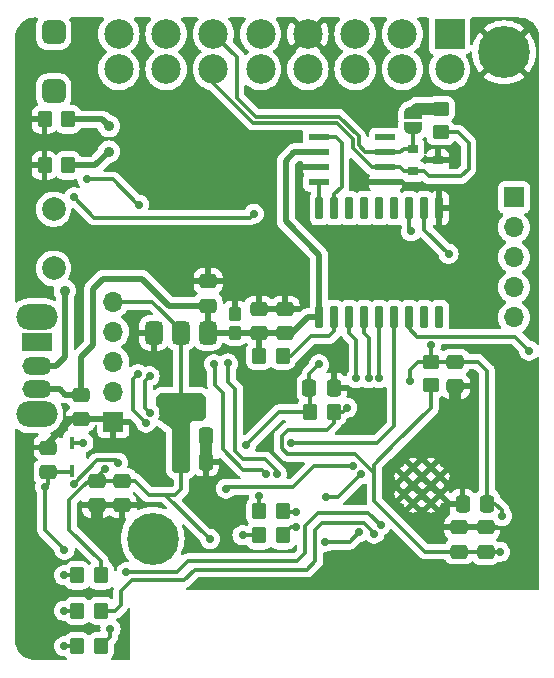
<source format=gbl>
%TF.GenerationSoftware,KiCad,Pcbnew,8.0.4*%
%TF.CreationDate,2024-09-21T14:55:02-03:00*%
%TF.ProjectId,DongleALIVEv2.0,446f6e67-6c65-4414-9c49-564576322e30,2.0*%
%TF.SameCoordinates,Original*%
%TF.FileFunction,Copper,L2,Bot*%
%TF.FilePolarity,Positive*%
%FSLAX46Y46*%
G04 Gerber Fmt 4.6, Leading zero omitted, Abs format (unit mm)*
G04 Created by KiCad (PCBNEW 8.0.4) date 2024-09-21 14:55:02*
%MOMM*%
%LPD*%
G01*
G04 APERTURE LIST*
G04 Aperture macros list*
%AMRoundRect*
0 Rectangle with rounded corners*
0 $1 Rounding radius*
0 $2 $3 $4 $5 $6 $7 $8 $9 X,Y pos of 4 corners*
0 Add a 4 corners polygon primitive as box body*
4,1,4,$2,$3,$4,$5,$6,$7,$8,$9,$2,$3,0*
0 Add four circle primitives for the rounded corners*
1,1,$1+$1,$2,$3*
1,1,$1+$1,$4,$5*
1,1,$1+$1,$6,$7*
1,1,$1+$1,$8,$9*
0 Add four rect primitives between the rounded corners*
20,1,$1+$1,$2,$3,$4,$5,0*
20,1,$1+$1,$4,$5,$6,$7,0*
20,1,$1+$1,$6,$7,$8,$9,0*
20,1,$1+$1,$8,$9,$2,$3,0*%
%AMFreePoly0*
4,1,19,0.500000,-0.750000,0.000000,-0.750000,0.000000,-0.744911,-0.071157,-0.744911,-0.207708,-0.704816,-0.327430,-0.627875,-0.420627,-0.520320,-0.479746,-0.390866,-0.500000,-0.250000,-0.500000,0.250000,-0.479746,0.390866,-0.420627,0.520320,-0.327430,0.627875,-0.207708,0.704816,-0.071157,0.744911,0.000000,0.744911,0.000000,0.750000,0.500000,0.750000,0.500000,-0.750000,0.500000,-0.750000,
$1*%
%AMFreePoly1*
4,1,19,0.000000,0.744911,0.071157,0.744911,0.207708,0.704816,0.327430,0.627875,0.420627,0.520320,0.479746,0.390866,0.500000,0.250000,0.500000,-0.250000,0.479746,-0.390866,0.420627,-0.520320,0.327430,-0.627875,0.207708,-0.704816,0.071157,-0.744911,0.000000,-0.744911,0.000000,-0.750000,-0.500000,-0.750000,-0.500000,0.750000,0.000000,0.750000,0.000000,0.744911,0.000000,0.744911,
$1*%
G04 Aperture macros list end*
%TA.AperFunction,ComponentPad*%
%ADD10R,1.700000X1.700000*%
%TD*%
%TA.AperFunction,ComponentPad*%
%ADD11O,1.700000X1.700000*%
%TD*%
%TA.AperFunction,ComponentPad*%
%ADD12O,3.500000X2.200000*%
%TD*%
%TA.AperFunction,ComponentPad*%
%ADD13R,2.500000X1.500000*%
%TD*%
%TA.AperFunction,ComponentPad*%
%ADD14O,2.500000X1.500000*%
%TD*%
%TA.AperFunction,ComponentPad*%
%ADD15C,0.700000*%
%TD*%
%TA.AperFunction,ComponentPad*%
%ADD16C,4.400000*%
%TD*%
%TA.AperFunction,ComponentPad*%
%ADD17R,2.500000X2.500000*%
%TD*%
%TA.AperFunction,ComponentPad*%
%ADD18C,2.500000*%
%TD*%
%TA.AperFunction,HeatsinkPad*%
%ADD19C,0.600000*%
%TD*%
%TA.AperFunction,ComponentPad*%
%ADD20RoundRect,0.500000X-0.500000X0.500000X-0.500000X-0.500000X0.500000X-0.500000X0.500000X0.500000X0*%
%TD*%
%TA.AperFunction,ComponentPad*%
%ADD21C,2.000000*%
%TD*%
%TA.AperFunction,SMDPad,CuDef*%
%ADD22RoundRect,0.250000X0.475000X-0.337500X0.475000X0.337500X-0.475000X0.337500X-0.475000X-0.337500X0*%
%TD*%
%TA.AperFunction,SMDPad,CuDef*%
%ADD23RoundRect,0.250000X0.350000X0.450000X-0.350000X0.450000X-0.350000X-0.450000X0.350000X-0.450000X0*%
%TD*%
%TA.AperFunction,SMDPad,CuDef*%
%ADD24RoundRect,0.250000X-0.475000X0.337500X-0.475000X-0.337500X0.475000X-0.337500X0.475000X0.337500X0*%
%TD*%
%TA.AperFunction,SMDPad,CuDef*%
%ADD25RoundRect,0.250000X0.337500X0.475000X-0.337500X0.475000X-0.337500X-0.475000X0.337500X-0.475000X0*%
%TD*%
%TA.AperFunction,SMDPad,CuDef*%
%ADD26RoundRect,0.250000X-0.337500X-0.475000X0.337500X-0.475000X0.337500X0.475000X-0.337500X0.475000X0*%
%TD*%
%TA.AperFunction,SMDPad,CuDef*%
%ADD27FreePoly0,90.000000*%
%TD*%
%TA.AperFunction,SMDPad,CuDef*%
%ADD28FreePoly1,90.000000*%
%TD*%
%TA.AperFunction,SMDPad,CuDef*%
%ADD29R,0.460000X1.040000*%
%TD*%
%TA.AperFunction,SMDPad,CuDef*%
%ADD30RoundRect,0.075000X-0.225000X0.880000X-0.225000X-0.880000X0.225000X-0.880000X0.225000X0.880000X0*%
%TD*%
%TA.AperFunction,SMDPad,CuDef*%
%ADD31RoundRect,0.250000X0.275000X-0.375000X0.275000X0.375000X-0.275000X0.375000X-0.275000X-0.375000X0*%
%TD*%
%TA.AperFunction,SMDPad,CuDef*%
%ADD32R,1.750000X0.600000*%
%TD*%
%TA.AperFunction,SMDPad,CuDef*%
%ADD33RoundRect,0.375000X-0.375000X0.625000X-0.375000X-0.625000X0.375000X-0.625000X0.375000X0.625000X0*%
%TD*%
%TA.AperFunction,SMDPad,CuDef*%
%ADD34RoundRect,0.500000X-1.400000X0.500000X-1.400000X-0.500000X1.400000X-0.500000X1.400000X0.500000X0*%
%TD*%
%TA.AperFunction,SMDPad,CuDef*%
%ADD35RoundRect,0.250000X-0.450000X0.350000X-0.450000X-0.350000X0.450000X-0.350000X0.450000X0.350000X0*%
%TD*%
%TA.AperFunction,SMDPad,CuDef*%
%ADD36R,0.900000X0.800000*%
%TD*%
%TA.AperFunction,SMDPad,CuDef*%
%ADD37RoundRect,0.250000X-0.350000X-0.450000X0.350000X-0.450000X0.350000X0.450000X-0.350000X0.450000X0*%
%TD*%
%TA.AperFunction,ViaPad*%
%ADD38C,0.700000*%
%TD*%
%TA.AperFunction,ViaPad*%
%ADD39C,0.900000*%
%TD*%
%TA.AperFunction,Conductor*%
%ADD40C,0.500000*%
%TD*%
%TA.AperFunction,Conductor*%
%ADD41C,1.000000*%
%TD*%
%TA.AperFunction,Conductor*%
%ADD42C,0.300000*%
%TD*%
%ADD43C,0.300000*%
%ADD44C,0.350000*%
G04 APERTURE END LIST*
D10*
%TO.P,J2,1,Pin_1*%
%TO.N,GND*%
X164710000Y-104300000D03*
D11*
%TO.P,J2,2,Pin_2*%
%TO.N,/Microcontroller/TX2*%
X164710000Y-101760000D03*
%TO.P,J2,3,Pin_3*%
%TO.N,/Microcontroller/RX2*%
X164710000Y-99220000D03*
%TO.P,J2,4,Pin_4*%
%TO.N,unconnected-(J2-Pin_4-Pad4)*%
X164710000Y-96680000D03*
%TO.P,J2,5,Pin_5*%
%TO.N,+3V3*%
X164710000Y-94140000D03*
%TD*%
D12*
%TO.P,SW3,*%
%TO.N,*%
X158210000Y-95450000D03*
X158210000Y-103650000D03*
D13*
%TO.P,SW3,1,C*%
%TO.N,unconnected-(SW3-C-Pad1)*%
X158210000Y-97550000D03*
D14*
%TO.P,SW3,2,B*%
%TO.N,/VoltageRegulatorESD/Vout*%
X158210000Y-99550000D03*
%TO.P,SW3,3,A*%
%TO.N,5v*%
X158210000Y-101550000D03*
%TD*%
D15*
%TO.P,H2,1,1*%
%TO.N,GND*%
X166380000Y-114180000D03*
X166863274Y-113013274D03*
X166863274Y-115346726D03*
X168030000Y-112530000D03*
D16*
X168030000Y-114180000D03*
D15*
X168030000Y-115830000D03*
X169196726Y-113013274D03*
X169196726Y-115346726D03*
X169680000Y-114180000D03*
%TD*%
D17*
%TO.P,J1,1,1*%
%TO.N,unconnected-(J1-Pad1)*%
X193180000Y-71460000D03*
D18*
%TO.P,J1,2,2*%
%TO.N,unconnected-(J1-Pad2)*%
X189180000Y-71460000D03*
%TO.P,J1,3,3*%
%TO.N,unconnected-(J1-Pad3)*%
X185180000Y-71460000D03*
%TO.P,J1,4,GND*%
%TO.N,GND*%
X181180000Y-71460000D03*
%TO.P,J1,5,5*%
%TO.N,unconnected-(J1-Pad5)*%
X177180000Y-71460000D03*
%TO.P,J1,6,CAN_LOW*%
%TO.N,/CAN_controller/CAN_LOW*%
X173180000Y-71460000D03*
%TO.P,J1,7,7*%
%TO.N,unconnected-(J1-Pad7)*%
X169180000Y-71460000D03*
%TO.P,J1,8,8*%
%TO.N,unconnected-(J1-Pad8)*%
X165180000Y-71460000D03*
%TO.P,J1,9,9*%
%TO.N,unconnected-(J1-Pad9)*%
X193180000Y-74460000D03*
%TO.P,J1,10,10*%
%TO.N,unconnected-(J1-Pad10)*%
X189180000Y-74460000D03*
%TO.P,J1,11,11*%
%TO.N,unconnected-(J1-Pad11)*%
X185180000Y-74460000D03*
%TO.P,J1,12,12*%
%TO.N,unconnected-(J1-Pad12)*%
X181180000Y-74460000D03*
%TO.P,J1,13,13*%
%TO.N,unconnected-(J1-Pad13)*%
X177180000Y-74460000D03*
%TO.P,J1,14,CAN_HIGH*%
%TO.N,/CAN_controller/CAN_HIGH*%
X173180000Y-74460000D03*
%TO.P,J1,15,15*%
%TO.N,unconnected-(J1-Pad15)*%
X169180000Y-74460000D03*
%TO.P,J1,16,VIN*%
%TO.N,/VoltageRegulatorESD/Car_Battery_12v*%
X165180000Y-74460000D03*
%TD*%
D15*
%TO.P,H1,1,1*%
%TO.N,GND*%
X196140000Y-73020000D03*
X196623274Y-71853274D03*
X196623274Y-74186726D03*
X197790000Y-71370000D03*
D16*
X197790000Y-73020000D03*
D15*
X197790000Y-74670000D03*
X198956726Y-71853274D03*
X198956726Y-74186726D03*
X199440000Y-73020000D03*
%TD*%
D19*
%TO.P,U1,39,GND*%
%TO.N,GND*%
X192365000Y-110417500D03*
X192365000Y-108892500D03*
X191602500Y-111180000D03*
X191602500Y-109655000D03*
X191602500Y-108130000D03*
X190840000Y-110417500D03*
X190840000Y-108892500D03*
X190077500Y-111180000D03*
X190077500Y-109655000D03*
X190077500Y-108130000D03*
X189315000Y-110417500D03*
X189315000Y-108892500D03*
%TD*%
D20*
%TO.P,F1,1*%
%TO.N,/VoltageRegulatorESD/12v_in*%
X159650000Y-71300000D03*
X159650000Y-76300000D03*
D21*
%TO.P,F1,2*%
%TO.N,/VoltageRegulatorESD/12v_fuse*%
X159650000Y-86300000D03*
X159650000Y-91300000D03*
%TD*%
D10*
%TO.P,J3,1,Pin_1*%
%TO.N,unconnected-(J3-Pin_1-Pad1)*%
X198630000Y-85300000D03*
D11*
%TO.P,J3,2,Pin_2*%
%TO.N,unconnected-(J3-Pin_2-Pad2)*%
X198630000Y-87840000D03*
%TO.P,J3,3,Pin_3*%
%TO.N,/Microcontroller/SDA*%
X198630000Y-90380000D03*
%TO.P,J3,4,Pin_4*%
%TO.N,/Microcontroller/SCL*%
X198630000Y-92920000D03*
%TO.P,J3,5,Pin_5*%
%TO.N,unconnected-(J3-Pin_5-Pad5)*%
X198630000Y-95460000D03*
%TD*%
D22*
%TO.P,C12,1*%
%TO.N,5v*%
X172730000Y-94465000D03*
%TO.P,C12,2*%
%TO.N,GND*%
X172730000Y-92390000D03*
%TD*%
D23*
%TO.P,R10,1*%
%TO.N,/VoltageRegulatorESD/12v_in*%
X160880000Y-82590000D03*
%TO.P,R10,2*%
%TO.N,GND*%
X158880000Y-82590000D03*
%TD*%
D24*
%TO.P,C20,1*%
%TO.N,+3V3*%
X165450000Y-109290000D03*
%TO.P,C20,2*%
%TO.N,GND*%
X165450000Y-111365000D03*
%TD*%
D25*
%TO.P,C3,1*%
%TO.N,GND*%
X183387500Y-101410000D03*
%TO.P,C3,2*%
%TO.N,IO0*%
X181312500Y-101410000D03*
%TD*%
D23*
%TO.P,R9,1*%
%TO.N,/VoltageRegulatorESD/GND_resistence_protect*%
X160880000Y-78690000D03*
%TO.P,R9,2*%
%TO.N,GND*%
X158880000Y-78690000D03*
%TD*%
D22*
%TO.P,C15,1*%
%TO.N,5v*%
X177030000Y-96787500D03*
%TO.P,C15,2*%
%TO.N,GND*%
X177030000Y-94712500D03*
%TD*%
D26*
%TO.P,C14,1*%
%TO.N,+3V3*%
X170452500Y-105530000D03*
%TO.P,C14,2*%
%TO.N,GND*%
X172527500Y-105530000D03*
%TD*%
D22*
%TO.P,C23,1*%
%TO.N,/MicroUSB_Port/VBUS*%
X159180000Y-108547500D03*
%TO.P,C23,2*%
%TO.N,GND*%
X159180000Y-106472500D03*
%TD*%
D27*
%TO.P,JP1,1,A*%
%TO.N,/CAN_controller/CAN_LOW*%
X190090000Y-79435000D03*
D28*
%TO.P,JP1,2,B*%
%TO.N,Net-(JP1-B)*%
X190090000Y-78135000D03*
%TD*%
D23*
%TO.P,R14,1*%
%TO.N,+3V3*%
X163650000Y-117300000D03*
%TO.P,R14,2*%
%TO.N,/VoltageRegulatorESD/power_led*%
X161650000Y-117300000D03*
%TD*%
D22*
%TO.P,C2,1*%
%TO.N,+3V3*%
X193970000Y-115287500D03*
%TO.P,C2,2*%
%TO.N,GND*%
X193970000Y-113212500D03*
%TD*%
D29*
%TO.P,D7,1,K*%
%TO.N,5v*%
X161170000Y-106050000D03*
%TO.P,D7,2,A*%
%TO.N,/MicroUSB_Port/VBUS*%
X161170000Y-108430000D03*
%TD*%
D26*
%TO.P,C4,1*%
%TO.N,GND*%
X194272500Y-111240000D03*
%TO.P,C4,2*%
%TO.N,EN*%
X196347500Y-111240000D03*
%TD*%
D22*
%TO.P,C17,1*%
%TO.N,5v*%
X179250000Y-96787500D03*
%TO.P,C17,2*%
%TO.N,GND*%
X179250000Y-94712500D03*
%TD*%
D23*
%TO.P,R4,1*%
%TO.N,/Microcontroller/RXD0*%
X179050000Y-111850000D03*
%TO.P,R4,2*%
%TO.N,/MicroUSB_Port/RXD*%
X177050000Y-111850000D03*
%TD*%
D30*
%TO.P,U5,1,TXCAN*%
%TO.N,/CAN_controller/TX_can*%
X182150000Y-86220000D03*
%TO.P,U5,2,RXCAN*%
%TO.N,/CAN_controller/RX_can*%
X183420000Y-86220000D03*
%TO.P,U5,3,CLKOUT/SOF*%
%TO.N,unconnected-(U5-CLKOUT{slash}SOF-Pad3)*%
X184690000Y-86220000D03*
%TO.P,U5,4,~{TX0RTS}*%
%TO.N,unconnected-(U5-~{TX0RTS}-Pad4)*%
X185960000Y-86220000D03*
%TO.P,U5,5,~{TX1RTS}*%
%TO.N,unconnected-(U5-~{TX1RTS}-Pad5)*%
X187230000Y-86220000D03*
%TO.P,U5,6,~{TX2RTS}*%
%TO.N,unconnected-(U5-~{TX2RTS}-Pad6)*%
X188500000Y-86220000D03*
%TO.P,U5,7,OSC2*%
%TO.N,/CAN_controller/osc2*%
X189770000Y-86220000D03*
%TO.P,U5,8,OSC1*%
%TO.N,/CAN_controller/osc1*%
X191040000Y-86220000D03*
%TO.P,U5,9,VSS*%
%TO.N,GND*%
X192310000Y-86220000D03*
%TO.P,U5,10,~{RX1BF}*%
%TO.N,unconnected-(U5-~{RX1BF}-Pad10)*%
X192310000Y-95440000D03*
%TO.P,U5,11,~{RX0BF}*%
%TO.N,unconnected-(U5-~{RX0BF}-Pad11)*%
X191040000Y-95440000D03*
%TO.P,U5,12,~{INT}*%
%TO.N,/CAN_controller/CAN_INT*%
X189770000Y-95440000D03*
%TO.P,U5,13,SCK*%
%TO.N,SCLK*%
X188500000Y-95440000D03*
%TO.P,U5,14,SI*%
%TO.N,MOSI*%
X187230000Y-95440000D03*
%TO.P,U5,15,SO*%
%TO.N,MISO*%
X185960000Y-95440000D03*
%TO.P,U5,16,~{CS}*%
%TO.N,/CAN_controller/CAN_CS*%
X184690000Y-95440000D03*
%TO.P,U5,17,~{RESET}*%
%TO.N,/CAN_controller/RESET_MCP*%
X183420000Y-95440000D03*
%TO.P,U5,18,VDD*%
%TO.N,5v*%
X182150000Y-95440000D03*
%TD*%
D26*
%TO.P,C13,1*%
%TO.N,+3V3*%
X170452500Y-107700000D03*
%TO.P,C13,2*%
%TO.N,GND*%
X172527500Y-107700000D03*
%TD*%
D23*
%TO.P,R5,1*%
%TO.N,/Microcontroller/CAN_debug*%
X163650000Y-120300000D03*
%TO.P,R5,2*%
%TO.N,/Microcontroller/can_led*%
X161650000Y-120300000D03*
%TD*%
D22*
%TO.P,C1,1*%
%TO.N,+3V3*%
X196230000Y-115305000D03*
%TO.P,C1,2*%
%TO.N,GND*%
X196230000Y-113230000D03*
%TD*%
D31*
%TO.P,C16,1*%
%TO.N,5v*%
X175020000Y-96750000D03*
%TO.P,C16,2*%
%TO.N,GND*%
X175020000Y-95150000D03*
%TD*%
D24*
%TO.P,C21,1*%
%TO.N,+3V3*%
X163290000Y-109290000D03*
%TO.P,C21,2*%
%TO.N,GND*%
X163290000Y-111365000D03*
%TD*%
D32*
%TO.P,U4,1,TXD*%
%TO.N,/CAN_controller/TX_can*%
X182150000Y-84000000D03*
%TO.P,U4,2,GND*%
%TO.N,GND*%
X182150000Y-82730000D03*
%TO.P,U4,3,VCC*%
%TO.N,5v*%
X182150000Y-81460000D03*
%TO.P,U4,4,RXD*%
%TO.N,/CAN_controller/RX_can*%
X182150000Y-80190000D03*
%TO.P,U4,5,VREF*%
%TO.N,unconnected-(U4-VREF-Pad5)*%
X187750000Y-80190000D03*
%TO.P,U4,6,CANL*%
%TO.N,/CAN_controller/CAN_LOW*%
X187750000Y-81460000D03*
%TO.P,U4,7,CANH*%
%TO.N,/CAN_controller/CAN_HIGH*%
X187750000Y-82730000D03*
%TO.P,U4,8,S*%
%TO.N,GND*%
X187750000Y-84000000D03*
%TD*%
D22*
%TO.P,C5,1*%
%TO.N,GND*%
X193660000Y-101277500D03*
%TO.P,C5,2*%
%TO.N,EN*%
X193660000Y-99202500D03*
%TD*%
D33*
%TO.P,U3,1,ADJ*%
%TO.N,GND*%
X168127500Y-96760000D03*
%TO.P,U3,2,VO*%
%TO.N,+3V3*%
X170427500Y-96760000D03*
D34*
X170427500Y-103060000D03*
D33*
%TO.P,U3,3,VI*%
%TO.N,5v*%
X172727500Y-96760000D03*
%TD*%
D35*
%TO.P,R16,1*%
%TO.N,Net-(JP1-B)*%
X192420000Y-77795000D03*
%TO.P,R16,2*%
%TO.N,/CAN_controller/CAN_HIGH*%
X192420000Y-79795000D03*
%TD*%
D36*
%TO.P,D6,1,1*%
%TO.N,/CAN_controller/CAN_HIGH*%
X190080000Y-83075000D03*
%TO.P,D6,2,2*%
%TO.N,/CAN_controller/CAN_LOW*%
X190080000Y-81175000D03*
%TO.P,D6,3,3*%
%TO.N,GND*%
X192180000Y-82125000D03*
%TD*%
D35*
%TO.P,R2,1*%
%TO.N,EN*%
X191590000Y-99200000D03*
%TO.P,R2,2*%
%TO.N,+3V3*%
X191590000Y-101200000D03*
%TD*%
D22*
%TO.P,C22,1*%
%TO.N,GND*%
X161940000Y-104065000D03*
%TO.P,C22,2*%
%TO.N,5v*%
X161940000Y-101990000D03*
%TD*%
D23*
%TO.P,R6,1*%
%TO.N,/Microcontroller/BLE_debug*%
X163650000Y-123300000D03*
%TO.P,R6,2*%
%TO.N,/Microcontroller/ble_led*%
X161650000Y-123300000D03*
%TD*%
D37*
%TO.P,R1,1*%
%TO.N,IO0*%
X181350000Y-103470000D03*
%TO.P,R1,2*%
%TO.N,+3V3*%
X183350000Y-103470000D03*
%TD*%
D23*
%TO.P,R3,1*%
%TO.N,/Microcontroller/TXD0*%
X179050000Y-113910000D03*
%TO.P,R3,2*%
%TO.N,/MicroUSB_Port/TXD*%
X177050000Y-113910000D03*
%TD*%
D37*
%TO.P,R15,1*%
%TO.N,5v*%
X177030000Y-98720000D03*
%TO.P,R15,2*%
%TO.N,/CAN_controller/RESET_MCP*%
X179030000Y-98720000D03*
%TD*%
D38*
%TO.N,GND*%
X183940000Y-97520000D03*
X187400000Y-92530000D03*
D39*
X191230000Y-117590000D03*
D38*
X198940000Y-99160000D03*
X188310000Y-90670000D03*
X185380000Y-110740000D03*
X196690000Y-86750000D03*
X187960000Y-115070000D03*
X191170000Y-89670000D03*
X165590000Y-80260000D03*
X159150000Y-115330000D03*
X172260000Y-110710000D03*
X191010000Y-72960000D03*
X176180000Y-118020000D03*
X157060000Y-105840000D03*
X187220000Y-72880000D03*
X163060000Y-80260000D03*
X174180000Y-118020000D03*
X165650000Y-90860000D03*
D39*
X168700000Y-106710000D03*
D38*
X164600000Y-114830000D03*
X189310000Y-89670000D03*
X190550000Y-92350000D03*
X170740000Y-85920000D03*
X175500000Y-100410000D03*
D39*
X186150000Y-117590000D03*
D38*
X193500000Y-82110000D03*
X157710000Y-118780000D03*
X173180000Y-118020000D03*
D39*
X168700000Y-108920000D03*
D38*
X177980000Y-106180000D03*
X194930000Y-91430000D03*
X187400000Y-89670000D03*
X171370000Y-72890000D03*
X185960000Y-115070000D03*
X177600000Y-82360000D03*
X175180000Y-70560000D03*
X165720000Y-122070000D03*
X175180000Y-118020000D03*
X178250000Y-89290000D03*
X190760000Y-84340000D03*
X163290000Y-112480000D03*
X165070000Y-115810000D03*
X170740000Y-88250000D03*
X188310000Y-89670000D03*
X193660000Y-102390000D03*
X188320000Y-88740000D03*
X179200000Y-72830000D03*
X174300000Y-114360000D03*
X186960000Y-115070000D03*
X194930000Y-90430000D03*
X198910000Y-117970000D03*
X172180000Y-118020000D03*
X187410000Y-88740000D03*
X194930000Y-88570000D03*
X163550000Y-106030000D03*
X168270000Y-84340000D03*
X161820000Y-95960000D03*
X187400000Y-90670000D03*
X165720000Y-124070000D03*
X159110000Y-93330000D03*
X180650000Y-99200000D03*
X187400000Y-91530000D03*
X165720000Y-123070000D03*
X177180000Y-118020000D03*
X165720000Y-121070000D03*
D39*
X183610000Y-117590000D03*
D38*
X181410000Y-117970000D03*
X157710000Y-121810000D03*
X183190000Y-72880000D03*
X190170000Y-89670000D03*
X195480000Y-95700000D03*
X169220000Y-100460000D03*
X178180000Y-118020000D03*
X179180000Y-118020000D03*
X167160000Y-72870000D03*
X162020000Y-112580000D03*
D39*
X188690000Y-117590000D03*
X193770000Y-117590000D03*
D38*
X189310000Y-90670000D03*
D39*
X157520000Y-83750000D03*
D38*
X190170000Y-90670000D03*
X191170000Y-90670000D03*
X196690000Y-89110000D03*
X179710000Y-108120000D03*
X194930000Y-89570000D03*
D39*
X196310000Y-117590000D03*
D38*
X184420000Y-88900000D03*
X163550000Y-90870000D03*
X170600000Y-93190000D03*
%TO.N,+3V3*%
X172870000Y-114220000D03*
X184510000Y-103110000D03*
X197440000Y-115310000D03*
X163970000Y-108260000D03*
%TO.N,IO0*%
X182130000Y-99440000D03*
X175970000Y-106260000D03*
%TO.N,EN*%
X191600000Y-97830000D03*
X197609998Y-112300000D03*
X185000000Y-108030000D03*
X174240000Y-109950000D03*
X189800000Y-100870000D03*
D39*
%TO.N,/VoltageRegulatorESD/Vout*%
X160600000Y-93200000D03*
D38*
%TO.N,5v*%
X162170000Y-106050000D03*
%TO.N,/CAN_controller/osc1*%
X193090000Y-90080000D03*
%TO.N,/CAN_controller/osc2*%
X189920000Y-88180000D03*
%TO.N,/MicroUSB_Port/VBUS*%
X158934999Y-109788478D03*
X160570000Y-115120000D03*
%TO.N,/VoltageRegulatorESD/power_led*%
X160530000Y-117300000D03*
D39*
%TO.N,/VoltageRegulatorESD/12v_in*%
X164330000Y-81420000D03*
D38*
%TO.N,/Microcontroller/SCL*%
X185510000Y-113660000D03*
X182640000Y-114460000D03*
%TO.N,/Microcontroller/SDA*%
X185665000Y-108725000D03*
X182680000Y-110640000D03*
%TO.N,/MicroUSB_Port/D-*%
X161378229Y-109546733D03*
X165100000Y-107760000D03*
%TO.N,/Microcontroller/TXD0*%
X180190000Y-113210000D03*
%TO.N,/MicroUSB_Port/TXD*%
X167454810Y-104359200D03*
X166790000Y-100270000D03*
X174400000Y-99360000D03*
X175650000Y-113910000D03*
X178560003Y-108720000D03*
%TO.N,/MicroUSB_Port/RXD*%
X167770000Y-100440000D03*
X167780000Y-103520000D03*
X177660000Y-108720000D03*
X173240000Y-99430000D03*
X177050000Y-110580000D03*
%TO.N,/Microcontroller/CAN_debug*%
X186800000Y-113770000D03*
%TO.N,/Microcontroller/BLE_debug*%
X165820000Y-117040000D03*
X187340000Y-113050000D03*
X164460000Y-121810000D03*
%TO.N,/VoltageRegulatorESD/EN*%
X161380000Y-85290000D03*
X176590000Y-86690000D03*
%TO.N,/VoltageRegulatorESD/FREQ*%
X166875000Y-85905000D03*
X162510000Y-83760000D03*
%TO.N,/CAN_controller/CAN_INT*%
X199910000Y-98280000D03*
%TO.N,/CAN_controller/CAN_CS*%
X185270000Y-100600000D03*
%TO.N,SCLK*%
X179710000Y-106070000D03*
%TO.N,MISO*%
X186320000Y-100590000D03*
%TO.N,MOSI*%
X187219492Y-100620320D03*
%TO.N,/Microcontroller/can_led*%
X160550000Y-120300000D03*
%TO.N,/Microcontroller/ble_led*%
X160560000Y-123300000D03*
D39*
%TO.N,/VoltageRegulatorESD/GND_resistence_protect*%
X164330000Y-79270000D03*
D38*
%TO.N,/Microcontroller/RXD0*%
X180160000Y-111930000D03*
%TD*%
D40*
%TO.N,GND*%
X183387500Y-98072500D02*
X183387500Y-101410000D01*
X193500000Y-82110000D02*
X193485000Y-82125000D01*
D41*
X172527500Y-107700000D02*
X172527500Y-105530000D01*
D40*
X161215000Y-104065000D02*
X161940000Y-104065000D01*
X169210000Y-115360000D02*
X168030000Y-114180000D01*
X183940000Y-97520000D02*
X183387500Y-98072500D01*
X159180000Y-106472500D02*
X159180000Y-106100000D01*
D41*
X168030000Y-112540000D02*
X168030000Y-114180000D01*
X193660000Y-102390000D02*
X193660000Y-101277500D01*
D40*
X159180000Y-106100000D02*
X161215000Y-104065000D01*
X161940000Y-104065000D02*
X164475000Y-104065000D01*
X193485000Y-82125000D02*
X192180000Y-82125000D01*
X164475000Y-104065000D02*
X164710000Y-104300000D01*
D41*
X163290000Y-112480000D02*
X163290000Y-111365000D01*
D42*
%TO.N,+3V3*%
X196212500Y-115287500D02*
X196230000Y-115305000D01*
X193970000Y-115287500D02*
X191107500Y-115287500D01*
X182790000Y-104980000D02*
X183350000Y-104420000D01*
X162078229Y-109836683D02*
X160980000Y-110934912D01*
X165450000Y-109290000D02*
X166540000Y-109290000D01*
X170452500Y-109957500D02*
X170452500Y-107700000D01*
X168360000Y-110470000D02*
X169940000Y-110470000D01*
X197435000Y-115305000D02*
X196230000Y-115305000D01*
X169120000Y-110470000D02*
X168360000Y-110470000D01*
X186800000Y-110980000D02*
X186800000Y-108960000D01*
X188590000Y-106130000D02*
X191590000Y-103130000D01*
X186800000Y-108960000D02*
X186800000Y-108800000D01*
X179460000Y-104980000D02*
X182790000Y-104980000D01*
X186800000Y-108800000D02*
X186800000Y-108620000D01*
X185200000Y-107020000D02*
X179450000Y-107020000D01*
X172870000Y-114220000D02*
X169120000Y-110470000D01*
X163290000Y-109290000D02*
X163290000Y-108940000D01*
X186800000Y-108620000D02*
X185200000Y-107020000D01*
X191107500Y-115287500D02*
X186800000Y-110980000D01*
X178970000Y-106540000D02*
X178970000Y-105470000D01*
X160980000Y-113430000D02*
X163650000Y-116100000D01*
X178970000Y-105470000D02*
X179460000Y-104980000D01*
X184150000Y-103470000D02*
X184510000Y-103110000D01*
X163290000Y-109290000D02*
X162620000Y-109290000D01*
X186800000Y-108800000D02*
X186800000Y-107920000D01*
X183350000Y-103470000D02*
X184150000Y-103470000D01*
X165450000Y-109290000D02*
X163290000Y-109290000D01*
X163650000Y-116100000D02*
X163650000Y-117300000D01*
X168010000Y-94140000D02*
X164710000Y-94140000D01*
X166540000Y-109290000D02*
X167720000Y-110470000D01*
X169940000Y-110470000D02*
X170452500Y-109957500D01*
X170427500Y-103060000D02*
X170427500Y-96760000D01*
X191590000Y-103130000D02*
X191590000Y-101200000D01*
X160980000Y-110934912D02*
X160980000Y-113430000D01*
X167720000Y-110470000D02*
X168360000Y-110470000D01*
X170427500Y-96760000D02*
X170427500Y-96557500D01*
X163290000Y-108940000D02*
X163970000Y-108260000D01*
X170427500Y-96557500D02*
X168010000Y-94140000D01*
X179450000Y-107020000D02*
X178970000Y-106540000D01*
X183350000Y-104420000D02*
X183350000Y-103470000D01*
X162620000Y-109290000D02*
X162078229Y-109831771D01*
X197440000Y-115310000D02*
X197435000Y-115305000D01*
X193970000Y-115287500D02*
X196212500Y-115287500D01*
X186800000Y-107920000D02*
X188590000Y-106130000D01*
X162078229Y-109831771D02*
X162078229Y-109836683D01*
%TO.N,IO0*%
X181350000Y-101447500D02*
X181312500Y-101410000D01*
X182130000Y-99440000D02*
X181312500Y-100257500D01*
X175970000Y-106260000D02*
X178760000Y-103470000D01*
X181312500Y-100257500D02*
X181312500Y-101410000D01*
X178760000Y-103470000D02*
X181350000Y-103470000D01*
X181350000Y-103470000D02*
X181350000Y-101447500D01*
%TO.N,EN*%
X191592500Y-99202500D02*
X191590000Y-99200000D01*
X191590000Y-99200000D02*
X190510000Y-99200000D01*
X185000000Y-108030000D02*
X181680000Y-108030000D01*
X174380000Y-109810000D02*
X174240000Y-109950000D01*
X197609998Y-112300000D02*
X197609998Y-111789998D01*
X193660000Y-99202500D02*
X191592500Y-99202500D01*
X197609998Y-111789998D02*
X197060000Y-111240000D01*
X181680000Y-108030000D02*
X179900000Y-109810000D01*
X196347500Y-111240000D02*
X196347500Y-99957500D01*
X197060000Y-111240000D02*
X196347500Y-111240000D01*
X196347500Y-99957500D02*
X195592500Y-99202500D01*
X191590000Y-97840000D02*
X191600000Y-97830000D01*
X191590000Y-99200000D02*
X191590000Y-97840000D01*
X190510000Y-99200000D02*
X189800000Y-99910000D01*
X195592500Y-99202500D02*
X193660000Y-99202500D01*
X179900000Y-109810000D02*
X174380000Y-109810000D01*
X189800000Y-99910000D02*
X189800000Y-100870000D01*
D40*
%TO.N,/VoltageRegulatorESD/Vout*%
X160610000Y-98770000D02*
X159830000Y-99550000D01*
X159830000Y-99550000D02*
X158210000Y-99550000D01*
X160610000Y-93210000D02*
X160610000Y-98770000D01*
X160600000Y-93200000D02*
X160610000Y-93210000D01*
%TO.N,5v*%
X158210000Y-101550000D02*
X160210000Y-101550000D01*
X163840000Y-92190000D02*
X167130000Y-92190000D01*
X177030000Y-96787500D02*
X179250000Y-96787500D01*
X172727500Y-96760000D02*
X172727500Y-94467500D01*
X182150000Y-95440000D02*
X182150000Y-90180000D01*
X181160000Y-95440000D02*
X182150000Y-95440000D01*
X160650000Y-101990000D02*
X161940000Y-101990000D01*
X175020000Y-96750000D02*
X176992500Y-96750000D01*
X161940000Y-101990000D02*
X161940000Y-98840000D01*
X177030000Y-96787500D02*
X177030000Y-98720000D01*
X179300000Y-87330000D02*
X179300000Y-82190000D01*
X182150000Y-90180000D02*
X179300000Y-87330000D01*
X180030000Y-81460000D02*
X182150000Y-81460000D01*
X179250000Y-96787500D02*
X179812500Y-96787500D01*
X172727500Y-96760000D02*
X175010000Y-96760000D01*
X163010000Y-93020000D02*
X163840000Y-92190000D01*
X167130000Y-92190000D02*
X169405000Y-94465000D01*
X179300000Y-82190000D02*
X180030000Y-81460000D01*
X163010000Y-97770000D02*
X163010000Y-93020000D01*
X179812500Y-96787500D02*
X181160000Y-95440000D01*
X176992500Y-96750000D02*
X177030000Y-96787500D01*
X160210000Y-101550000D02*
X160650000Y-101990000D01*
X169405000Y-94465000D02*
X172730000Y-94465000D01*
X175010000Y-96760000D02*
X175020000Y-96750000D01*
X172727500Y-94467500D02*
X172730000Y-94465000D01*
D42*
X162170000Y-106050000D02*
X161170000Y-106050000D01*
D40*
X161940000Y-98840000D02*
X163010000Y-97770000D01*
D42*
%TO.N,/CAN_controller/osc1*%
X193090000Y-90080000D02*
X191040000Y-88030000D01*
X191040000Y-88030000D02*
X191040000Y-86220000D01*
%TO.N,/CAN_controller/osc2*%
X189770000Y-88030000D02*
X189920000Y-88180000D01*
X189770000Y-86220000D02*
X189770000Y-88030000D01*
%TO.N,/MicroUSB_Port/VBUS*%
X159182500Y-108550000D02*
X161050000Y-108550000D01*
X159180000Y-108547500D02*
X159182500Y-108550000D01*
X158930000Y-109793477D02*
X158930000Y-113460000D01*
X158930000Y-113460000D02*
X160570000Y-115100000D01*
X158934999Y-109788478D02*
X159180000Y-109543477D01*
X158934999Y-109788478D02*
X158930000Y-109793477D01*
X159180000Y-109543477D02*
X159180000Y-108547500D01*
X161050000Y-108550000D02*
X161170000Y-108430000D01*
X160570000Y-115100000D02*
X160570000Y-115120000D01*
%TO.N,/VoltageRegulatorESD/power_led*%
X160530000Y-117300000D02*
X161650000Y-117300000D01*
%TO.N,/CAN_controller/CAN_LOW*%
X187750000Y-81460000D02*
X186050000Y-81460000D01*
X185480000Y-80890000D02*
X185480000Y-80132893D01*
X190080000Y-79445000D02*
X190090000Y-79435000D01*
X175160000Y-76880000D02*
X175160000Y-73440000D01*
X186050000Y-81460000D02*
X185480000Y-80890000D01*
X189285000Y-81175000D02*
X190080000Y-81175000D01*
X189000000Y-81460000D02*
X189285000Y-81175000D01*
X176760000Y-78480000D02*
X175160000Y-76880000D01*
X187750000Y-81460000D02*
X189000000Y-81460000D01*
X183827107Y-78480000D02*
X176760000Y-78480000D01*
X190080000Y-81175000D02*
X190080000Y-79445000D01*
X185480000Y-80132893D02*
X183827107Y-78480000D01*
X175160000Y-73440000D02*
X173180000Y-71460000D01*
D40*
%TO.N,/VoltageRegulatorESD/12v_in*%
X164320000Y-81420000D02*
X163150000Y-82590000D01*
X164330000Y-81420000D02*
X164320000Y-81420000D01*
X163150000Y-82590000D02*
X160880000Y-82590000D01*
D42*
%TO.N,/CAN_controller/CAN_HIGH*%
X190080000Y-83075000D02*
X189355000Y-83075000D01*
X189355000Y-83075000D02*
X189010000Y-82730000D01*
X183620001Y-78980000D02*
X176552893Y-78980000D01*
X194790000Y-80680000D02*
X193905000Y-79795000D01*
X189010000Y-82730000D02*
X187750000Y-82730000D01*
X193905000Y-79795000D02*
X192420000Y-79795000D01*
X184980000Y-81100000D02*
X184980000Y-80339999D01*
X190985000Y-83075000D02*
X191420000Y-83510000D01*
X190080000Y-83075000D02*
X190985000Y-83075000D01*
X191420000Y-83510000D02*
X194160000Y-83510000D01*
X176552893Y-78980000D02*
X173180000Y-75607107D01*
X184980000Y-80339999D02*
X183620001Y-78980000D01*
X173180000Y-75607107D02*
X173180000Y-74460000D01*
X187750000Y-82730000D02*
X186610000Y-82730000D01*
X194160000Y-83510000D02*
X194790000Y-82880000D01*
X194790000Y-82880000D02*
X194790000Y-80680000D01*
X186610000Y-82730000D02*
X184980000Y-81100000D01*
%TO.N,/Microcontroller/SCL*%
X185510000Y-113660000D02*
X184710000Y-114460000D01*
X184710000Y-114460000D02*
X182640000Y-114460000D01*
%TO.N,/Microcontroller/SDA*%
X185665000Y-108725000D02*
X183750000Y-110640000D01*
X183750000Y-110640000D02*
X182680000Y-110640000D01*
%TO.N,/MicroUSB_Port/D-*%
X161378229Y-109533815D02*
X161378229Y-109546733D01*
X164900000Y-107560000D02*
X163352044Y-107560000D01*
X163352044Y-107560000D02*
X161378229Y-109533815D01*
X165100000Y-107760000D02*
X164900000Y-107560000D01*
D41*
%TO.N,Net-(JP1-B)*%
X192415000Y-77790000D02*
X192420000Y-77795000D01*
X190435000Y-77790000D02*
X192415000Y-77790000D01*
X190090000Y-78135000D02*
X190435000Y-77790000D01*
D42*
%TO.N,/Microcontroller/TXD0*%
X179750000Y-113210000D02*
X179050000Y-113910000D01*
X180190000Y-113210000D02*
X179750000Y-113210000D01*
%TO.N,/MicroUSB_Port/TXD*%
X175020000Y-106780000D02*
X175710000Y-107470000D01*
X175650000Y-113910000D02*
X177050000Y-113910000D01*
X175710000Y-107470000D02*
X177570000Y-107470000D01*
X166390000Y-103294390D02*
X167454810Y-104359200D01*
X166390000Y-100670000D02*
X166390000Y-103294390D01*
X175020000Y-101510000D02*
X175020000Y-106780000D01*
X177570000Y-107470000D02*
X178560003Y-108460003D01*
X174400000Y-99360000D02*
X174400000Y-100890000D01*
X174400000Y-100890000D02*
X175020000Y-101510000D01*
X178560003Y-108460003D02*
X178560003Y-108720000D01*
X166790000Y-100270000D02*
X166390000Y-100670000D01*
%TO.N,/MicroUSB_Port/RXD*%
X177650000Y-108720000D02*
X177660000Y-108720000D01*
X177270000Y-108340000D02*
X177650000Y-108720000D01*
X173980000Y-101840000D02*
X173980000Y-106610000D01*
X173240000Y-99430000D02*
X173320000Y-99510000D01*
X173320000Y-99510000D02*
X173320000Y-101180000D01*
X173320000Y-101180000D02*
X173980000Y-101840000D01*
X173980000Y-106610000D02*
X175710000Y-108340000D01*
X167770000Y-100460000D02*
X167380000Y-100850000D01*
X177050000Y-110580000D02*
X177050000Y-111850000D01*
X167380000Y-100850000D02*
X167380000Y-103120000D01*
X167770000Y-100440000D02*
X167770000Y-100460000D01*
X175710000Y-108340000D02*
X177270000Y-108340000D01*
X167380000Y-103120000D02*
X167780000Y-103520000D01*
%TO.N,/Microcontroller/CAN_debug*%
X182370000Y-112860000D02*
X181810000Y-113420000D01*
X165350000Y-119790000D02*
X164840000Y-120300000D01*
X186800000Y-113770000D02*
X186800000Y-113750000D01*
X186800000Y-113750000D02*
X185910000Y-112860000D01*
X181810000Y-116110000D02*
X181100000Y-116820000D01*
X164840000Y-120300000D02*
X163650000Y-120300000D01*
X170690000Y-117710000D02*
X166270000Y-117710000D01*
X181100000Y-116820000D02*
X171580000Y-116820000D01*
X181810000Y-113420000D02*
X181810000Y-116110000D01*
X166270000Y-117710000D02*
X165350000Y-118630000D01*
X185910000Y-112860000D02*
X182370000Y-112860000D01*
X171580000Y-116820000D02*
X170690000Y-117710000D01*
X165350000Y-118630000D02*
X165350000Y-119790000D01*
%TO.N,/Microcontroller/BLE_debug*%
X171030000Y-116090000D02*
X170070000Y-117050000D01*
X180250000Y-116090000D02*
X171030000Y-116090000D01*
X186310000Y-112020000D02*
X182010000Y-112020000D01*
X165830000Y-117050000D02*
X165820000Y-117040000D01*
X164460000Y-122490000D02*
X163650000Y-123300000D01*
X164460000Y-121810000D02*
X164460000Y-122490000D01*
X180930000Y-113100000D02*
X180930000Y-115410000D01*
X187340000Y-113050000D02*
X186310000Y-112020000D01*
X182010000Y-112020000D02*
X180930000Y-113100000D01*
X180930000Y-115410000D02*
X180250000Y-116090000D01*
X170070000Y-117050000D02*
X165830000Y-117050000D01*
%TO.N,/VoltageRegulatorESD/EN*%
X163100000Y-87010000D02*
X176270000Y-87010000D01*
X176270000Y-87010000D02*
X176590000Y-86690000D01*
X161380000Y-85290000D02*
X163100000Y-87010000D01*
%TO.N,/VoltageRegulatorESD/FREQ*%
X166875000Y-85905000D02*
X166795000Y-85905000D01*
X166795000Y-85905000D02*
X164650000Y-83760000D01*
X164650000Y-83760000D02*
X162510000Y-83760000D01*
%TO.N,/CAN_controller/RESET_MCP*%
X182940000Y-97070000D02*
X183420000Y-96590000D01*
X179030000Y-98720000D02*
X179760000Y-98720000D01*
X181410000Y-97070000D02*
X182940000Y-97070000D01*
X179760000Y-98720000D02*
X181410000Y-97070000D01*
X183420000Y-96590000D02*
X183420000Y-95440000D01*
%TO.N,/CAN_controller/CAN_INT*%
X190455001Y-97080000D02*
X189770000Y-96394999D01*
X198710000Y-97080000D02*
X190455001Y-97080000D01*
X199910000Y-98280000D02*
X198710000Y-97080000D01*
X189770000Y-96394999D02*
X189770000Y-95440000D01*
%TO.N,/CAN_controller/CAN_CS*%
X184690000Y-96780000D02*
X184690000Y-95440000D01*
X185270000Y-97360000D02*
X184690000Y-96780000D01*
X185270000Y-100600000D02*
X185270000Y-97360000D01*
%TO.N,/CAN_controller/TX_can*%
X182150000Y-86220000D02*
X182150000Y-84000000D01*
%TO.N,/CAN_controller/RX_can*%
X183420000Y-85040000D02*
X184050000Y-84410000D01*
X183570000Y-80190000D02*
X182150000Y-80190000D01*
X183420000Y-86220000D02*
X183420000Y-85040000D01*
X184050000Y-80670000D02*
X183570000Y-80190000D01*
X184050000Y-84410000D02*
X184050000Y-80670000D01*
%TO.N,SCLK*%
X179710000Y-106070000D02*
X179730000Y-106050000D01*
X187060000Y-106050000D02*
X188500000Y-104610000D01*
X188500000Y-104610000D02*
X188500000Y-95440000D01*
X179730000Y-106050000D02*
X187060000Y-106050000D01*
%TO.N,MISO*%
X185960000Y-96800000D02*
X185960000Y-95440000D01*
X186320000Y-97160000D02*
X185960000Y-96800000D01*
X186320000Y-100590000D02*
X186320000Y-97160000D01*
%TO.N,MOSI*%
X187230000Y-100609812D02*
X187230000Y-95440000D01*
X187219492Y-100620320D02*
X187230000Y-100609812D01*
%TO.N,/Microcontroller/can_led*%
X160550000Y-120300000D02*
X161650000Y-120300000D01*
%TO.N,/Microcontroller/ble_led*%
X160560000Y-123300000D02*
X161650000Y-123300000D01*
D40*
%TO.N,/VoltageRegulatorESD/GND_resistence_protect*%
X164330000Y-79270000D02*
X163750000Y-78690000D01*
X163750000Y-78690000D02*
X160880000Y-78690000D01*
D42*
%TO.N,/Microcontroller/RXD0*%
X180160000Y-111930000D02*
X179130000Y-111930000D01*
X179130000Y-111930000D02*
X179050000Y-111850000D01*
%TD*%
%TA.AperFunction,Conductor*%
%TO.N,+3V3*%
G36*
X172185677Y-101879685D02*
G01*
X172206319Y-101896319D01*
X172513681Y-102203681D01*
X172547166Y-102265004D01*
X172550000Y-102291362D01*
X172550000Y-103818638D01*
X172530315Y-103885677D01*
X172513681Y-103906319D01*
X172196319Y-104223681D01*
X172134996Y-104257166D01*
X172108638Y-104260000D01*
X171409999Y-104260000D01*
X171230000Y-104439999D01*
X171230000Y-108358638D01*
X171210315Y-108425677D01*
X171193681Y-108446319D01*
X171056319Y-108583681D01*
X170994996Y-108617166D01*
X170968638Y-108620000D01*
X169911362Y-108620000D01*
X169844323Y-108600315D01*
X169823681Y-108583681D01*
X169696319Y-108456319D01*
X169662834Y-108394996D01*
X169660000Y-108368638D01*
X169660000Y-104889999D01*
X168721747Y-104251189D01*
X168718310Y-104248763D01*
X168543082Y-104120547D01*
X168500603Y-104065073D01*
X168494859Y-103995440D01*
X168508914Y-103958482D01*
X168561250Y-103867835D01*
X168616497Y-103697803D01*
X168635185Y-103520000D01*
X168616497Y-103342197D01*
X168561250Y-103172165D01*
X168471859Y-103017335D01*
X168408542Y-102947014D01*
X168352229Y-102884472D01*
X168351021Y-102883385D01*
X168350526Y-102882581D01*
X168347882Y-102879645D01*
X168348419Y-102879161D01*
X168314377Y-102823896D01*
X168310000Y-102791241D01*
X168310000Y-102291362D01*
X168329685Y-102224323D01*
X168346319Y-102203681D01*
X168653681Y-101896319D01*
X168715004Y-101862834D01*
X168741362Y-101860000D01*
X172118638Y-101860000D01*
X172185677Y-101879685D01*
G37*
%TD.AperFunction*%
%TD*%
%TA.AperFunction,Conductor*%
%TO.N,GND*%
G36*
X156576330Y-104913649D02*
G01*
X156721155Y-105018870D01*
X156853302Y-105086202D01*
X156945616Y-105133239D01*
X156945618Y-105133239D01*
X156945621Y-105133241D01*
X157185215Y-105211090D01*
X157434038Y-105250500D01*
X157434039Y-105250500D01*
X158273122Y-105250500D01*
X158340161Y-105270185D01*
X158385916Y-105322989D01*
X158395860Y-105392147D01*
X158366835Y-105455703D01*
X158338219Y-105480039D01*
X158236654Y-105542684D01*
X158112684Y-105666654D01*
X158020643Y-105815875D01*
X158020641Y-105815880D01*
X157965494Y-105982302D01*
X157965493Y-105982309D01*
X157955000Y-106085013D01*
X157955000Y-106222500D01*
X159306000Y-106222500D01*
X159373039Y-106242185D01*
X159418794Y-106294989D01*
X159430000Y-106346500D01*
X159430000Y-106598500D01*
X159410315Y-106665539D01*
X159357511Y-106711294D01*
X159306000Y-106722500D01*
X157955001Y-106722500D01*
X157955001Y-106859986D01*
X157965494Y-106962697D01*
X158020641Y-107129119D01*
X158020643Y-107129124D01*
X158112684Y-107278345D01*
X158236655Y-107402316D01*
X158236659Y-107402319D01*
X158239656Y-107404168D01*
X158241279Y-107405972D01*
X158242323Y-107406798D01*
X158242181Y-107406976D01*
X158286381Y-107456116D01*
X158297602Y-107525079D01*
X158269759Y-107589161D01*
X158239661Y-107615241D01*
X158236349Y-107617283D01*
X158236343Y-107617288D01*
X158112289Y-107741342D01*
X158020187Y-107890663D01*
X158020185Y-107890668D01*
X158004566Y-107937803D01*
X157965001Y-108057203D01*
X157965001Y-108057204D01*
X157965000Y-108057204D01*
X157954500Y-108159983D01*
X157954500Y-108935001D01*
X157954501Y-108935007D01*
X157965000Y-109037796D01*
X157965001Y-109037799D01*
X158020185Y-109204331D01*
X158020187Y-109204336D01*
X158023303Y-109209388D01*
X158112288Y-109353656D01*
X158112289Y-109353657D01*
X158112290Y-109353658D01*
X158116766Y-109359319D01*
X158115447Y-109360361D01*
X158144667Y-109413873D01*
X158141432Y-109478549D01*
X158098503Y-109610670D01*
X158098502Y-109610672D01*
X158079814Y-109788478D01*
X158098502Y-109966283D01*
X158098503Y-109966285D01*
X158153746Y-110136307D01*
X158153749Y-110136313D01*
X158243138Y-110291141D01*
X158247647Y-110296148D01*
X158277879Y-110359138D01*
X158279500Y-110379124D01*
X158279500Y-113524071D01*
X158303461Y-113644525D01*
X158303462Y-113644535D01*
X158303463Y-113644535D01*
X158304498Y-113649743D01*
X158304499Y-113649745D01*
X158353533Y-113768125D01*
X158381179Y-113809500D01*
X158423053Y-113872170D01*
X158424726Y-113874673D01*
X158424727Y-113874674D01*
X159689022Y-115138968D01*
X159722507Y-115200291D01*
X159724661Y-115213682D01*
X159733503Y-115297803D01*
X159733504Y-115297805D01*
X159733504Y-115297807D01*
X159788747Y-115467829D01*
X159788750Y-115467835D01*
X159878141Y-115622665D01*
X159919812Y-115668946D01*
X159997764Y-115755521D01*
X159997767Y-115755523D01*
X159997770Y-115755526D01*
X160142407Y-115860612D01*
X160305733Y-115933329D01*
X160480609Y-115970500D01*
X160480610Y-115970500D01*
X160659389Y-115970500D01*
X160659391Y-115970500D01*
X160834267Y-115933329D01*
X160997593Y-115860612D01*
X161142230Y-115755526D01*
X161261859Y-115622665D01*
X161351250Y-115467835D01*
X161406497Y-115297803D01*
X161425185Y-115120000D01*
X161424186Y-115110499D01*
X161423632Y-115105224D01*
X161436199Y-115036494D01*
X161483930Y-114985469D01*
X161551670Y-114968350D01*
X161617912Y-114990571D01*
X161634633Y-115004579D01*
X162771662Y-116141607D01*
X162805147Y-116202930D01*
X162800163Y-116272622D01*
X162771661Y-116316971D01*
X162737679Y-116350952D01*
X162676355Y-116384436D01*
X162606664Y-116379450D01*
X162562318Y-116350950D01*
X162468657Y-116257289D01*
X162468656Y-116257288D01*
X162358754Y-116189500D01*
X162319336Y-116165187D01*
X162319331Y-116165185D01*
X162317862Y-116164698D01*
X162152797Y-116110001D01*
X162152795Y-116110000D01*
X162050010Y-116099500D01*
X161249998Y-116099500D01*
X161249980Y-116099501D01*
X161147203Y-116110000D01*
X161147200Y-116110001D01*
X160980668Y-116165185D01*
X160980663Y-116165187D01*
X160831345Y-116257287D01*
X160707286Y-116381345D01*
X160701578Y-116390600D01*
X160649629Y-116437323D01*
X160596041Y-116449500D01*
X160440609Y-116449500D01*
X160409954Y-116456015D01*
X160265733Y-116486670D01*
X160265728Y-116486672D01*
X160102408Y-116559387D01*
X159957768Y-116664475D01*
X159838140Y-116797336D01*
X159748750Y-116952164D01*
X159748747Y-116952170D01*
X159693504Y-117122192D01*
X159693503Y-117122194D01*
X159674815Y-117300000D01*
X159693503Y-117477805D01*
X159693504Y-117477807D01*
X159748747Y-117647829D01*
X159748750Y-117647835D01*
X159838141Y-117802665D01*
X159863379Y-117830694D01*
X159957764Y-117935521D01*
X159957767Y-117935523D01*
X159957770Y-117935526D01*
X160102407Y-118040612D01*
X160265733Y-118113329D01*
X160440609Y-118150500D01*
X160440610Y-118150500D01*
X160596042Y-118150500D01*
X160663081Y-118170185D01*
X160701580Y-118209402D01*
X160707288Y-118218656D01*
X160831344Y-118342712D01*
X160980666Y-118434814D01*
X161147203Y-118489999D01*
X161249991Y-118500500D01*
X162050008Y-118500499D01*
X162050016Y-118500498D01*
X162050019Y-118500498D01*
X162106302Y-118494748D01*
X162152797Y-118489999D01*
X162319334Y-118434814D01*
X162468656Y-118342712D01*
X162562319Y-118249049D01*
X162623642Y-118215564D01*
X162693334Y-118220548D01*
X162737681Y-118249049D01*
X162831344Y-118342712D01*
X162980666Y-118434814D01*
X163147203Y-118489999D01*
X163249991Y-118500500D01*
X164050008Y-118500499D01*
X164050016Y-118500498D01*
X164050019Y-118500498D01*
X164106302Y-118494748D01*
X164152797Y-118489999D01*
X164319334Y-118434814D01*
X164468656Y-118342712D01*
X164533581Y-118277786D01*
X164594900Y-118244304D01*
X164664592Y-118249288D01*
X164720526Y-118291159D01*
X164744943Y-118356623D01*
X164735821Y-118412920D01*
X164724500Y-118440251D01*
X164724497Y-118440261D01*
X164699500Y-118565928D01*
X164699500Y-119188770D01*
X164679815Y-119255809D01*
X164627011Y-119301564D01*
X164557853Y-119311508D01*
X164494297Y-119282483D01*
X164487819Y-119276451D01*
X164468657Y-119257289D01*
X164468656Y-119257288D01*
X164319334Y-119165186D01*
X164152797Y-119110001D01*
X164152795Y-119110000D01*
X164050010Y-119099500D01*
X163249998Y-119099500D01*
X163249980Y-119099501D01*
X163147203Y-119110000D01*
X163147200Y-119110001D01*
X162980668Y-119165185D01*
X162980663Y-119165187D01*
X162831342Y-119257289D01*
X162737681Y-119350951D01*
X162676358Y-119384436D01*
X162606666Y-119379452D01*
X162562319Y-119350951D01*
X162468657Y-119257289D01*
X162468656Y-119257288D01*
X162319334Y-119165186D01*
X162152797Y-119110001D01*
X162152795Y-119110000D01*
X162050010Y-119099500D01*
X161249998Y-119099500D01*
X161249980Y-119099501D01*
X161147203Y-119110000D01*
X161147200Y-119110001D01*
X160980668Y-119165185D01*
X160980663Y-119165187D01*
X160831342Y-119257289D01*
X160707287Y-119381344D01*
X160701580Y-119390598D01*
X160649632Y-119437322D01*
X160596042Y-119449500D01*
X160460609Y-119449500D01*
X160437749Y-119454359D01*
X160285733Y-119486670D01*
X160285728Y-119486672D01*
X160122408Y-119559387D01*
X159977768Y-119664475D01*
X159858140Y-119797336D01*
X159768750Y-119952164D01*
X159768747Y-119952170D01*
X159713504Y-120122192D01*
X159713503Y-120122194D01*
X159694815Y-120300000D01*
X159713503Y-120477805D01*
X159713504Y-120477807D01*
X159768747Y-120647829D01*
X159768750Y-120647835D01*
X159858141Y-120802665D01*
X159899812Y-120848946D01*
X159977764Y-120935521D01*
X159977767Y-120935523D01*
X159977770Y-120935526D01*
X160122407Y-121040612D01*
X160285733Y-121113329D01*
X160460609Y-121150500D01*
X160460610Y-121150500D01*
X160596042Y-121150500D01*
X160663081Y-121170185D01*
X160701581Y-121209404D01*
X160707286Y-121218654D01*
X160707288Y-121218656D01*
X160831344Y-121342712D01*
X160980666Y-121434814D01*
X161147203Y-121489999D01*
X161249991Y-121500500D01*
X162050008Y-121500499D01*
X162050016Y-121500498D01*
X162050019Y-121500498D01*
X162106302Y-121494748D01*
X162152797Y-121489999D01*
X162319334Y-121434814D01*
X162468656Y-121342712D01*
X162562319Y-121249049D01*
X162623642Y-121215564D01*
X162693334Y-121220548D01*
X162737681Y-121249049D01*
X162831344Y-121342712D01*
X162980666Y-121434814D01*
X163147203Y-121489999D01*
X163249991Y-121500500D01*
X163499630Y-121500499D01*
X163566668Y-121520183D01*
X163612423Y-121572987D01*
X163622950Y-121637461D01*
X163604815Y-121809999D01*
X163620848Y-121962538D01*
X163608279Y-122031268D01*
X163560547Y-122082292D01*
X163497527Y-122099500D01*
X163249999Y-122099500D01*
X163249980Y-122099501D01*
X163147203Y-122110000D01*
X163147200Y-122110001D01*
X162980668Y-122165185D01*
X162980663Y-122165187D01*
X162831342Y-122257289D01*
X162737681Y-122350951D01*
X162676358Y-122384436D01*
X162606666Y-122379452D01*
X162562319Y-122350951D01*
X162468657Y-122257289D01*
X162468656Y-122257288D01*
X162319334Y-122165186D01*
X162152797Y-122110001D01*
X162152795Y-122110000D01*
X162050010Y-122099500D01*
X161249998Y-122099500D01*
X161249980Y-122099501D01*
X161147203Y-122110000D01*
X161147200Y-122110001D01*
X160980668Y-122165185D01*
X160980663Y-122165187D01*
X160831342Y-122257289D01*
X160707287Y-122381344D01*
X160701580Y-122390598D01*
X160649632Y-122437322D01*
X160596042Y-122449500D01*
X160470609Y-122449500D01*
X160439954Y-122456015D01*
X160295733Y-122486670D01*
X160295728Y-122486672D01*
X160132408Y-122559387D01*
X159987768Y-122664475D01*
X159868140Y-122797336D01*
X159778750Y-122952164D01*
X159778747Y-122952170D01*
X159723504Y-123122192D01*
X159723503Y-123122194D01*
X159704815Y-123300000D01*
X159723503Y-123477805D01*
X159723504Y-123477807D01*
X159778747Y-123647829D01*
X159778750Y-123647835D01*
X159868141Y-123802665D01*
X159909812Y-123848946D01*
X159987764Y-123935521D01*
X159987767Y-123935523D01*
X159987770Y-123935526D01*
X160132407Y-124040612D01*
X160295733Y-124113329D01*
X160470609Y-124150500D01*
X160470610Y-124150500D01*
X160596042Y-124150500D01*
X160663081Y-124170185D01*
X160701581Y-124209404D01*
X160707286Y-124218654D01*
X160746451Y-124257819D01*
X160779936Y-124319142D01*
X160774952Y-124388834D01*
X160733080Y-124444767D01*
X160667616Y-124469184D01*
X160658770Y-124469500D01*
X158084428Y-124469500D01*
X158075582Y-124469184D01*
X157846835Y-124452823D01*
X157829322Y-124450305D01*
X157609574Y-124402500D01*
X157592599Y-124397516D01*
X157381885Y-124318923D01*
X157365791Y-124311573D01*
X157168404Y-124203789D01*
X157153525Y-124194226D01*
X156973497Y-124059456D01*
X156960127Y-124047870D01*
X156801100Y-123888839D01*
X156789514Y-123875468D01*
X156654748Y-123695437D01*
X156645182Y-123680552D01*
X156537408Y-123483167D01*
X156530060Y-123467075D01*
X156451470Y-123256357D01*
X156446485Y-123239380D01*
X156420996Y-123122192D01*
X156398686Y-123019623D01*
X156396170Y-123002115D01*
X156379761Y-122772601D01*
X156379445Y-122763753D01*
X156379447Y-122721359D01*
X156379445Y-122721354D01*
X156379446Y-122712737D01*
X156379445Y-122712707D01*
X156379445Y-105013967D01*
X156399130Y-104946928D01*
X156451934Y-104901173D01*
X156521092Y-104891229D01*
X156576330Y-104913649D01*
G37*
%TD.AperFunction*%
%TA.AperFunction,Conductor*%
G36*
X166109417Y-120056319D02*
G01*
X166151788Y-120111875D01*
X166160000Y-120156249D01*
X166160000Y-124345500D01*
X166140315Y-124412539D01*
X166087511Y-124458294D01*
X166036000Y-124469500D01*
X164641230Y-124469500D01*
X164574191Y-124449815D01*
X164528436Y-124397011D01*
X164518492Y-124327853D01*
X164547517Y-124264297D01*
X164553549Y-124257819D01*
X164592712Y-124218656D01*
X164684814Y-124069334D01*
X164739999Y-123902797D01*
X164750500Y-123800009D01*
X164750499Y-123170807D01*
X164770183Y-123103769D01*
X164786813Y-123083132D01*
X164965277Y-122904669D01*
X165036465Y-122798127D01*
X165085501Y-122679744D01*
X165095231Y-122630828D01*
X165110500Y-122554069D01*
X165110500Y-122406197D01*
X165130185Y-122339158D01*
X165142352Y-122323223D01*
X165151859Y-122312665D01*
X165241250Y-122157835D01*
X165296497Y-121987803D01*
X165315185Y-121810000D01*
X165296497Y-121632197D01*
X165241250Y-121462165D01*
X165151859Y-121307335D01*
X165099378Y-121249049D01*
X165032235Y-121174478D01*
X165032232Y-121174476D01*
X165032231Y-121174475D01*
X165032230Y-121174474D01*
X164991506Y-121144886D01*
X164948841Y-121089556D01*
X164942863Y-121019943D01*
X164975469Y-120958148D01*
X165024343Y-120928381D01*
X165024116Y-120927832D01*
X165027648Y-120926368D01*
X165028410Y-120925905D01*
X165029730Y-120925503D01*
X165029744Y-120925501D01*
X165148127Y-120876465D01*
X165254669Y-120805277D01*
X165855277Y-120204669D01*
X165926465Y-120098127D01*
X165926466Y-120098122D01*
X165926639Y-120097801D01*
X165926775Y-120097662D01*
X165929849Y-120093062D01*
X165930721Y-120093644D01*
X165975599Y-120047954D01*
X166043736Y-120032491D01*
X166109417Y-120056319D01*
G37*
%TD.AperFunction*%
%TA.AperFunction,Conductor*%
G36*
X198456231Y-97750185D02*
G01*
X198476873Y-97766819D01*
X199031371Y-98321317D01*
X199064856Y-98382640D01*
X199067010Y-98396031D01*
X199073503Y-98457803D01*
X199073504Y-98457805D01*
X199073504Y-98457807D01*
X199128747Y-98627829D01*
X199128750Y-98627835D01*
X199218141Y-98782665D01*
X199228775Y-98794475D01*
X199337764Y-98915521D01*
X199337767Y-98915523D01*
X199337770Y-98915526D01*
X199482407Y-99020612D01*
X199645733Y-99093329D01*
X199820609Y-99130500D01*
X199820610Y-99130500D01*
X199999389Y-99130500D01*
X199999391Y-99130500D01*
X200174267Y-99093329D01*
X200337593Y-99020612D01*
X200482230Y-98915526D01*
X200501077Y-98894595D01*
X200562295Y-98826605D01*
X200621781Y-98789956D01*
X200691638Y-98791286D01*
X200749687Y-98830173D01*
X200777497Y-98894269D01*
X200778445Y-98909577D01*
X200778445Y-118421000D01*
X200758760Y-118488039D01*
X200705956Y-118533794D01*
X200654445Y-118545000D01*
X170997359Y-118545000D01*
X170930320Y-118525315D01*
X170884565Y-118472511D01*
X170874621Y-118403353D01*
X170903646Y-118339797D01*
X170949906Y-118306439D01*
X170957060Y-118303475D01*
X170998127Y-118286465D01*
X171104669Y-118215277D01*
X171813127Y-117506819D01*
X171874450Y-117473334D01*
X171900808Y-117470500D01*
X181164071Y-117470500D01*
X181248615Y-117453682D01*
X181289744Y-117445501D01*
X181408127Y-117396465D01*
X181421043Y-117387835D01*
X181514669Y-117325277D01*
X182315277Y-116524669D01*
X182386466Y-116418126D01*
X182435501Y-116299743D01*
X182448338Y-116235212D01*
X182460500Y-116174069D01*
X182460500Y-115434500D01*
X182480185Y-115367461D01*
X182532989Y-115321706D01*
X182584500Y-115310500D01*
X182729389Y-115310500D01*
X182729391Y-115310500D01*
X182904267Y-115273329D01*
X183067593Y-115200612D01*
X183159025Y-115134182D01*
X183224831Y-115110702D01*
X183231911Y-115110500D01*
X184774071Y-115110500D01*
X184858615Y-115093682D01*
X184899744Y-115085501D01*
X185018127Y-115036465D01*
X185022820Y-115033329D01*
X185124669Y-114965277D01*
X185548092Y-114541853D01*
X185609413Y-114508370D01*
X185609477Y-114508356D01*
X185774267Y-114473329D01*
X185937593Y-114400612D01*
X186020010Y-114340732D01*
X186085816Y-114317251D01*
X186153870Y-114333076D01*
X186185046Y-114358077D01*
X186227764Y-114405521D01*
X186227767Y-114405523D01*
X186227770Y-114405526D01*
X186372407Y-114510612D01*
X186535733Y-114583329D01*
X186710609Y-114620500D01*
X186710610Y-114620500D01*
X186889389Y-114620500D01*
X186889391Y-114620500D01*
X187064267Y-114583329D01*
X187227593Y-114510612D01*
X187372230Y-114405526D01*
X187376658Y-114400609D01*
X187417507Y-114355241D01*
X187491859Y-114272665D01*
X187581250Y-114117835D01*
X187636497Y-113947803D01*
X187639910Y-113915329D01*
X187666493Y-113850713D01*
X187712797Y-113815008D01*
X187767593Y-113790612D01*
X187912230Y-113685526D01*
X188031859Y-113552665D01*
X188083916Y-113462500D01*
X188105105Y-113425800D01*
X188155672Y-113377584D01*
X188224279Y-113364361D01*
X188289144Y-113390329D01*
X188300173Y-113400119D01*
X190692825Y-115792772D01*
X190692832Y-115792778D01*
X190794355Y-115860613D01*
X190794354Y-115860613D01*
X190794361Y-115860616D01*
X190799373Y-115863965D01*
X190917756Y-115913001D01*
X190917760Y-115913001D01*
X190917761Y-115913002D01*
X191043428Y-115938000D01*
X191043431Y-115938000D01*
X192737072Y-115938000D01*
X192804111Y-115957685D01*
X192842609Y-115996901D01*
X192902288Y-116093656D01*
X193026344Y-116217712D01*
X193175666Y-116309814D01*
X193342203Y-116364999D01*
X193444991Y-116375500D01*
X194495008Y-116375499D01*
X194495016Y-116375498D01*
X194495019Y-116375498D01*
X194551302Y-116369748D01*
X194597797Y-116364999D01*
X194764334Y-116309814D01*
X194913656Y-116217712D01*
X195003569Y-116127799D01*
X195064892Y-116094314D01*
X195134584Y-116099298D01*
X195178931Y-116127799D01*
X195286344Y-116235212D01*
X195435666Y-116327314D01*
X195602203Y-116382499D01*
X195704991Y-116393000D01*
X196755008Y-116392999D01*
X196755016Y-116392998D01*
X196755019Y-116392998D01*
X196811302Y-116387248D01*
X196857797Y-116382499D01*
X197024334Y-116327314D01*
X197173656Y-116235212D01*
X197218682Y-116190185D01*
X197280003Y-116156699D01*
X197332143Y-116156575D01*
X197350609Y-116160500D01*
X197350611Y-116160500D01*
X197529389Y-116160500D01*
X197529391Y-116160500D01*
X197704267Y-116123329D01*
X197867593Y-116050612D01*
X198012230Y-115945526D01*
X198013304Y-115944334D01*
X198043988Y-115910255D01*
X198131859Y-115812665D01*
X198221250Y-115657835D01*
X198276497Y-115487803D01*
X198295185Y-115310000D01*
X198276497Y-115132197D01*
X198223260Y-114968350D01*
X198221252Y-114962170D01*
X198221249Y-114962164D01*
X198159679Y-114855521D01*
X198131859Y-114807335D01*
X198073962Y-114743034D01*
X198012235Y-114674478D01*
X198012232Y-114674476D01*
X198012231Y-114674475D01*
X198012230Y-114674474D01*
X197867593Y-114569388D01*
X197704267Y-114496671D01*
X197704265Y-114496670D01*
X197539609Y-114461672D01*
X197529391Y-114459500D01*
X197350609Y-114459500D01*
X197350605Y-114459500D01*
X197340383Y-114461672D01*
X197270716Y-114456351D01*
X197226929Y-114428061D01*
X197173657Y-114374789D01*
X197173656Y-114374788D01*
X197170342Y-114372743D01*
X197168546Y-114370748D01*
X197167989Y-114370307D01*
X197168064Y-114370211D01*
X197123618Y-114320797D01*
X197112397Y-114251834D01*
X197140240Y-114187752D01*
X197170348Y-114161665D01*
X197173342Y-114159818D01*
X197297315Y-114035845D01*
X197389356Y-113886624D01*
X197389358Y-113886619D01*
X197444505Y-113720197D01*
X197444506Y-113720190D01*
X197454999Y-113617486D01*
X197455000Y-113617473D01*
X197455000Y-113480000D01*
X195030862Y-113480000D01*
X194971264Y-113462500D01*
X192745001Y-113462500D01*
X192745001Y-113599986D01*
X192755494Y-113702697D01*
X192810641Y-113869119D01*
X192810643Y-113869124D01*
X192902684Y-114018345D01*
X193026655Y-114142316D01*
X193026659Y-114142319D01*
X193029656Y-114144168D01*
X193031279Y-114145972D01*
X193032323Y-114146798D01*
X193032181Y-114146976D01*
X193076381Y-114196116D01*
X193087602Y-114265079D01*
X193059759Y-114329161D01*
X193029661Y-114355241D01*
X193026349Y-114357283D01*
X193026343Y-114357288D01*
X192902289Y-114481342D01*
X192884237Y-114510610D01*
X192847983Y-114569388D01*
X192842611Y-114578097D01*
X192790663Y-114624821D01*
X192737072Y-114637000D01*
X191428308Y-114637000D01*
X191361269Y-114617315D01*
X191340627Y-114600681D01*
X188636606Y-111896660D01*
X189714392Y-111896660D01*
X189714392Y-111896661D01*
X189728192Y-111905333D01*
X189728191Y-111905333D01*
X189898361Y-111964878D01*
X190077497Y-111985062D01*
X190077503Y-111985062D01*
X190256638Y-111964878D01*
X190256641Y-111964877D01*
X190426805Y-111905334D01*
X190426806Y-111905334D01*
X190440606Y-111896661D01*
X190440606Y-111896660D01*
X191239392Y-111896660D01*
X191239392Y-111896661D01*
X191253192Y-111905333D01*
X191253191Y-111905333D01*
X191423361Y-111964878D01*
X191602497Y-111985062D01*
X191602503Y-111985062D01*
X191781638Y-111964878D01*
X191781641Y-111964877D01*
X191951805Y-111905334D01*
X191951806Y-111905334D01*
X191965606Y-111896661D01*
X191965606Y-111896660D01*
X191602501Y-111533553D01*
X191602500Y-111533553D01*
X191239392Y-111896660D01*
X190440606Y-111896660D01*
X190077501Y-111533553D01*
X190077500Y-111533553D01*
X189714392Y-111896660D01*
X188636606Y-111896660D01*
X187874106Y-111134160D01*
X188951892Y-111134160D01*
X188951892Y-111134161D01*
X188965692Y-111142833D01*
X188965691Y-111142833D01*
X189135861Y-111202378D01*
X189178482Y-111207180D01*
X189242896Y-111234246D01*
X189282451Y-111291840D01*
X189287819Y-111316515D01*
X189292621Y-111359138D01*
X189352165Y-111529304D01*
X189360838Y-111543107D01*
X189723946Y-111180000D01*
X189694109Y-111150163D01*
X189927500Y-111150163D01*
X189927500Y-111209837D01*
X189950336Y-111264968D01*
X189992532Y-111307164D01*
X190047663Y-111330000D01*
X190107337Y-111330000D01*
X190162468Y-111307164D01*
X190204664Y-111264968D01*
X190227500Y-111209837D01*
X190227500Y-111179999D01*
X190431053Y-111179999D01*
X190431053Y-111180000D01*
X190794160Y-111543106D01*
X190826122Y-111539506D01*
X190853885Y-111539507D01*
X190885838Y-111543107D01*
X191248946Y-111180000D01*
X191219109Y-111150163D01*
X191452500Y-111150163D01*
X191452500Y-111209837D01*
X191475336Y-111264968D01*
X191517532Y-111307164D01*
X191572663Y-111330000D01*
X191632337Y-111330000D01*
X191687468Y-111307164D01*
X191729664Y-111264968D01*
X191752500Y-111209837D01*
X191752500Y-111180000D01*
X191956053Y-111180000D01*
X192319160Y-111543106D01*
X192319161Y-111543106D01*
X192327834Y-111529306D01*
X192327834Y-111529305D01*
X192387378Y-111359139D01*
X192392180Y-111316518D01*
X192419246Y-111252103D01*
X192476840Y-111212548D01*
X192501518Y-111207180D01*
X192544139Y-111202378D01*
X192714305Y-111142834D01*
X192714306Y-111142834D01*
X192728106Y-111134161D01*
X192728106Y-111134160D01*
X192365000Y-110771053D01*
X192328768Y-110807286D01*
X192328766Y-110807288D01*
X191956053Y-111180000D01*
X191752500Y-111180000D01*
X191752500Y-111150163D01*
X191729664Y-111095032D01*
X191687468Y-111052836D01*
X191632337Y-111030000D01*
X191572663Y-111030000D01*
X191517532Y-111052836D01*
X191475336Y-111095032D01*
X191452500Y-111150163D01*
X191219109Y-111150163D01*
X190876233Y-110807287D01*
X190840000Y-110771053D01*
X190803767Y-110807287D01*
X190803766Y-110807289D01*
X190431053Y-111179999D01*
X190227500Y-111179999D01*
X190227500Y-111150163D01*
X190204664Y-111095032D01*
X190162468Y-111052836D01*
X190107337Y-111030000D01*
X190047663Y-111030000D01*
X189992532Y-111052836D01*
X189950336Y-111095032D01*
X189927500Y-111150163D01*
X189694109Y-111150163D01*
X189314999Y-110771053D01*
X189314998Y-110771053D01*
X188951892Y-111134160D01*
X187874106Y-111134160D01*
X187486819Y-110746873D01*
X187453334Y-110685550D01*
X187450500Y-110659192D01*
X187450500Y-110417497D01*
X188509938Y-110417497D01*
X188509938Y-110417502D01*
X188530121Y-110596638D01*
X188589665Y-110766804D01*
X188598338Y-110780607D01*
X188961446Y-110417500D01*
X188961446Y-110417499D01*
X188931610Y-110387663D01*
X189165000Y-110387663D01*
X189165000Y-110447337D01*
X189187836Y-110502468D01*
X189230032Y-110544664D01*
X189285163Y-110567500D01*
X189344837Y-110567500D01*
X189399968Y-110544664D01*
X189442164Y-110502468D01*
X189465000Y-110447337D01*
X189465000Y-110417500D01*
X189668553Y-110417500D01*
X189703718Y-110452664D01*
X190077500Y-110826446D01*
X190486446Y-110417500D01*
X190456609Y-110387663D01*
X190690000Y-110387663D01*
X190690000Y-110447337D01*
X190712836Y-110502468D01*
X190755032Y-110544664D01*
X190810163Y-110567500D01*
X190869837Y-110567500D01*
X190924968Y-110544664D01*
X190967164Y-110502468D01*
X190990000Y-110447337D01*
X190990000Y-110417500D01*
X191193553Y-110417500D01*
X191228718Y-110452664D01*
X191602500Y-110826446D01*
X192011446Y-110417500D01*
X191981609Y-110387663D01*
X192215000Y-110387663D01*
X192215000Y-110447337D01*
X192237836Y-110502468D01*
X192280032Y-110544664D01*
X192335163Y-110567500D01*
X192394837Y-110567500D01*
X192449968Y-110544664D01*
X192492164Y-110502468D01*
X192515000Y-110447337D01*
X192515000Y-110417500D01*
X192718553Y-110417500D01*
X193093712Y-110792658D01*
X193115938Y-110796551D01*
X193167318Y-110843900D01*
X193185000Y-110907717D01*
X193185000Y-110990000D01*
X194022500Y-110990000D01*
X194022500Y-110015000D01*
X193885027Y-110015000D01*
X193885012Y-110015001D01*
X193782302Y-110025494D01*
X193615880Y-110080641D01*
X193615875Y-110080643D01*
X193466657Y-110172682D01*
X193354510Y-110284829D01*
X193293187Y-110318313D01*
X193223495Y-110313329D01*
X193167562Y-110271457D01*
X193149787Y-110238101D01*
X193090334Y-110068194D01*
X193090333Y-110068192D01*
X193081661Y-110054392D01*
X193081660Y-110054392D01*
X192718553Y-110417500D01*
X192515000Y-110417500D01*
X192515000Y-110387663D01*
X192492164Y-110332532D01*
X192449968Y-110290336D01*
X192394837Y-110267500D01*
X192335163Y-110267500D01*
X192280032Y-110290336D01*
X192237836Y-110332532D01*
X192215000Y-110387663D01*
X191981609Y-110387663D01*
X191643343Y-110049397D01*
X191602500Y-110008553D01*
X191561657Y-110049397D01*
X191561656Y-110049398D01*
X191193553Y-110417500D01*
X190990000Y-110417500D01*
X190990000Y-110387663D01*
X190967164Y-110332532D01*
X190924968Y-110290336D01*
X190869837Y-110267500D01*
X190810163Y-110267500D01*
X190755032Y-110290336D01*
X190712836Y-110332532D01*
X190690000Y-110387663D01*
X190456609Y-110387663D01*
X190118343Y-110049397D01*
X190077500Y-110008553D01*
X190036657Y-110049397D01*
X190036656Y-110049398D01*
X189668553Y-110417500D01*
X189465000Y-110417500D01*
X189465000Y-110387663D01*
X189442164Y-110332532D01*
X189399968Y-110290336D01*
X189344837Y-110267500D01*
X189285163Y-110267500D01*
X189230032Y-110290336D01*
X189187836Y-110332532D01*
X189165000Y-110387663D01*
X188931610Y-110387663D01*
X188598338Y-110054391D01*
X188598337Y-110054391D01*
X188589667Y-110068191D01*
X188589662Y-110068201D01*
X188530122Y-110238358D01*
X188530121Y-110238361D01*
X188509938Y-110417497D01*
X187450500Y-110417497D01*
X187450500Y-109700838D01*
X188951891Y-109700838D01*
X189314998Y-110063946D01*
X189314999Y-110063946D01*
X189690892Y-109688054D01*
X189723946Y-109655000D01*
X189694109Y-109625163D01*
X189927500Y-109625163D01*
X189927500Y-109684837D01*
X189950336Y-109739968D01*
X189992532Y-109782164D01*
X190047663Y-109805000D01*
X190107337Y-109805000D01*
X190162468Y-109782164D01*
X190204664Y-109739968D01*
X190227500Y-109684837D01*
X190227500Y-109655000D01*
X190431053Y-109655000D01*
X190464108Y-109688054D01*
X190840000Y-110063946D01*
X191248946Y-109655000D01*
X191219109Y-109625163D01*
X191452500Y-109625163D01*
X191452500Y-109684837D01*
X191475336Y-109739968D01*
X191517532Y-109782164D01*
X191572663Y-109805000D01*
X191632337Y-109805000D01*
X191687468Y-109782164D01*
X191729664Y-109739968D01*
X191752500Y-109684837D01*
X191752500Y-109655000D01*
X191956053Y-109655000D01*
X191989108Y-109688054D01*
X192365000Y-110063946D01*
X192365001Y-110063946D01*
X192728107Y-109700838D01*
X192724507Y-109668885D01*
X192724506Y-109641122D01*
X192728106Y-109609160D01*
X192365000Y-109246053D01*
X192322865Y-109288190D01*
X192322863Y-109288191D01*
X191956053Y-109655000D01*
X191752500Y-109655000D01*
X191752500Y-109625163D01*
X191729664Y-109570032D01*
X191687468Y-109527836D01*
X191632337Y-109505000D01*
X191572663Y-109505000D01*
X191517532Y-109527836D01*
X191475336Y-109570032D01*
X191452500Y-109625163D01*
X191219109Y-109625163D01*
X190882136Y-109288190D01*
X190840000Y-109246053D01*
X190797864Y-109288190D01*
X190797863Y-109288191D01*
X190431053Y-109655000D01*
X190227500Y-109655000D01*
X190227500Y-109625163D01*
X190204664Y-109570032D01*
X190162468Y-109527836D01*
X190107337Y-109505000D01*
X190047663Y-109505000D01*
X189992532Y-109527836D01*
X189950336Y-109570032D01*
X189927500Y-109625163D01*
X189694109Y-109625163D01*
X189314999Y-109246053D01*
X189314998Y-109246053D01*
X188951892Y-109609160D01*
X188955493Y-109641119D01*
X188955492Y-109668884D01*
X188951891Y-109700838D01*
X187450500Y-109700838D01*
X187450500Y-108892497D01*
X188509938Y-108892497D01*
X188509938Y-108892502D01*
X188530121Y-109071638D01*
X188589665Y-109241804D01*
X188598338Y-109255607D01*
X188961446Y-108892500D01*
X188961446Y-108892499D01*
X188931610Y-108862663D01*
X189165000Y-108862663D01*
X189165000Y-108922337D01*
X189187836Y-108977468D01*
X189230032Y-109019664D01*
X189285163Y-109042500D01*
X189344837Y-109042500D01*
X189399968Y-109019664D01*
X189442164Y-108977468D01*
X189465000Y-108922337D01*
X189465000Y-108892499D01*
X189668553Y-108892499D01*
X189711062Y-108935007D01*
X189711063Y-108935009D01*
X190077500Y-109301446D01*
X190486446Y-108892500D01*
X190456609Y-108862663D01*
X190690000Y-108862663D01*
X190690000Y-108922337D01*
X190712836Y-108977468D01*
X190755032Y-109019664D01*
X190810163Y-109042500D01*
X190869837Y-109042500D01*
X190924968Y-109019664D01*
X190967164Y-108977468D01*
X190990000Y-108922337D01*
X190990000Y-108892499D01*
X191193553Y-108892499D01*
X191236062Y-108935007D01*
X191236063Y-108935009D01*
X191602500Y-109301446D01*
X192011446Y-108892500D01*
X191981609Y-108862663D01*
X192215000Y-108862663D01*
X192215000Y-108922337D01*
X192237836Y-108977468D01*
X192280032Y-109019664D01*
X192335163Y-109042500D01*
X192394837Y-109042500D01*
X192449968Y-109019664D01*
X192492164Y-108977468D01*
X192515000Y-108922337D01*
X192515000Y-108892500D01*
X192718553Y-108892500D01*
X193081660Y-109255606D01*
X193081661Y-109255606D01*
X193090334Y-109241806D01*
X193090334Y-109241805D01*
X193149877Y-109071641D01*
X193149878Y-109071638D01*
X193170062Y-108892502D01*
X193170062Y-108892497D01*
X193149878Y-108713361D01*
X193090333Y-108543192D01*
X193081661Y-108529392D01*
X193081660Y-108529392D01*
X192718553Y-108892500D01*
X192515000Y-108892500D01*
X192515000Y-108862663D01*
X192492164Y-108807532D01*
X192449968Y-108765336D01*
X192394837Y-108742500D01*
X192335163Y-108742500D01*
X192280032Y-108765336D01*
X192237836Y-108807532D01*
X192215000Y-108862663D01*
X191981609Y-108862663D01*
X191657892Y-108538946D01*
X191602500Y-108483553D01*
X191547108Y-108538946D01*
X191547107Y-108538947D01*
X191193553Y-108892499D01*
X190990000Y-108892499D01*
X190990000Y-108862663D01*
X190967164Y-108807532D01*
X190924968Y-108765336D01*
X190869837Y-108742500D01*
X190810163Y-108742500D01*
X190755032Y-108765336D01*
X190712836Y-108807532D01*
X190690000Y-108862663D01*
X190456609Y-108862663D01*
X190132892Y-108538946D01*
X190077500Y-108483553D01*
X190022108Y-108538946D01*
X190022107Y-108538947D01*
X189668553Y-108892499D01*
X189465000Y-108892499D01*
X189465000Y-108862663D01*
X189442164Y-108807532D01*
X189399968Y-108765336D01*
X189344837Y-108742500D01*
X189285163Y-108742500D01*
X189230032Y-108765336D01*
X189187836Y-108807532D01*
X189165000Y-108862663D01*
X188931610Y-108862663D01*
X188598338Y-108529391D01*
X188598337Y-108529391D01*
X188589667Y-108543191D01*
X188589662Y-108543201D01*
X188530122Y-108713358D01*
X188530121Y-108713361D01*
X188509938Y-108892497D01*
X187450500Y-108892497D01*
X187450500Y-108240808D01*
X187469578Y-108175837D01*
X188951891Y-108175837D01*
X188951891Y-108175838D01*
X189314998Y-108538946D01*
X189314999Y-108538946D01*
X189686783Y-108167164D01*
X189723946Y-108129999D01*
X189723946Y-108129998D01*
X189694111Y-108100163D01*
X189927500Y-108100163D01*
X189927500Y-108159837D01*
X189950336Y-108214968D01*
X189992532Y-108257164D01*
X190047663Y-108280000D01*
X190107337Y-108280000D01*
X190162468Y-108257164D01*
X190204664Y-108214968D01*
X190227500Y-108159837D01*
X190227500Y-108129998D01*
X190431053Y-108129998D01*
X190431053Y-108129999D01*
X190840000Y-108538946D01*
X191211783Y-108167164D01*
X191248946Y-108129999D01*
X191248946Y-108129998D01*
X191219111Y-108100163D01*
X191452500Y-108100163D01*
X191452500Y-108159837D01*
X191475336Y-108214968D01*
X191517532Y-108257164D01*
X191572663Y-108280000D01*
X191632337Y-108280000D01*
X191687468Y-108257164D01*
X191729664Y-108214968D01*
X191752500Y-108159837D01*
X191752500Y-108129998D01*
X191956053Y-108129998D01*
X191956053Y-108129999D01*
X192365000Y-108538946D01*
X192365001Y-108538946D01*
X192728107Y-108175838D01*
X192714304Y-108167165D01*
X192544138Y-108107621D01*
X192501515Y-108102819D01*
X192437102Y-108075752D01*
X192397547Y-108018157D01*
X192392180Y-107993482D01*
X192387378Y-107950861D01*
X192327833Y-107780692D01*
X192319161Y-107766892D01*
X192319160Y-107766892D01*
X191956053Y-108129998D01*
X191752500Y-108129998D01*
X191752500Y-108100163D01*
X191729664Y-108045032D01*
X191687468Y-108002836D01*
X191632337Y-107980000D01*
X191572663Y-107980000D01*
X191517532Y-108002836D01*
X191475336Y-108045032D01*
X191452500Y-108100163D01*
X191219111Y-108100163D01*
X190885837Y-107766890D01*
X190853885Y-107770491D01*
X190826122Y-107770492D01*
X190794160Y-107766891D01*
X190431053Y-108129998D01*
X190227500Y-108129998D01*
X190227500Y-108100163D01*
X190204664Y-108045032D01*
X190162468Y-108002836D01*
X190107337Y-107980000D01*
X190047663Y-107980000D01*
X189992532Y-108002836D01*
X189950336Y-108045032D01*
X189927500Y-108100163D01*
X189694111Y-108100163D01*
X189360838Y-107766891D01*
X189360837Y-107766891D01*
X189352167Y-107780691D01*
X189352162Y-107780701D01*
X189292622Y-107950858D01*
X189287819Y-107993484D01*
X189260752Y-108057898D01*
X189203156Y-108097452D01*
X189178484Y-108102819D01*
X189135858Y-108107622D01*
X188965701Y-108167162D01*
X188965694Y-108167166D01*
X188951891Y-108175837D01*
X187469578Y-108175837D01*
X187470185Y-108173769D01*
X187486819Y-108153127D01*
X188226609Y-107413337D01*
X189714391Y-107413337D01*
X189714391Y-107413338D01*
X190077500Y-107776446D01*
X190077501Y-107776446D01*
X190440607Y-107413338D01*
X190440605Y-107413337D01*
X191239391Y-107413337D01*
X191239391Y-107413338D01*
X191602500Y-107776446D01*
X191602501Y-107776446D01*
X191965607Y-107413338D01*
X191951804Y-107404665D01*
X191781638Y-107345121D01*
X191602503Y-107324938D01*
X191602497Y-107324938D01*
X191423361Y-107345121D01*
X191423358Y-107345122D01*
X191253201Y-107404662D01*
X191253191Y-107404667D01*
X191239391Y-107413337D01*
X190440605Y-107413337D01*
X190426804Y-107404665D01*
X190256638Y-107345121D01*
X190077503Y-107324938D01*
X190077497Y-107324938D01*
X189898361Y-107345121D01*
X189898358Y-107345122D01*
X189728201Y-107404662D01*
X189728191Y-107404667D01*
X189714391Y-107413337D01*
X188226609Y-107413337D01*
X192095273Y-103544673D01*
X192095277Y-103544669D01*
X192166465Y-103438127D01*
X192197508Y-103363182D01*
X192215501Y-103319744D01*
X192224359Y-103275214D01*
X192240500Y-103194071D01*
X192240500Y-102363732D01*
X192260185Y-102296693D01*
X192312989Y-102250938D01*
X192325495Y-102246026D01*
X192359334Y-102234814D01*
X192508656Y-102142712D01*
X192508659Y-102142708D01*
X192513897Y-102139478D01*
X192581289Y-102121038D01*
X192647953Y-102141960D01*
X192666675Y-102157336D01*
X192716654Y-102207315D01*
X192865875Y-102299356D01*
X192865880Y-102299358D01*
X193032302Y-102354505D01*
X193032309Y-102354506D01*
X193135019Y-102364999D01*
X193409999Y-102364999D01*
X193910000Y-102364999D01*
X194184972Y-102364999D01*
X194184986Y-102364998D01*
X194287697Y-102354505D01*
X194454119Y-102299358D01*
X194454124Y-102299356D01*
X194603345Y-102207315D01*
X194727315Y-102083345D01*
X194819356Y-101934124D01*
X194819358Y-101934119D01*
X194874505Y-101767697D01*
X194874506Y-101767690D01*
X194884999Y-101664986D01*
X194885000Y-101664973D01*
X194885000Y-101527500D01*
X193910000Y-101527500D01*
X193910000Y-102364999D01*
X193409999Y-102364999D01*
X193410000Y-102364998D01*
X193410000Y-101151500D01*
X193429685Y-101084461D01*
X193482489Y-101038706D01*
X193534000Y-101027500D01*
X194884999Y-101027500D01*
X194884999Y-100890028D01*
X194884998Y-100890013D01*
X194874505Y-100787302D01*
X194819358Y-100620880D01*
X194819356Y-100620875D01*
X194727315Y-100471654D01*
X194603344Y-100347683D01*
X194603341Y-100347681D01*
X194600339Y-100345829D01*
X194598713Y-100344021D01*
X194597677Y-100343202D01*
X194597817Y-100343024D01*
X194553617Y-100293880D01*
X194542397Y-100224917D01*
X194570243Y-100160836D01*
X194600344Y-100134754D01*
X194603656Y-100132712D01*
X194727712Y-100008656D01*
X194787389Y-99911902D01*
X194839337Y-99865179D01*
X194892928Y-99853000D01*
X195271692Y-99853000D01*
X195338731Y-99872685D01*
X195359373Y-99889319D01*
X195660681Y-100190627D01*
X195694166Y-100251950D01*
X195697000Y-100278308D01*
X195697000Y-110007072D01*
X195677315Y-110074111D01*
X195638098Y-110112609D01*
X195613466Y-110127803D01*
X195541342Y-110172289D01*
X195417288Y-110296343D01*
X195417283Y-110296349D01*
X195415241Y-110299661D01*
X195413247Y-110301453D01*
X195412807Y-110302011D01*
X195412711Y-110301935D01*
X195363291Y-110346383D01*
X195294328Y-110357602D01*
X195230247Y-110329755D01*
X195204168Y-110299656D01*
X195202319Y-110296659D01*
X195202316Y-110296655D01*
X195078345Y-110172684D01*
X194929124Y-110080643D01*
X194929119Y-110080641D01*
X194762697Y-110025494D01*
X194762690Y-110025493D01*
X194659986Y-110015000D01*
X194522500Y-110015000D01*
X194522500Y-111366000D01*
X194502815Y-111433039D01*
X194450011Y-111478794D01*
X194398500Y-111490000D01*
X193185001Y-111490000D01*
X193185001Y-111764986D01*
X193195494Y-111867697D01*
X193250975Y-112035126D01*
X193253377Y-112104954D01*
X193217645Y-112164996D01*
X193181780Y-112186218D01*
X193182421Y-112187592D01*
X193175875Y-112190643D01*
X193026654Y-112282684D01*
X192902684Y-112406654D01*
X192810643Y-112555875D01*
X192810641Y-112555880D01*
X192755494Y-112722302D01*
X192755493Y-112722309D01*
X192745000Y-112825013D01*
X192745000Y-112962500D01*
X195169138Y-112962500D01*
X195228736Y-112980000D01*
X197058690Y-112980000D01*
X197125729Y-112999685D01*
X197131571Y-113003678D01*
X197182405Y-113040612D01*
X197345731Y-113113329D01*
X197520607Y-113150500D01*
X197520608Y-113150500D01*
X197699387Y-113150500D01*
X197699389Y-113150500D01*
X197874265Y-113113329D01*
X198037591Y-113040612D01*
X198182228Y-112935526D01*
X198193545Y-112922958D01*
X198232224Y-112880000D01*
X198301857Y-112802665D01*
X198391248Y-112647835D01*
X198446495Y-112477803D01*
X198465183Y-112300000D01*
X198446495Y-112122197D01*
X198395379Y-111964878D01*
X198391250Y-111952170D01*
X198391247Y-111952164D01*
X198377784Y-111928845D01*
X198301857Y-111797335D01*
X198289816Y-111783962D01*
X198260350Y-111725183D01*
X198235500Y-111600259D01*
X198235499Y-111600258D01*
X198235499Y-111600254D01*
X198200323Y-111515331D01*
X198189831Y-111490000D01*
X198186467Y-111481878D01*
X198186465Y-111481875D01*
X198186464Y-111481872D01*
X198184407Y-111478794D01*
X198115276Y-111375330D01*
X198115270Y-111375323D01*
X197474670Y-110734724D01*
X197473610Y-110733854D01*
X197473204Y-110733258D01*
X197470361Y-110730415D01*
X197470900Y-110729875D01*
X197434278Y-110676106D01*
X197428921Y-110650603D01*
X197428808Y-110649501D01*
X197424999Y-110612203D01*
X197369814Y-110445666D01*
X197277712Y-110296344D01*
X197153656Y-110172288D01*
X197056902Y-110112610D01*
X197010179Y-110060663D01*
X196998000Y-110007072D01*
X196998000Y-99893428D01*
X196973002Y-99767761D01*
X196973001Y-99767760D01*
X196973001Y-99767756D01*
X196923965Y-99649373D01*
X196896189Y-99607803D01*
X196883959Y-99589500D01*
X196852774Y-99542827D01*
X196007173Y-98697226D01*
X195995444Y-98689389D01*
X195900627Y-98626035D01*
X195894579Y-98623530D01*
X195782244Y-98576999D01*
X195782238Y-98576997D01*
X195656571Y-98552000D01*
X195656569Y-98552000D01*
X194892928Y-98552000D01*
X194825889Y-98532315D01*
X194787389Y-98493097D01*
X194765621Y-98457805D01*
X194727712Y-98396344D01*
X194603656Y-98272288D01*
X194456474Y-98181506D01*
X194454336Y-98180187D01*
X194454331Y-98180185D01*
X194418410Y-98168282D01*
X194287797Y-98125001D01*
X194287795Y-98125000D01*
X194185010Y-98114500D01*
X193134998Y-98114500D01*
X193134980Y-98114501D01*
X193032203Y-98125000D01*
X193032200Y-98125001D01*
X192865668Y-98180185D01*
X192865663Y-98180187D01*
X192716342Y-98272289D01*
X192707681Y-98280951D01*
X192646358Y-98314436D01*
X192576666Y-98309452D01*
X192532319Y-98280951D01*
X192508655Y-98257287D01*
X192463965Y-98229722D01*
X192417241Y-98177774D01*
X192406020Y-98108811D01*
X192411129Y-98085874D01*
X192436497Y-98007803D01*
X192453972Y-97841537D01*
X192480557Y-97776924D01*
X192537854Y-97736939D01*
X192577293Y-97730500D01*
X198389192Y-97730500D01*
X198456231Y-97750185D01*
G37*
%TD.AperFunction*%
%TA.AperFunction,Conductor*%
G36*
X166527986Y-110206402D02*
G01*
X166559143Y-110229089D01*
X167305325Y-110975272D01*
X167305326Y-110975273D01*
X167305329Y-110975275D01*
X167305331Y-110975277D01*
X167408287Y-111044069D01*
X167411873Y-111046465D01*
X167530256Y-111095501D01*
X167530260Y-111095501D01*
X167530261Y-111095502D01*
X167655928Y-111120500D01*
X167655931Y-111120500D01*
X168295931Y-111120500D01*
X168799192Y-111120500D01*
X168866231Y-111140185D01*
X168886873Y-111156819D01*
X169223010Y-111492956D01*
X169256495Y-111554279D01*
X169251511Y-111623971D01*
X169209639Y-111679904D01*
X169144175Y-111704321D01*
X169084438Y-111693713D01*
X168989175Y-111650839D01*
X168989164Y-111650835D01*
X168677341Y-111553667D01*
X168356038Y-111494786D01*
X168030000Y-111475065D01*
X167703961Y-111494786D01*
X167382658Y-111553667D01*
X167070835Y-111650835D01*
X167070824Y-111650839D01*
X166849891Y-111750272D01*
X166780678Y-111759835D01*
X166717283Y-111730461D01*
X166679833Y-111671476D01*
X166675000Y-111637196D01*
X166675000Y-111615000D01*
X165700000Y-111615000D01*
X165700000Y-112452499D01*
X165700232Y-112452731D01*
X165766480Y-112472184D01*
X165812235Y-112524988D01*
X165822179Y-112594146D01*
X165805558Y-112640649D01*
X165634898Y-112922956D01*
X165634897Y-112922958D01*
X165500839Y-113220824D01*
X165500835Y-113220835D01*
X165403667Y-113532658D01*
X165344786Y-113853961D01*
X165325065Y-114180000D01*
X165344786Y-114506038D01*
X165403667Y-114827341D01*
X165500835Y-115139164D01*
X165500839Y-115139175D01*
X165634897Y-115437041D01*
X165634898Y-115437043D01*
X165803887Y-115716586D01*
X166005329Y-115973707D01*
X166010130Y-115978508D01*
X166043615Y-116039831D01*
X166038631Y-116109523D01*
X165996759Y-116165456D01*
X165931295Y-116189873D01*
X165909495Y-116189510D01*
X165909400Y-116189500D01*
X165909391Y-116189500D01*
X165730609Y-116189500D01*
X165699954Y-116196015D01*
X165555733Y-116226670D01*
X165555728Y-116226672D01*
X165392408Y-116299387D01*
X165247768Y-116404475D01*
X165128140Y-116537336D01*
X165038750Y-116692164D01*
X165038747Y-116692171D01*
X164992411Y-116834780D01*
X164952973Y-116892456D01*
X164888615Y-116919654D01*
X164819768Y-116907739D01*
X164768293Y-116860495D01*
X164750640Y-116802768D01*
X164750498Y-116799980D01*
X164739999Y-116697203D01*
X164739998Y-116697200D01*
X164729154Y-116664474D01*
X164684814Y-116530666D01*
X164592712Y-116381344D01*
X164468656Y-116257288D01*
X164359402Y-116189900D01*
X164312679Y-116137953D01*
X164300500Y-116084362D01*
X164300500Y-116035928D01*
X164275502Y-115910261D01*
X164275501Y-115910260D01*
X164275501Y-115910256D01*
X164226840Y-115792778D01*
X164226466Y-115791875D01*
X164226461Y-115791866D01*
X164155277Y-115685332D01*
X164127774Y-115657829D01*
X164064669Y-115594724D01*
X162867748Y-114397803D01*
X161666819Y-113196873D01*
X161633334Y-113135550D01*
X161630500Y-113109192D01*
X161630500Y-111752486D01*
X162065001Y-111752486D01*
X162075494Y-111855197D01*
X162130641Y-112021619D01*
X162130643Y-112021624D01*
X162222684Y-112170845D01*
X162346654Y-112294815D01*
X162495875Y-112386856D01*
X162495880Y-112386858D01*
X162662302Y-112442005D01*
X162662309Y-112442006D01*
X162765019Y-112452499D01*
X163039999Y-112452499D01*
X163540000Y-112452499D01*
X163814972Y-112452499D01*
X163814986Y-112452498D01*
X163917697Y-112442005D01*
X164084119Y-112386858D01*
X164084124Y-112386856D01*
X164233345Y-112294815D01*
X164282319Y-112245842D01*
X164343642Y-112212357D01*
X164413334Y-112217341D01*
X164457681Y-112245842D01*
X164506654Y-112294815D01*
X164655875Y-112386856D01*
X164655880Y-112386858D01*
X164822302Y-112442005D01*
X164822309Y-112442006D01*
X164925019Y-112452499D01*
X165199999Y-112452499D01*
X165200000Y-112452498D01*
X165200000Y-111615000D01*
X163540000Y-111615000D01*
X163540000Y-112452499D01*
X163039999Y-112452499D01*
X163040000Y-112452498D01*
X163040000Y-111615000D01*
X162065001Y-111615000D01*
X162065001Y-111752486D01*
X161630500Y-111752486D01*
X161630500Y-111255719D01*
X161650185Y-111188680D01*
X161666815Y-111168042D01*
X161853320Y-110981537D01*
X161914642Y-110948053D01*
X161984334Y-110953037D01*
X162040267Y-110994909D01*
X162064684Y-111060373D01*
X162065000Y-111069219D01*
X162065000Y-111115000D01*
X166674999Y-111115000D01*
X166674999Y-110977528D01*
X166674998Y-110977513D01*
X166664505Y-110874802D01*
X166609358Y-110708380D01*
X166609356Y-110708375D01*
X166517315Y-110559154D01*
X166393344Y-110435183D01*
X166393341Y-110435181D01*
X166390339Y-110433329D01*
X166388713Y-110431521D01*
X166387677Y-110430702D01*
X166387817Y-110430524D01*
X166343617Y-110381380D01*
X166332397Y-110312417D01*
X166360243Y-110248336D01*
X166390344Y-110222254D01*
X166393656Y-110220212D01*
X166393660Y-110220207D01*
X166393663Y-110220206D01*
X166394549Y-110219506D01*
X166395271Y-110219214D01*
X166399811Y-110216415D01*
X166400289Y-110217190D01*
X166459344Y-110193364D01*
X166527986Y-110206402D01*
G37*
%TD.AperFunction*%
%TA.AperFunction,Conductor*%
G36*
X172720539Y-105299685D02*
G01*
X172766294Y-105352489D01*
X172777500Y-105404000D01*
X172777500Y-107450000D01*
X173614999Y-107450000D01*
X173620946Y-107444052D01*
X173634684Y-107397268D01*
X173687488Y-107351513D01*
X173756646Y-107341569D01*
X173820202Y-107370594D01*
X173826680Y-107376626D01*
X175295324Y-108845271D01*
X175295327Y-108845274D01*
X175295330Y-108845276D01*
X175373943Y-108897803D01*
X175401873Y-108916465D01*
X175405504Y-108917969D01*
X175412673Y-108920939D01*
X175467077Y-108964779D01*
X175489142Y-109031073D01*
X175471863Y-109098773D01*
X175420726Y-109146384D01*
X175365221Y-109159500D01*
X174581899Y-109159500D01*
X174531464Y-109148780D01*
X174504267Y-109136671D01*
X174504265Y-109136670D01*
X174355379Y-109105024D01*
X174329391Y-109099500D01*
X174150609Y-109099500D01*
X174124625Y-109105023D01*
X173975733Y-109136670D01*
X173975728Y-109136672D01*
X173812408Y-109209387D01*
X173667768Y-109314475D01*
X173548140Y-109447336D01*
X173458750Y-109602164D01*
X173458747Y-109602170D01*
X173403504Y-109772192D01*
X173403503Y-109772194D01*
X173384815Y-109950000D01*
X173403503Y-110127805D01*
X173403504Y-110127807D01*
X173458747Y-110297829D01*
X173458750Y-110297835D01*
X173548141Y-110452665D01*
X173589812Y-110498946D01*
X173667764Y-110585521D01*
X173667767Y-110585523D01*
X173667770Y-110585526D01*
X173812407Y-110690612D01*
X173975733Y-110763329D01*
X174150609Y-110800500D01*
X174150610Y-110800500D01*
X174329389Y-110800500D01*
X174329391Y-110800500D01*
X174504267Y-110763329D01*
X174667593Y-110690612D01*
X174812230Y-110585526D01*
X174887862Y-110501527D01*
X174947349Y-110464879D01*
X174980012Y-110460500D01*
X176070815Y-110460500D01*
X176137854Y-110480185D01*
X176183609Y-110532989D01*
X176192468Y-110573712D01*
X176194136Y-110573537D01*
X176194815Y-110579998D01*
X176194815Y-110580000D01*
X176212175Y-110745167D01*
X176213724Y-110759903D01*
X176201155Y-110828633D01*
X176178085Y-110860545D01*
X176107291Y-110931340D01*
X176107289Y-110931342D01*
X176107288Y-110931344D01*
X176105381Y-110934436D01*
X176015187Y-111080663D01*
X176015185Y-111080668D01*
X175993778Y-111145272D01*
X175960001Y-111247203D01*
X175960001Y-111247204D01*
X175960000Y-111247204D01*
X175949500Y-111349983D01*
X175949500Y-112350001D01*
X175949501Y-112350019D01*
X175960000Y-112452796D01*
X175960001Y-112452799D01*
X176015185Y-112619331D01*
X176015187Y-112619336D01*
X176107289Y-112768657D01*
X176130951Y-112792319D01*
X176164436Y-112853642D01*
X176159452Y-112923334D01*
X176130951Y-112967681D01*
X176107289Y-112991342D01*
X176107288Y-112991344D01*
X176076900Y-113040612D01*
X176071654Y-113049117D01*
X176019706Y-113095841D01*
X175950743Y-113107064D01*
X175920465Y-113098633D01*
X175920450Y-113098680D01*
X175919348Y-113098322D01*
X175915685Y-113097302D01*
X175914270Y-113096672D01*
X175914265Y-113096670D01*
X175786594Y-113069533D01*
X175739391Y-113059500D01*
X175560609Y-113059500D01*
X175529954Y-113066015D01*
X175385733Y-113096670D01*
X175385728Y-113096672D01*
X175222408Y-113169387D01*
X175077768Y-113274475D01*
X174958140Y-113407336D01*
X174868750Y-113562164D01*
X174868747Y-113562170D01*
X174813504Y-113732192D01*
X174813503Y-113732194D01*
X174794815Y-113910000D01*
X174813503Y-114087805D01*
X174813504Y-114087807D01*
X174868747Y-114257829D01*
X174868750Y-114257835D01*
X174958141Y-114412665D01*
X174997476Y-114456351D01*
X175077764Y-114545521D01*
X175077767Y-114545523D01*
X175077770Y-114545526D01*
X175222407Y-114650612D01*
X175385733Y-114723329D01*
X175560609Y-114760500D01*
X175560610Y-114760500D01*
X175739389Y-114760500D01*
X175739391Y-114760500D01*
X175914267Y-114723329D01*
X175915669Y-114722704D01*
X175916554Y-114722585D01*
X175920451Y-114721320D01*
X175920682Y-114722032D01*
X175984916Y-114713413D01*
X176048195Y-114743034D01*
X176071652Y-114770880D01*
X176107288Y-114828656D01*
X176231344Y-114952712D01*
X176380666Y-115044814D01*
X176547203Y-115099999D01*
X176649991Y-115110500D01*
X177450008Y-115110499D01*
X177450016Y-115110498D01*
X177450019Y-115110498D01*
X177506302Y-115104748D01*
X177552797Y-115099999D01*
X177719334Y-115044814D01*
X177868656Y-114952712D01*
X177962319Y-114859049D01*
X178023642Y-114825564D01*
X178093334Y-114830548D01*
X178137681Y-114859049D01*
X178231344Y-114952712D01*
X178380666Y-115044814D01*
X178547203Y-115099999D01*
X178649991Y-115110500D01*
X179450008Y-115110499D01*
X179450016Y-115110498D01*
X179450019Y-115110498D01*
X179506302Y-115104748D01*
X179552797Y-115099999D01*
X179719334Y-115044814D01*
X179868656Y-114952712D01*
X179992712Y-114828656D01*
X180049961Y-114735839D01*
X180101909Y-114689115D01*
X180170871Y-114677892D01*
X180234954Y-114705736D01*
X180273810Y-114763804D01*
X180279500Y-114800936D01*
X180279500Y-115089192D01*
X180259815Y-115156231D01*
X180243181Y-115176873D01*
X180016873Y-115403181D01*
X179955550Y-115436666D01*
X179929192Y-115439500D01*
X170965929Y-115439500D01*
X170840261Y-115464497D01*
X170840255Y-115464499D01*
X170721874Y-115513534D01*
X170721873Y-115513535D01*
X170615331Y-115584723D01*
X170615328Y-115584725D01*
X170610266Y-115588108D01*
X170609271Y-115586619D01*
X170552714Y-115610620D01*
X170483850Y-115598809D01*
X170432304Y-115551642D01*
X170414440Y-115484094D01*
X170425319Y-115436559D01*
X170559160Y-115139175D01*
X170559164Y-115139164D01*
X170656332Y-114827341D01*
X170715213Y-114506038D01*
X170734934Y-114180000D01*
X170715213Y-113853961D01*
X170656332Y-113532658D01*
X170559164Y-113220835D01*
X170559160Y-113220824D01*
X170516286Y-113125561D01*
X170506723Y-113056349D01*
X170536097Y-112992954D01*
X170595081Y-112955503D01*
X170664950Y-112955887D01*
X170717043Y-112986989D01*
X171991371Y-114261317D01*
X172024856Y-114322640D01*
X172027010Y-114336031D01*
X172033503Y-114397803D01*
X172033504Y-114397805D01*
X172033504Y-114397807D01*
X172088747Y-114567829D01*
X172088750Y-114567835D01*
X172178141Y-114722665D01*
X172208629Y-114756525D01*
X172297764Y-114855521D01*
X172297767Y-114855523D01*
X172297770Y-114855526D01*
X172442407Y-114960612D01*
X172605733Y-115033329D01*
X172780609Y-115070500D01*
X172780610Y-115070500D01*
X172959389Y-115070500D01*
X172959391Y-115070500D01*
X173134267Y-115033329D01*
X173297593Y-114960612D01*
X173442230Y-114855526D01*
X173561859Y-114722665D01*
X173651250Y-114567835D01*
X173706497Y-114397803D01*
X173725185Y-114220000D01*
X173706497Y-114042197D01*
X173665275Y-113915329D01*
X173651252Y-113872170D01*
X173651249Y-113872164D01*
X173649491Y-113869119D01*
X173561859Y-113717335D01*
X173503163Y-113652147D01*
X173442235Y-113584478D01*
X173442232Y-113584476D01*
X173442231Y-113584475D01*
X173442230Y-113584474D01*
X173297593Y-113479388D01*
X173134267Y-113406671D01*
X173134265Y-113406670D01*
X172997423Y-113377584D01*
X172969989Y-113371752D01*
X172908508Y-113338561D01*
X172908090Y-113338144D01*
X170537627Y-110967681D01*
X170504142Y-110906358D01*
X170509126Y-110836666D01*
X170537627Y-110792319D01*
X170957771Y-110372175D01*
X170957776Y-110372170D01*
X171005027Y-110301453D01*
X171028964Y-110265629D01*
X171040260Y-110238358D01*
X171078001Y-110147244D01*
X171084890Y-110112611D01*
X171086042Y-110106821D01*
X171086042Y-110106818D01*
X171103000Y-110021569D01*
X171103000Y-109197002D01*
X171122685Y-109129963D01*
X171175489Y-109084208D01*
X171183649Y-109080827D01*
X171237257Y-109060832D01*
X171298580Y-109027347D01*
X171413761Y-108941123D01*
X171551123Y-108803761D01*
X171563781Y-108789668D01*
X171623224Y-108752949D01*
X171693083Y-108754195D01*
X171721128Y-108766991D01*
X171870875Y-108859356D01*
X171870880Y-108859358D01*
X172037302Y-108914505D01*
X172037309Y-108914506D01*
X172140019Y-108924999D01*
X172277499Y-108924999D01*
X172777500Y-108924999D01*
X172914972Y-108924999D01*
X172914986Y-108924998D01*
X173017697Y-108914505D01*
X173184119Y-108859358D01*
X173184124Y-108859356D01*
X173333345Y-108767315D01*
X173457315Y-108643345D01*
X173549356Y-108494124D01*
X173549358Y-108494119D01*
X173604505Y-108327697D01*
X173604506Y-108327690D01*
X173614999Y-108224986D01*
X173615000Y-108224973D01*
X173615000Y-107950000D01*
X172777500Y-107950000D01*
X172777500Y-108924999D01*
X172277499Y-108924999D01*
X172277500Y-108924998D01*
X172277500Y-105404000D01*
X172297185Y-105336961D01*
X172349989Y-105291206D01*
X172401500Y-105280000D01*
X172653500Y-105280000D01*
X172720539Y-105299685D01*
G37*
%TD.AperFunction*%
%TA.AperFunction,Conductor*%
G36*
X186107591Y-109538282D02*
G01*
X186144804Y-109597417D01*
X186149500Y-109631218D01*
X186149500Y-111044069D01*
X186168482Y-111139495D01*
X186168482Y-111139496D01*
X186174497Y-111169737D01*
X186174498Y-111169740D01*
X186174499Y-111169744D01*
X186186223Y-111198048D01*
X186193692Y-111267516D01*
X186162418Y-111329995D01*
X186102329Y-111365648D01*
X186071662Y-111369500D01*
X184237868Y-111369500D01*
X184170829Y-111349815D01*
X184125074Y-111297011D01*
X184115130Y-111227853D01*
X184144155Y-111164297D01*
X184160542Y-111149841D01*
X184159965Y-111149137D01*
X184164663Y-111145280D01*
X184164669Y-111145277D01*
X185703092Y-109606853D01*
X185764413Y-109573370D01*
X185764477Y-109573356D01*
X185929267Y-109538329D01*
X185975067Y-109517937D01*
X186044314Y-109508654D01*
X186107591Y-109538282D01*
G37*
%TD.AperFunction*%
%TA.AperFunction,Conductor*%
G36*
X166186166Y-104026348D02*
G01*
X166230513Y-104054849D01*
X166576181Y-104400517D01*
X166609666Y-104461840D01*
X166611820Y-104475231D01*
X166618313Y-104537003D01*
X166618314Y-104537005D01*
X166618314Y-104537007D01*
X166673557Y-104707029D01*
X166673560Y-104707035D01*
X166762951Y-104861865D01*
X166771037Y-104870845D01*
X166882574Y-104994721D01*
X166882577Y-104994723D01*
X166882580Y-104994726D01*
X167027217Y-105099812D01*
X167190543Y-105172529D01*
X167365419Y-105209700D01*
X167365420Y-105209700D01*
X167544199Y-105209700D01*
X167544201Y-105209700D01*
X167719077Y-105172529D01*
X167882403Y-105099812D01*
X168027040Y-104994726D01*
X168146669Y-104861865D01*
X168236060Y-104707035D01*
X168236060Y-104707033D01*
X168239309Y-104701407D01*
X168240608Y-104702156D01*
X168280862Y-104654791D01*
X168347709Y-104634464D01*
X168414935Y-104653504D01*
X168421266Y-104657765D01*
X168426806Y-104661747D01*
X168430243Y-104664173D01*
X168437256Y-104669035D01*
X168437321Y-104669080D01*
X168796534Y-104913649D01*
X169100286Y-105120459D01*
X169144622Y-105174458D01*
X169154500Y-105222956D01*
X169154500Y-108368640D01*
X169157397Y-108422688D01*
X169157397Y-108422689D01*
X169160229Y-108449022D01*
X169160232Y-108449049D01*
X169168885Y-108502445D01*
X169168885Y-108502447D01*
X169184083Y-108543192D01*
X169219168Y-108637257D01*
X169252653Y-108698580D01*
X169338877Y-108813761D01*
X169466239Y-108941123D01*
X169466255Y-108941137D01*
X169466262Y-108941144D01*
X169506480Y-108977271D01*
X169506492Y-108977281D01*
X169506500Y-108977288D01*
X169527142Y-108993922D01*
X169571026Y-109025567D01*
X169701903Y-109085338D01*
X169712935Y-109088577D01*
X169771712Y-109126350D01*
X169800738Y-109189905D01*
X169802000Y-109207554D01*
X169802000Y-109636692D01*
X169782315Y-109703731D01*
X169765681Y-109724373D01*
X169706873Y-109783181D01*
X169645550Y-109816666D01*
X169619192Y-109819500D01*
X168040808Y-109819500D01*
X167973769Y-109799815D01*
X167953127Y-109783181D01*
X166954674Y-108784727D01*
X166954673Y-108784726D01*
X166933550Y-108770612D01*
X166848127Y-108713535D01*
X166815898Y-108700185D01*
X166729742Y-108664498D01*
X166729740Y-108664497D01*
X166668055Y-108652227D01*
X166606144Y-108619841D01*
X166586709Y-108595707D01*
X166554323Y-108543201D01*
X166517712Y-108483844D01*
X166393656Y-108359788D01*
X166300888Y-108302569D01*
X166244336Y-108267687D01*
X166244331Y-108267685D01*
X166242862Y-108267198D01*
X166077797Y-108212501D01*
X166077795Y-108212500D01*
X166007436Y-108205312D01*
X165942745Y-108178915D01*
X165902594Y-108121734D01*
X165899732Y-108051923D01*
X165902101Y-108043659D01*
X165936497Y-107937803D01*
X165955185Y-107760000D01*
X165936497Y-107582197D01*
X165900042Y-107470001D01*
X165881252Y-107412170D01*
X165881249Y-107412164D01*
X165876921Y-107404667D01*
X165791859Y-107257335D01*
X165745003Y-107205296D01*
X165672235Y-107124478D01*
X165672232Y-107124476D01*
X165672231Y-107124475D01*
X165672230Y-107124474D01*
X165527593Y-107019388D01*
X165364267Y-106946671D01*
X165364265Y-106946670D01*
X165229978Y-106918127D01*
X165189391Y-106909500D01*
X165010609Y-106909500D01*
X165010605Y-106909500D01*
X165004143Y-106910179D01*
X165004023Y-106909042D01*
X164970214Y-106909261D01*
X164970132Y-106910097D01*
X164964070Y-106909500D01*
X164964069Y-106909500D01*
X163287975Y-106909500D01*
X163287973Y-106909500D01*
X163162305Y-106934497D01*
X163162299Y-106934499D01*
X163043918Y-106983534D01*
X162937370Y-107054726D01*
X162937369Y-107054727D01*
X162621681Y-107370416D01*
X162560358Y-107403901D01*
X162490666Y-107398917D01*
X162434733Y-107357045D01*
X162410316Y-107291581D01*
X162410000Y-107282735D01*
X162410000Y-106954659D01*
X162429685Y-106887620D01*
X162482489Y-106841865D01*
X162483372Y-106841466D01*
X162597593Y-106790612D01*
X162742230Y-106685526D01*
X162760227Y-106665539D01*
X162768148Y-106656741D01*
X162861859Y-106552665D01*
X162951250Y-106397835D01*
X163006497Y-106227803D01*
X163025185Y-106050000D01*
X163006497Y-105872197D01*
X162951250Y-105702165D01*
X162861859Y-105547335D01*
X162815003Y-105495296D01*
X162742235Y-105414478D01*
X162742232Y-105414476D01*
X162742231Y-105414475D01*
X162742230Y-105414474D01*
X162625482Y-105329651D01*
X162582819Y-105274323D01*
X162576840Y-105204709D01*
X162609446Y-105142914D01*
X162659366Y-105111629D01*
X162734119Y-105086858D01*
X162734124Y-105086856D01*
X162883345Y-104994815D01*
X163007315Y-104870845D01*
X163099356Y-104721624D01*
X163099358Y-104721619D01*
X163118294Y-104664475D01*
X163158066Y-104607030D01*
X163222582Y-104580207D01*
X163291358Y-104592522D01*
X163342558Y-104640065D01*
X163360000Y-104703479D01*
X163360000Y-105197844D01*
X163366401Y-105257372D01*
X163366403Y-105257379D01*
X163416645Y-105392086D01*
X163416649Y-105392093D01*
X163502809Y-105507187D01*
X163502812Y-105507190D01*
X163617906Y-105593350D01*
X163617913Y-105593354D01*
X163752620Y-105643596D01*
X163752627Y-105643598D01*
X163812155Y-105649999D01*
X163812172Y-105650000D01*
X164460000Y-105650000D01*
X164460000Y-104733012D01*
X164517007Y-104765925D01*
X164644174Y-104800000D01*
X164775826Y-104800000D01*
X164902993Y-104765925D01*
X164960000Y-104733012D01*
X164960000Y-105650000D01*
X165607828Y-105650000D01*
X165607844Y-105649999D01*
X165667372Y-105643598D01*
X165667379Y-105643596D01*
X165802086Y-105593354D01*
X165802093Y-105593350D01*
X165917187Y-105507190D01*
X165917190Y-105507187D01*
X166003350Y-105392093D01*
X166003354Y-105392086D01*
X166053596Y-105257379D01*
X166053598Y-105257372D01*
X166059999Y-105197844D01*
X166060000Y-105197827D01*
X166060000Y-104550000D01*
X165143012Y-104550000D01*
X165175925Y-104492993D01*
X165210000Y-104365826D01*
X165210000Y-104234174D01*
X165175925Y-104107007D01*
X165143012Y-104050000D01*
X166064031Y-104050000D01*
X166116474Y-104021364D01*
X166186166Y-104026348D01*
G37*
%TD.AperFunction*%
%TA.AperFunction,Conductor*%
G36*
X179278829Y-104140185D02*
G01*
X179324584Y-104192989D01*
X179334528Y-104262147D01*
X179305503Y-104325703D01*
X179259242Y-104359061D01*
X179221220Y-104374810D01*
X179151881Y-104403530D01*
X179151863Y-104403540D01*
X179045332Y-104474721D01*
X179045325Y-104474727D01*
X178464725Y-105055328D01*
X178464724Y-105055329D01*
X178464723Y-105055331D01*
X178435003Y-105099812D01*
X178424671Y-105115275D01*
X178424670Y-105115276D01*
X178393538Y-105161867D01*
X178393533Y-105161875D01*
X178344499Y-105280255D01*
X178344497Y-105280261D01*
X178319500Y-105405928D01*
X178319500Y-106604070D01*
X178340571Y-106709995D01*
X178340571Y-106709997D01*
X178344497Y-106729736D01*
X178344501Y-106729749D01*
X178393532Y-106848123D01*
X178401459Y-106859986D01*
X178464716Y-106954659D01*
X178464726Y-106954673D01*
X179035325Y-107525272D01*
X179035332Y-107525278D01*
X179141863Y-107596459D01*
X179141867Y-107596461D01*
X179141874Y-107596466D01*
X179187419Y-107615331D01*
X179187420Y-107615331D01*
X179187421Y-107615332D01*
X179260251Y-107645499D01*
X179260256Y-107645501D01*
X179260260Y-107645501D01*
X179260261Y-107645502D01*
X179385928Y-107670500D01*
X179385931Y-107670500D01*
X179385932Y-107670500D01*
X179514069Y-107670500D01*
X180820193Y-107670500D01*
X180887232Y-107690185D01*
X180932987Y-107742989D01*
X180942931Y-107812147D01*
X180913906Y-107875703D01*
X180907875Y-107882178D01*
X180260663Y-108529391D01*
X179666873Y-109123181D01*
X179605550Y-109156666D01*
X179579192Y-109159500D01*
X179482141Y-109159500D01*
X179415102Y-109139815D01*
X179369347Y-109087011D01*
X179359403Y-109017853D01*
X179364210Y-108997182D01*
X179374826Y-108964506D01*
X179396500Y-108897803D01*
X179415188Y-108720000D01*
X179396500Y-108542197D01*
X179366230Y-108449036D01*
X179341255Y-108372170D01*
X179341252Y-108372164D01*
X179251862Y-108217335D01*
X179194049Y-108153127D01*
X179132238Y-108084478D01*
X179132229Y-108084471D01*
X179038412Y-108016307D01*
X179023617Y-108003671D01*
X177984674Y-106964727D01*
X177984673Y-106964726D01*
X177981636Y-106962697D01*
X177878127Y-106893535D01*
X177878128Y-106893535D01*
X177878123Y-106893532D01*
X177759749Y-106844501D01*
X177759748Y-106844500D01*
X177759744Y-106844499D01*
X177759737Y-106844497D01*
X177759735Y-106844497D01*
X177757573Y-106844067D01*
X177634071Y-106819500D01*
X177634069Y-106819500D01*
X176843819Y-106819500D01*
X176776780Y-106799815D01*
X176731025Y-106747011D01*
X176721081Y-106677853D01*
X176736432Y-106633500D01*
X176751250Y-106607835D01*
X176806497Y-106437803D01*
X176812988Y-106376036D01*
X176839571Y-106311423D01*
X176848619Y-106301325D01*
X178993127Y-104156819D01*
X179054450Y-104123334D01*
X179080808Y-104120500D01*
X179211790Y-104120500D01*
X179278829Y-104140185D01*
G37*
%TD.AperFunction*%
%TA.AperFunction,Conductor*%
G36*
X160421039Y-102707496D02*
G01*
X160431087Y-102711658D01*
X160431091Y-102711658D01*
X160431092Y-102711659D01*
X160576079Y-102740500D01*
X160576082Y-102740500D01*
X160576083Y-102740500D01*
X160723917Y-102740500D01*
X160768752Y-102740500D01*
X160835791Y-102760185D01*
X160866531Y-102791497D01*
X160867807Y-102790489D01*
X160872288Y-102796156D01*
X160996344Y-102920212D01*
X160999628Y-102922237D01*
X160999653Y-102922253D01*
X161001445Y-102924246D01*
X161002011Y-102924693D01*
X161001934Y-102924789D01*
X161046379Y-102974199D01*
X161057603Y-103043161D01*
X161029761Y-103107244D01*
X160999665Y-103133326D01*
X160996660Y-103135179D01*
X160996655Y-103135183D01*
X160872684Y-103259154D01*
X160780643Y-103408375D01*
X160780641Y-103408380D01*
X160725494Y-103574802D01*
X160725493Y-103574809D01*
X160715000Y-103677513D01*
X160715000Y-103815000D01*
X162066000Y-103815000D01*
X162133039Y-103834685D01*
X162178794Y-103887489D01*
X162190000Y-103939000D01*
X162190000Y-104191000D01*
X162170315Y-104258039D01*
X162117511Y-104303794D01*
X162066000Y-104315000D01*
X160715001Y-104315000D01*
X160715001Y-104452486D01*
X160725494Y-104555197D01*
X160780641Y-104721619D01*
X160780645Y-104721628D01*
X160868674Y-104864346D01*
X160887114Y-104931738D01*
X160866191Y-104998402D01*
X160812549Y-105043171D01*
X160806468Y-105045624D01*
X160697671Y-105086202D01*
X160697664Y-105086206D01*
X160582455Y-105172452D01*
X160582452Y-105172455D01*
X160496206Y-105287664D01*
X160496202Y-105287671D01*
X160445908Y-105422517D01*
X160439501Y-105482116D01*
X160439500Y-105482135D01*
X160439500Y-105559477D01*
X160419815Y-105626516D01*
X160367011Y-105672271D01*
X160297853Y-105682215D01*
X160234297Y-105653190D01*
X160227819Y-105647158D01*
X160123345Y-105542684D01*
X159974124Y-105450643D01*
X159974119Y-105450641D01*
X159807697Y-105395494D01*
X159807690Y-105395493D01*
X159704986Y-105385000D01*
X159482448Y-105385000D01*
X159415409Y-105365315D01*
X159369654Y-105312511D01*
X159359710Y-105243353D01*
X159388735Y-105179797D01*
X159444128Y-105143070D01*
X159474379Y-105133241D01*
X159698845Y-105018870D01*
X159902656Y-104870793D01*
X160080793Y-104692656D01*
X160228870Y-104488845D01*
X160343241Y-104264379D01*
X160421090Y-104024785D01*
X160460500Y-103775962D01*
X160460500Y-103524038D01*
X160421090Y-103275215D01*
X160343241Y-103035621D01*
X160343239Y-103035618D01*
X160343239Y-103035616D01*
X160263110Y-102878355D01*
X160250214Y-102809686D01*
X160276490Y-102744945D01*
X160333597Y-102704688D01*
X160403402Y-102701696D01*
X160421039Y-102707496D01*
G37*
%TD.AperFunction*%
%TA.AperFunction,Conductor*%
G36*
X184033741Y-96998718D02*
G01*
X184089675Y-97040589D01*
X184104969Y-97067448D01*
X184113532Y-97088123D01*
X184184726Y-97194673D01*
X184184727Y-97194674D01*
X184583181Y-97593127D01*
X184616666Y-97654450D01*
X184619500Y-97680808D01*
X184619500Y-100003802D01*
X184599815Y-100070841D01*
X184587651Y-100086773D01*
X184578140Y-100097336D01*
X184488750Y-100252164D01*
X184488747Y-100252171D01*
X184456636Y-100351000D01*
X184417198Y-100408676D01*
X184352840Y-100435874D01*
X184283993Y-100423959D01*
X184251024Y-100400363D01*
X184193345Y-100342684D01*
X184044124Y-100250643D01*
X184044119Y-100250641D01*
X183877697Y-100195494D01*
X183877690Y-100195493D01*
X183774986Y-100185000D01*
X183637500Y-100185000D01*
X183637500Y-101160000D01*
X184484106Y-101160000D01*
X184525362Y-101137472D01*
X184595053Y-101142455D01*
X184643871Y-101175666D01*
X184651235Y-101183844D01*
X184697765Y-101235522D01*
X184697767Y-101235523D01*
X184697770Y-101235526D01*
X184842407Y-101340612D01*
X185005733Y-101413329D01*
X185180609Y-101450500D01*
X185180610Y-101450500D01*
X185359389Y-101450500D01*
X185359391Y-101450500D01*
X185534267Y-101413329D01*
X185697593Y-101340612D01*
X185728995Y-101317796D01*
X185794798Y-101294315D01*
X185862853Y-101310139D01*
X185874764Y-101317793D01*
X185892407Y-101330612D01*
X186055733Y-101403329D01*
X186230609Y-101440500D01*
X186230610Y-101440500D01*
X186409389Y-101440500D01*
X186409391Y-101440500D01*
X186584267Y-101403329D01*
X186685261Y-101358363D01*
X186754509Y-101349079D01*
X186786130Y-101358363D01*
X186791897Y-101360930D01*
X186791899Y-101360932D01*
X186955225Y-101433649D01*
X187130101Y-101470820D01*
X187130102Y-101470820D01*
X187308881Y-101470820D01*
X187308883Y-101470820D01*
X187483759Y-101433649D01*
X187647085Y-101360932D01*
X187652612Y-101356916D01*
X187718415Y-101333435D01*
X187786470Y-101349257D01*
X187835167Y-101399360D01*
X187849500Y-101457232D01*
X187849500Y-104289192D01*
X187829815Y-104356231D01*
X187813181Y-104376873D01*
X186826873Y-105363181D01*
X186765550Y-105396666D01*
X186739192Y-105399500D01*
X183589808Y-105399500D01*
X183522769Y-105379815D01*
X183477014Y-105327011D01*
X183467070Y-105257853D01*
X183496095Y-105194297D01*
X183502127Y-105187819D01*
X183855272Y-104834674D01*
X183855277Y-104834669D01*
X183926466Y-104728126D01*
X183949185Y-104673275D01*
X183993025Y-104618873D01*
X184013212Y-104608787D01*
X184012784Y-104607869D01*
X184019328Y-104604817D01*
X184019331Y-104604814D01*
X184019334Y-104604814D01*
X184168656Y-104512712D01*
X184292712Y-104388656D01*
X184384814Y-104239334D01*
X184432653Y-104094965D01*
X184472425Y-104037522D01*
X184481465Y-104030870D01*
X184488235Y-104026348D01*
X184489850Y-104025269D01*
X184507888Y-104013215D01*
X184561099Y-103977662D01*
X184604203Y-103959477D01*
X184737406Y-103931163D01*
X184774263Y-103923330D01*
X184774263Y-103923329D01*
X184774267Y-103923329D01*
X184937593Y-103850612D01*
X185082230Y-103745526D01*
X185201859Y-103612665D01*
X185291250Y-103457835D01*
X185346497Y-103287803D01*
X185365185Y-103110000D01*
X185346497Y-102932197D01*
X185306530Y-102809192D01*
X185291252Y-102762170D01*
X185291249Y-102762164D01*
X185201859Y-102607335D01*
X185145723Y-102544990D01*
X185082235Y-102474478D01*
X185082232Y-102474476D01*
X185082231Y-102474475D01*
X185082230Y-102474474D01*
X184937593Y-102369388D01*
X184774267Y-102296671D01*
X184774265Y-102296670D01*
X184646437Y-102269500D01*
X184599391Y-102259500D01*
X184562727Y-102259500D01*
X184495688Y-102239815D01*
X184449933Y-102187011D01*
X184439989Y-102117853D01*
X184445021Y-102096496D01*
X184464505Y-102037697D01*
X184464506Y-102037690D01*
X184474999Y-101934986D01*
X184475000Y-101934973D01*
X184475000Y-101660000D01*
X183261500Y-101660000D01*
X183194461Y-101640315D01*
X183148706Y-101587511D01*
X183137500Y-101536000D01*
X183137500Y-100185000D01*
X183000027Y-100185000D01*
X183000012Y-100185001D01*
X182897291Y-100195495D01*
X182895923Y-100195788D01*
X182895059Y-100195723D01*
X182890569Y-100196182D01*
X182890487Y-100195380D01*
X182826249Y-100190564D01*
X182770460Y-100148500D01*
X182746269Y-100082952D01*
X182761356Y-100014730D01*
X182777834Y-99991559D01*
X182821859Y-99942665D01*
X182911250Y-99787835D01*
X182966497Y-99617803D01*
X182985185Y-99440000D01*
X182966497Y-99262197D01*
X182918523Y-99114548D01*
X182911252Y-99092170D01*
X182911249Y-99092164D01*
X182905479Y-99082170D01*
X182821859Y-98937335D01*
X182775003Y-98885296D01*
X182702235Y-98804478D01*
X182702232Y-98804476D01*
X182702231Y-98804475D01*
X182702230Y-98804474D01*
X182557593Y-98699388D01*
X182394267Y-98626671D01*
X182394265Y-98626670D01*
X182249002Y-98595794D01*
X182219391Y-98589500D01*
X182040609Y-98589500D01*
X182010998Y-98595794D01*
X181865733Y-98626670D01*
X181865728Y-98626672D01*
X181702408Y-98699387D01*
X181557768Y-98804475D01*
X181438140Y-98937336D01*
X181348750Y-99092164D01*
X181348747Y-99092170D01*
X181293504Y-99262192D01*
X181293503Y-99262194D01*
X181293503Y-99262197D01*
X181287134Y-99322797D01*
X181287011Y-99323963D01*
X181260425Y-99388577D01*
X181251371Y-99398681D01*
X180807225Y-99842828D01*
X180807224Y-99842829D01*
X180786916Y-99873223D01*
X180761072Y-99911903D01*
X180742633Y-99939499D01*
X180736033Y-99949375D01*
X180686999Y-100067755D01*
X180686997Y-100067761D01*
X180660811Y-100199406D01*
X180658309Y-100198908D01*
X180636293Y-100253382D01*
X180604173Y-100281947D01*
X180506342Y-100342289D01*
X180382289Y-100466342D01*
X180290187Y-100615663D01*
X180290185Y-100615668D01*
X180271741Y-100671328D01*
X180235001Y-100782203D01*
X180235001Y-100782204D01*
X180235000Y-100782204D01*
X180224500Y-100884983D01*
X180224500Y-101935001D01*
X180224501Y-101935019D01*
X180235000Y-102037796D01*
X180235001Y-102037799D01*
X180290185Y-102204331D01*
X180290187Y-102204336D01*
X180294267Y-102210950D01*
X180330380Y-102269500D01*
X180382289Y-102353657D01*
X180405951Y-102377319D01*
X180439436Y-102438642D01*
X180434452Y-102508334D01*
X180410893Y-102544990D01*
X180411766Y-102545681D01*
X180407290Y-102551341D01*
X180315187Y-102700663D01*
X180315184Y-102700671D01*
X180303972Y-102734506D01*
X180264199Y-102791950D01*
X180199683Y-102818772D01*
X180186267Y-102819500D01*
X178695929Y-102819500D01*
X178570261Y-102844497D01*
X178570255Y-102844499D01*
X178451874Y-102893534D01*
X178345326Y-102964726D01*
X178345325Y-102964727D01*
X175931909Y-105378144D01*
X175870586Y-105411629D01*
X175870009Y-105411753D01*
X175820281Y-105422323D01*
X175750614Y-105417007D01*
X175694880Y-105374870D01*
X175670775Y-105309290D01*
X175670500Y-105301033D01*
X175670500Y-101445928D01*
X175645502Y-101320261D01*
X175645501Y-101320260D01*
X175645501Y-101320256D01*
X175596465Y-101201873D01*
X175586044Y-101186277D01*
X175584418Y-101183844D01*
X175525277Y-101095331D01*
X175525271Y-101095324D01*
X175086819Y-100656872D01*
X175053334Y-100595549D01*
X175050500Y-100569191D01*
X175050500Y-99956197D01*
X175070185Y-99889158D01*
X175082352Y-99873223D01*
X175091859Y-99862665D01*
X175181250Y-99707835D01*
X175236497Y-99537803D01*
X175255185Y-99360000D01*
X175236497Y-99182197D01*
X175203996Y-99082170D01*
X175181252Y-99012170D01*
X175181249Y-99012164D01*
X175165333Y-98984596D01*
X175091859Y-98857335D01*
X175044263Y-98804474D01*
X174972235Y-98724478D01*
X174972232Y-98724476D01*
X174972231Y-98724475D01*
X174972230Y-98724474D01*
X174827593Y-98619388D01*
X174664267Y-98546671D01*
X174664265Y-98546670D01*
X174536594Y-98519533D01*
X174489391Y-98509500D01*
X174310609Y-98509500D01*
X174279954Y-98516015D01*
X174135733Y-98546670D01*
X174135728Y-98546672D01*
X173972408Y-98619388D01*
X173972403Y-98619390D01*
X173844712Y-98712164D01*
X173778906Y-98735644D01*
X173710852Y-98719819D01*
X173698941Y-98712164D01*
X173681358Y-98699389D01*
X173667593Y-98689388D01*
X173504267Y-98616671D01*
X173504265Y-98616670D01*
X173376437Y-98589500D01*
X173329391Y-98579500D01*
X173150609Y-98579500D01*
X173119954Y-98586015D01*
X172975733Y-98616670D01*
X172975728Y-98616672D01*
X172812408Y-98689387D01*
X172667768Y-98794475D01*
X172548140Y-98927336D01*
X172458750Y-99082164D01*
X172458747Y-99082170D01*
X172403504Y-99252192D01*
X172403503Y-99252194D01*
X172392172Y-99360000D01*
X172384815Y-99430000D01*
X172403503Y-99607803D01*
X172403504Y-99607806D01*
X172403504Y-99607807D01*
X172458747Y-99777829D01*
X172458750Y-99777835D01*
X172548138Y-99932661D01*
X172548139Y-99932663D01*
X172548141Y-99932665D01*
X172637651Y-100032076D01*
X172667880Y-100095065D01*
X172669500Y-100115046D01*
X172669500Y-101244070D01*
X172678155Y-101287578D01*
X172686715Y-101330612D01*
X172686810Y-101331087D01*
X172686811Y-101331093D01*
X172692121Y-101357793D01*
X172685891Y-101427384D01*
X172643026Y-101482560D01*
X172577136Y-101505802D01*
X172509139Y-101489732D01*
X172497977Y-101482558D01*
X172458974Y-101454433D01*
X172328100Y-101394663D01*
X172261055Y-101374976D01*
X172213582Y-101368150D01*
X172118638Y-101354500D01*
X172118636Y-101354500D01*
X171202000Y-101354500D01*
X171134961Y-101334815D01*
X171089206Y-101282011D01*
X171078000Y-101230500D01*
X171078000Y-98302537D01*
X171097685Y-98235498D01*
X171146902Y-98191450D01*
X171276796Y-98127030D01*
X171425222Y-98007722D01*
X171480853Y-97938514D01*
X171538196Y-97898595D01*
X171608018Y-97896015D01*
X171668151Y-97931594D01*
X171674147Y-97938514D01*
X171729777Y-98007721D01*
X171729778Y-98007722D01*
X171878204Y-98127030D01*
X171878207Y-98127032D01*
X172048802Y-98211639D01*
X172048803Y-98211639D01*
X172048807Y-98211641D01*
X172233611Y-98257600D01*
X172276377Y-98260500D01*
X173178622Y-98260499D01*
X173221389Y-98257600D01*
X173406193Y-98211641D01*
X173576796Y-98127030D01*
X173725222Y-98007722D01*
X173844530Y-97859296D01*
X173929141Y-97688693D01*
X173939580Y-97646715D01*
X173974861Y-97586411D01*
X174037146Y-97554752D01*
X174106660Y-97561793D01*
X174147595Y-97588963D01*
X174152288Y-97593656D01*
X174276344Y-97717712D01*
X174425666Y-97809814D01*
X174592203Y-97864999D01*
X174694991Y-97875500D01*
X175345008Y-97875499D01*
X175345016Y-97875498D01*
X175345019Y-97875498D01*
X175401302Y-97869748D01*
X175447797Y-97864999D01*
X175614334Y-97809814D01*
X175763656Y-97717712D01*
X175837319Y-97644049D01*
X175898642Y-97610564D01*
X175968334Y-97615548D01*
X176012681Y-97644049D01*
X176049504Y-97680872D01*
X176082989Y-97742195D01*
X176078005Y-97811887D01*
X176067362Y-97833649D01*
X175995189Y-97950659D01*
X175995185Y-97950668D01*
X175979833Y-97996998D01*
X175940001Y-98117203D01*
X175940001Y-98117204D01*
X175940000Y-98117204D01*
X175929500Y-98219983D01*
X175929500Y-99220001D01*
X175929501Y-99220019D01*
X175940000Y-99322796D01*
X175940001Y-99322799D01*
X175995185Y-99489331D01*
X175995187Y-99489336D01*
X176012139Y-99516820D01*
X176087288Y-99638656D01*
X176211344Y-99762712D01*
X176360666Y-99854814D01*
X176527203Y-99909999D01*
X176629991Y-99920500D01*
X177430008Y-99920499D01*
X177430016Y-99920498D01*
X177430019Y-99920498D01*
X177486302Y-99914748D01*
X177532797Y-99909999D01*
X177699334Y-99854814D01*
X177848656Y-99762712D01*
X177942319Y-99669049D01*
X178003642Y-99635564D01*
X178073334Y-99640548D01*
X178117681Y-99669049D01*
X178211344Y-99762712D01*
X178360666Y-99854814D01*
X178527203Y-99909999D01*
X178629991Y-99920500D01*
X179430008Y-99920499D01*
X179430016Y-99920498D01*
X179430019Y-99920498D01*
X179486302Y-99914748D01*
X179532797Y-99909999D01*
X179699334Y-99854814D01*
X179848656Y-99762712D01*
X179972712Y-99638656D01*
X180064814Y-99489334D01*
X180119999Y-99322797D01*
X180120753Y-99315412D01*
X180147144Y-99250722D01*
X180170238Y-99229493D01*
X180169954Y-99229147D01*
X180174663Y-99225280D01*
X180174669Y-99225277D01*
X181643127Y-97756819D01*
X181704450Y-97723334D01*
X181730808Y-97720500D01*
X183004071Y-97720500D01*
X183088615Y-97703682D01*
X183129744Y-97695501D01*
X183248127Y-97646465D01*
X183254730Y-97642052D01*
X183254733Y-97642052D01*
X183334186Y-97588963D01*
X183354669Y-97575277D01*
X183902727Y-97027219D01*
X183964050Y-96993734D01*
X184033741Y-96998718D01*
G37*
%TD.AperFunction*%
%TA.AperFunction,Conductor*%
G36*
X167756231Y-94810185D02*
G01*
X167776873Y-94826819D01*
X167998373Y-95048319D01*
X168031858Y-95109642D01*
X168026874Y-95179334D01*
X167985002Y-95235267D01*
X167919538Y-95259684D01*
X167910692Y-95260000D01*
X167676403Y-95260000D01*
X167633675Y-95262897D01*
X167448976Y-95308831D01*
X167278477Y-95393390D01*
X167278474Y-95393392D01*
X167130133Y-95512632D01*
X167130132Y-95512633D01*
X167010892Y-95660974D01*
X167010890Y-95660977D01*
X166926331Y-95831476D01*
X166880397Y-96016175D01*
X166877500Y-96058903D01*
X166877500Y-96510000D01*
X168253500Y-96510000D01*
X168320539Y-96529685D01*
X168366294Y-96582489D01*
X168377500Y-96634000D01*
X168377500Y-98260000D01*
X168578597Y-98260000D01*
X168621324Y-98257102D01*
X168806023Y-98211168D01*
X168976522Y-98126609D01*
X168976525Y-98126607D01*
X169124866Y-98007367D01*
X169124867Y-98007366D01*
X169180533Y-97938115D01*
X169237876Y-97898196D01*
X169307698Y-97895616D01*
X169367831Y-97931194D01*
X169373805Y-97938089D01*
X169429778Y-98007722D01*
X169429780Y-98007724D01*
X169477354Y-98045965D01*
X169578204Y-98127030D01*
X169708096Y-98191450D01*
X169759407Y-98238869D01*
X169777000Y-98302537D01*
X169777000Y-101230500D01*
X169757315Y-101297539D01*
X169704511Y-101343294D01*
X169653000Y-101354500D01*
X168741360Y-101354500D01*
X168687311Y-101357397D01*
X168687310Y-101357397D01*
X168660977Y-101360229D01*
X168660950Y-101360232D01*
X168607554Y-101368885D01*
X168607552Y-101368885D01*
X168472747Y-101419166D01*
X168472744Y-101419167D01*
X168472743Y-101419168D01*
X168462404Y-101424813D01*
X168411422Y-101452651D01*
X168296240Y-101538876D01*
X168296228Y-101538886D01*
X168242181Y-101592934D01*
X168180858Y-101626419D01*
X168111166Y-101621435D01*
X168055233Y-101579563D01*
X168030816Y-101514099D01*
X168030500Y-101505253D01*
X168030500Y-101335532D01*
X168050185Y-101268493D01*
X168102989Y-101222738D01*
X168103893Y-101222329D01*
X168197593Y-101180612D01*
X168342230Y-101075526D01*
X168347229Y-101069975D01*
X168385473Y-101027500D01*
X168461859Y-100942665D01*
X168551250Y-100787835D01*
X168606497Y-100617803D01*
X168625185Y-100440000D01*
X168606497Y-100262197D01*
X168571116Y-100153305D01*
X168551252Y-100092170D01*
X168551249Y-100092164D01*
X168550809Y-100091402D01*
X168461859Y-99937335D01*
X168403648Y-99872685D01*
X168342235Y-99804478D01*
X168342232Y-99804476D01*
X168342231Y-99804475D01*
X168342230Y-99804474D01*
X168197593Y-99699388D01*
X168034267Y-99626671D01*
X168034265Y-99626670D01*
X167906594Y-99599533D01*
X167859391Y-99589500D01*
X167680609Y-99589500D01*
X167643439Y-99597400D01*
X167505734Y-99626670D01*
X167505729Y-99626672D01*
X167475494Y-99640133D01*
X167406244Y-99649416D01*
X167352178Y-99627170D01*
X167217593Y-99529388D01*
X167054267Y-99456671D01*
X167054265Y-99456670D01*
X166918778Y-99427872D01*
X166879391Y-99419500D01*
X166700609Y-99419500D01*
X166669954Y-99426015D01*
X166525733Y-99456670D01*
X166525728Y-99456672D01*
X166362408Y-99529388D01*
X166362403Y-99529390D01*
X166227023Y-99627750D01*
X166161217Y-99651230D01*
X166093163Y-99635404D01*
X166044468Y-99585299D01*
X166030593Y-99516820D01*
X166034360Y-99495349D01*
X166045063Y-99455408D01*
X166065659Y-99220000D01*
X166045063Y-98984592D01*
X165992911Y-98789956D01*
X165983905Y-98756344D01*
X165983904Y-98756343D01*
X165983903Y-98756337D01*
X165884035Y-98542171D01*
X165875980Y-98530666D01*
X165748494Y-98348597D01*
X165581402Y-98181506D01*
X165581396Y-98181501D01*
X165395842Y-98051575D01*
X165352217Y-97996998D01*
X165345023Y-97927500D01*
X165376546Y-97865145D01*
X165395842Y-97848425D01*
X165418026Y-97832891D01*
X165581401Y-97718495D01*
X165748495Y-97551401D01*
X165811727Y-97461096D01*
X166877500Y-97461096D01*
X166880397Y-97503824D01*
X166926331Y-97688523D01*
X167010890Y-97859022D01*
X167010892Y-97859025D01*
X167130132Y-98007366D01*
X167130133Y-98007367D01*
X167278474Y-98126607D01*
X167278477Y-98126609D01*
X167448976Y-98211168D01*
X167633675Y-98257102D01*
X167676403Y-98260000D01*
X167877500Y-98260000D01*
X167877500Y-97010000D01*
X166877500Y-97010000D01*
X166877500Y-97461096D01*
X165811727Y-97461096D01*
X165884035Y-97357830D01*
X165983903Y-97143663D01*
X166045063Y-96915408D01*
X166065659Y-96680000D01*
X166045063Y-96444592D01*
X165998626Y-96271285D01*
X165983905Y-96216344D01*
X165983904Y-96216343D01*
X165983903Y-96216337D01*
X165884035Y-96002171D01*
X165829064Y-95923663D01*
X165748494Y-95808597D01*
X165581402Y-95641506D01*
X165581396Y-95641501D01*
X165395842Y-95511575D01*
X165352217Y-95456998D01*
X165345023Y-95387500D01*
X165376546Y-95325145D01*
X165395842Y-95308425D01*
X165418026Y-95292891D01*
X165581401Y-95178495D01*
X165748495Y-95011401D01*
X165856575Y-94857047D01*
X165866147Y-94843377D01*
X165920724Y-94799752D01*
X165967722Y-94790500D01*
X167689192Y-94790500D01*
X167756231Y-94810185D01*
G37*
%TD.AperFunction*%
%TA.AperFunction,Conductor*%
G36*
X158267839Y-70084088D02*
G01*
X158313594Y-70136892D01*
X158323538Y-70206050D01*
X158310709Y-70245814D01*
X158216090Y-70426952D01*
X158160114Y-70622583D01*
X158160113Y-70622586D01*
X158153377Y-70698356D01*
X158149780Y-70738822D01*
X158149500Y-70741966D01*
X158149500Y-71858028D01*
X158149501Y-71858034D01*
X158160113Y-71977415D01*
X158216089Y-72173045D01*
X158216090Y-72173048D01*
X158216091Y-72173049D01*
X158310302Y-72353407D01*
X158310304Y-72353409D01*
X158438890Y-72511109D01*
X158532803Y-72587684D01*
X158596593Y-72639698D01*
X158776951Y-72733909D01*
X158972582Y-72789886D01*
X159091963Y-72800500D01*
X160208036Y-72800499D01*
X160327418Y-72789886D01*
X160523049Y-72733909D01*
X160703407Y-72639698D01*
X160861109Y-72511109D01*
X160989698Y-72353407D01*
X161083909Y-72173049D01*
X161139886Y-71977418D01*
X161150500Y-71858037D01*
X161150499Y-70741964D01*
X161139886Y-70622582D01*
X161083909Y-70426951D01*
X160989698Y-70246593D01*
X160989697Y-70246592D01*
X160989291Y-70245814D01*
X160975700Y-70177279D01*
X161001319Y-70112276D01*
X161058015Y-70071442D01*
X161099200Y-70064403D01*
X163796490Y-70064403D01*
X163863529Y-70084088D01*
X163909284Y-70136892D01*
X163919228Y-70206050D01*
X163893437Y-70265716D01*
X163893196Y-70266017D01*
X163893195Y-70266019D01*
X163834429Y-70339709D01*
X163729614Y-70471143D01*
X163598432Y-70698356D01*
X163502582Y-70942578D01*
X163502576Y-70942597D01*
X163444197Y-71198374D01*
X163444196Y-71198379D01*
X163424592Y-71459995D01*
X163424592Y-71460004D01*
X163444196Y-71721620D01*
X163444197Y-71721625D01*
X163502576Y-71977402D01*
X163502578Y-71977411D01*
X163502580Y-71977416D01*
X163598432Y-72221643D01*
X163729614Y-72448857D01*
X163848350Y-72597747D01*
X163893198Y-72653985D01*
X163936283Y-72693961D01*
X164085521Y-72832433D01*
X164112038Y-72850512D01*
X164122356Y-72857547D01*
X164166657Y-72911577D01*
X164174715Y-72980980D01*
X164143972Y-73043722D01*
X164122356Y-73062453D01*
X164085522Y-73087566D01*
X163893198Y-73266014D01*
X163729614Y-73471143D01*
X163598432Y-73698356D01*
X163502582Y-73942578D01*
X163502576Y-73942597D01*
X163444197Y-74198374D01*
X163444196Y-74198379D01*
X163424592Y-74459995D01*
X163424592Y-74460004D01*
X163444196Y-74721620D01*
X163444197Y-74721625D01*
X163502576Y-74977402D01*
X163502578Y-74977411D01*
X163502580Y-74977416D01*
X163598432Y-75221643D01*
X163729614Y-75448857D01*
X163850500Y-75600443D01*
X163893198Y-75653985D01*
X164044555Y-75794422D01*
X164085521Y-75832433D01*
X164302296Y-75980228D01*
X164302301Y-75980230D01*
X164302302Y-75980231D01*
X164302303Y-75980232D01*
X164427843Y-76040688D01*
X164538673Y-76094061D01*
X164538674Y-76094061D01*
X164538677Y-76094063D01*
X164789385Y-76171396D01*
X165048818Y-76210500D01*
X165311182Y-76210500D01*
X165570615Y-76171396D01*
X165821323Y-76094063D01*
X166057704Y-75980228D01*
X166274479Y-75832433D01*
X166466805Y-75653981D01*
X166630386Y-75448857D01*
X166761568Y-75221643D01*
X166857420Y-74977416D01*
X166915802Y-74721630D01*
X166935408Y-74460000D01*
X166921697Y-74277041D01*
X166915803Y-74198379D01*
X166915802Y-74198374D01*
X166915802Y-74198370D01*
X166857420Y-73942584D01*
X166761568Y-73698357D01*
X166630386Y-73471143D01*
X166466805Y-73266019D01*
X166466804Y-73266018D01*
X166466801Y-73266014D01*
X166274479Y-73087567D01*
X166245116Y-73067548D01*
X166237642Y-73062452D01*
X166193342Y-73008425D01*
X166185283Y-72939021D01*
X166216026Y-72876279D01*
X166237643Y-72857547D01*
X166274479Y-72832433D01*
X166466805Y-72653981D01*
X166630386Y-72448857D01*
X166761568Y-72221643D01*
X166857420Y-71977416D01*
X166915802Y-71721630D01*
X166915808Y-71721550D01*
X166935408Y-71460004D01*
X166935408Y-71459995D01*
X166915803Y-71198379D01*
X166915802Y-71198374D01*
X166915802Y-71198370D01*
X166857420Y-70942584D01*
X166761568Y-70698357D01*
X166630386Y-70471143D01*
X166466805Y-70266019D01*
X166466803Y-70266017D01*
X166466563Y-70265716D01*
X166440154Y-70201029D01*
X166452911Y-70132334D01*
X166500781Y-70081440D01*
X166563510Y-70064403D01*
X167796490Y-70064403D01*
X167863529Y-70084088D01*
X167909284Y-70136892D01*
X167919228Y-70206050D01*
X167893437Y-70265716D01*
X167893196Y-70266017D01*
X167893195Y-70266019D01*
X167834429Y-70339709D01*
X167729614Y-70471143D01*
X167598432Y-70698356D01*
X167502582Y-70942578D01*
X167502576Y-70942597D01*
X167444197Y-71198374D01*
X167444196Y-71198379D01*
X167424592Y-71459995D01*
X167424592Y-71460004D01*
X167444196Y-71721620D01*
X167444197Y-71721625D01*
X167502576Y-71977402D01*
X167502578Y-71977411D01*
X167502580Y-71977416D01*
X167598432Y-72221643D01*
X167729614Y-72448857D01*
X167848350Y-72597747D01*
X167893198Y-72653985D01*
X167936283Y-72693961D01*
X168085521Y-72832433D01*
X168112038Y-72850512D01*
X168122356Y-72857547D01*
X168166657Y-72911577D01*
X168174715Y-72980980D01*
X168143972Y-73043722D01*
X168122356Y-73062453D01*
X168085522Y-73087566D01*
X167893198Y-73266014D01*
X167729614Y-73471143D01*
X167598432Y-73698356D01*
X167502582Y-73942578D01*
X167502576Y-73942597D01*
X167444197Y-74198374D01*
X167444196Y-74198379D01*
X167424592Y-74459995D01*
X167424592Y-74460004D01*
X167444196Y-74721620D01*
X167444197Y-74721625D01*
X167502576Y-74977402D01*
X167502578Y-74977411D01*
X167502580Y-74977416D01*
X167598432Y-75221643D01*
X167729614Y-75448857D01*
X167850500Y-75600443D01*
X167893198Y-75653985D01*
X168044555Y-75794422D01*
X168085521Y-75832433D01*
X168302296Y-75980228D01*
X168302301Y-75980230D01*
X168302302Y-75980231D01*
X168302303Y-75980232D01*
X168427843Y-76040688D01*
X168538673Y-76094061D01*
X168538674Y-76094061D01*
X168538677Y-76094063D01*
X168789385Y-76171396D01*
X169048818Y-76210500D01*
X169311182Y-76210500D01*
X169570615Y-76171396D01*
X169821323Y-76094063D01*
X170057704Y-75980228D01*
X170274479Y-75832433D01*
X170466805Y-75653981D01*
X170630386Y-75448857D01*
X170761568Y-75221643D01*
X170857420Y-74977416D01*
X170915802Y-74721630D01*
X170935408Y-74460000D01*
X170921697Y-74277041D01*
X170915803Y-74198379D01*
X170915802Y-74198374D01*
X170915802Y-74198370D01*
X170857420Y-73942584D01*
X170761568Y-73698357D01*
X170630386Y-73471143D01*
X170466805Y-73266019D01*
X170466804Y-73266018D01*
X170466801Y-73266014D01*
X170274479Y-73087567D01*
X170245116Y-73067548D01*
X170237642Y-73062452D01*
X170193342Y-73008425D01*
X170185283Y-72939021D01*
X170216026Y-72876279D01*
X170237643Y-72857547D01*
X170274479Y-72832433D01*
X170466805Y-72653981D01*
X170630386Y-72448857D01*
X170761568Y-72221643D01*
X170857420Y-71977416D01*
X170915802Y-71721630D01*
X170915808Y-71721550D01*
X170935408Y-71460004D01*
X170935408Y-71459995D01*
X170915803Y-71198379D01*
X170915802Y-71198374D01*
X170915802Y-71198370D01*
X170857420Y-70942584D01*
X170761568Y-70698357D01*
X170630386Y-70471143D01*
X170466805Y-70266019D01*
X170466803Y-70266017D01*
X170466563Y-70265716D01*
X170440154Y-70201029D01*
X170452911Y-70132334D01*
X170500781Y-70081440D01*
X170563510Y-70064403D01*
X171796490Y-70064403D01*
X171863529Y-70084088D01*
X171909284Y-70136892D01*
X171919228Y-70206050D01*
X171893437Y-70265716D01*
X171893196Y-70266017D01*
X171893195Y-70266019D01*
X171834429Y-70339709D01*
X171729614Y-70471143D01*
X171598432Y-70698356D01*
X171502582Y-70942578D01*
X171502576Y-70942597D01*
X171444197Y-71198374D01*
X171444196Y-71198379D01*
X171424592Y-71459995D01*
X171424592Y-71460004D01*
X171444196Y-71721620D01*
X171444197Y-71721625D01*
X171502576Y-71977402D01*
X171502578Y-71977411D01*
X171502580Y-71977416D01*
X171598432Y-72221643D01*
X171729614Y-72448857D01*
X171848350Y-72597747D01*
X171893198Y-72653985D01*
X171936283Y-72693961D01*
X172085521Y-72832433D01*
X172112038Y-72850512D01*
X172122356Y-72857547D01*
X172166657Y-72911577D01*
X172174715Y-72980980D01*
X172143972Y-73043722D01*
X172122356Y-73062453D01*
X172085522Y-73087566D01*
X171893198Y-73266014D01*
X171729614Y-73471143D01*
X171598432Y-73698356D01*
X171502582Y-73942578D01*
X171502576Y-73942597D01*
X171444197Y-74198374D01*
X171444196Y-74198379D01*
X171424592Y-74459995D01*
X171424592Y-74460004D01*
X171444196Y-74721620D01*
X171444197Y-74721625D01*
X171502576Y-74977402D01*
X171502578Y-74977411D01*
X171502580Y-74977416D01*
X171598432Y-75221643D01*
X171729614Y-75448857D01*
X171850500Y-75600443D01*
X171893198Y-75653985D01*
X172044555Y-75794422D01*
X172085521Y-75832433D01*
X172302296Y-75980228D01*
X172302301Y-75980230D01*
X172302302Y-75980231D01*
X172302303Y-75980232D01*
X172427843Y-76040688D01*
X172538673Y-76094061D01*
X172538674Y-76094061D01*
X172538677Y-76094063D01*
X172789385Y-76171396D01*
X172789831Y-76171463D01*
X172790192Y-76171518D01*
X172790455Y-76171640D01*
X172793910Y-76172429D01*
X172793741Y-76173167D01*
X172853551Y-76200970D01*
X172859400Y-76206453D01*
X176138218Y-79485272D01*
X176138225Y-79485278D01*
X176244501Y-79556289D01*
X176244759Y-79556461D01*
X176244760Y-79556462D01*
X176244764Y-79556463D01*
X176244766Y-79556465D01*
X176363149Y-79605501D01*
X176363153Y-79605501D01*
X176363154Y-79605502D01*
X176488821Y-79630500D01*
X176488824Y-79630500D01*
X180660114Y-79630500D01*
X180727153Y-79650185D01*
X180772908Y-79702989D01*
X180782852Y-79772147D01*
X180780941Y-79782222D01*
X180780910Y-79782513D01*
X180780909Y-79782517D01*
X180774500Y-79842127D01*
X180774500Y-79842134D01*
X180774500Y-79842135D01*
X180774500Y-80537870D01*
X180774501Y-80537876D01*
X180778196Y-80572247D01*
X180765789Y-80641006D01*
X180718178Y-80692143D01*
X180654906Y-80709500D01*
X179956080Y-80709500D01*
X179811092Y-80738340D01*
X179811082Y-80738343D01*
X179674511Y-80794912D01*
X179674496Y-80794920D01*
X179628089Y-80825930D01*
X179628086Y-80825932D01*
X179551589Y-80877043D01*
X179551584Y-80877047D01*
X178717047Y-81711584D01*
X178717043Y-81711589D01*
X178692763Y-81747929D01*
X178692763Y-81747930D01*
X178634914Y-81834508D01*
X178578343Y-81971082D01*
X178578340Y-81971092D01*
X178549500Y-82116079D01*
X178549500Y-82116082D01*
X178549500Y-87403918D01*
X178549500Y-87403920D01*
X178549499Y-87403920D01*
X178578340Y-87548907D01*
X178578343Y-87548917D01*
X178634912Y-87685488D01*
X178634920Y-87685502D01*
X178659221Y-87721870D01*
X178659222Y-87721873D01*
X178717046Y-87808414D01*
X178717052Y-87808421D01*
X181363181Y-90454548D01*
X181396666Y-90515871D01*
X181399500Y-90542229D01*
X181399500Y-94300149D01*
X181390061Y-94347601D01*
X181364314Y-94409760D01*
X181364313Y-94409764D01*
X181349500Y-94522272D01*
X181349500Y-94565500D01*
X181329815Y-94632539D01*
X181277011Y-94678294D01*
X181225500Y-94689500D01*
X181086080Y-94689500D01*
X180941092Y-94718340D01*
X180941086Y-94718342D01*
X180804508Y-94774914D01*
X180804496Y-94774921D01*
X180755270Y-94807811D01*
X180755271Y-94807812D01*
X180681585Y-94857047D01*
X180612450Y-94926182D01*
X180551126Y-94959666D01*
X180524769Y-94962500D01*
X176904000Y-94962500D01*
X176836961Y-94942815D01*
X176791206Y-94890011D01*
X176780000Y-94838500D01*
X176780000Y-94462500D01*
X177280000Y-94462500D01*
X179000000Y-94462500D01*
X179500000Y-94462500D01*
X180474999Y-94462500D01*
X180474999Y-94325028D01*
X180474998Y-94325013D01*
X180464505Y-94222302D01*
X180409358Y-94055880D01*
X180409356Y-94055875D01*
X180317315Y-93906654D01*
X180193345Y-93782684D01*
X180044124Y-93690643D01*
X180044119Y-93690641D01*
X179877697Y-93635494D01*
X179877690Y-93635493D01*
X179774986Y-93625000D01*
X179500000Y-93625000D01*
X179500000Y-94462500D01*
X179000000Y-94462500D01*
X179000000Y-93625000D01*
X178725029Y-93625000D01*
X178725012Y-93625001D01*
X178622302Y-93635494D01*
X178455880Y-93690641D01*
X178455875Y-93690643D01*
X178306654Y-93782684D01*
X178227681Y-93861658D01*
X178166358Y-93895143D01*
X178096666Y-93890159D01*
X178052319Y-93861658D01*
X177973345Y-93782684D01*
X177824124Y-93690643D01*
X177824119Y-93690641D01*
X177657697Y-93635494D01*
X177657690Y-93635493D01*
X177554986Y-93625000D01*
X177280000Y-93625000D01*
X177280000Y-94462500D01*
X176780000Y-94462500D01*
X176780000Y-93625000D01*
X176505029Y-93625000D01*
X176505012Y-93625001D01*
X176402302Y-93635494D01*
X176235880Y-93690641D01*
X176235875Y-93690643D01*
X176086654Y-93782684D01*
X175962684Y-93906654D01*
X175870643Y-94055875D01*
X175870640Y-94055882D01*
X175866872Y-94067255D01*
X175827098Y-94124699D01*
X175762582Y-94151520D01*
X175693806Y-94139204D01*
X175684070Y-94133787D01*
X175614124Y-94090643D01*
X175614119Y-94090641D01*
X175447697Y-94035494D01*
X175447690Y-94035493D01*
X175344986Y-94025000D01*
X175270000Y-94025000D01*
X175270000Y-95276000D01*
X175250315Y-95343039D01*
X175197511Y-95388794D01*
X175146000Y-95400000D01*
X174894000Y-95400000D01*
X174826961Y-95380315D01*
X174781206Y-95327511D01*
X174770000Y-95276000D01*
X174770000Y-94025000D01*
X174769999Y-94024999D01*
X174695028Y-94025000D01*
X174695011Y-94025001D01*
X174592302Y-94035494D01*
X174425880Y-94090641D01*
X174425875Y-94090643D01*
X174276657Y-94182682D01*
X174167180Y-94292159D01*
X174105857Y-94325643D01*
X174036165Y-94320659D01*
X173980232Y-94278787D01*
X173955815Y-94213323D01*
X173955499Y-94204477D01*
X173955499Y-94077498D01*
X173955498Y-94077480D01*
X173944999Y-93974703D01*
X173944998Y-93974700D01*
X173939628Y-93958495D01*
X173889814Y-93808166D01*
X173797712Y-93658844D01*
X173673656Y-93534788D01*
X173670342Y-93532743D01*
X173668546Y-93530748D01*
X173667989Y-93530307D01*
X173668064Y-93530211D01*
X173623618Y-93480797D01*
X173612397Y-93411834D01*
X173640240Y-93347752D01*
X173670348Y-93321665D01*
X173673342Y-93319818D01*
X173797315Y-93195845D01*
X173889356Y-93046624D01*
X173889358Y-93046619D01*
X173944505Y-92880197D01*
X173944506Y-92880190D01*
X173954999Y-92777486D01*
X173955000Y-92777473D01*
X173955000Y-92640000D01*
X171505001Y-92640000D01*
X171505001Y-92777486D01*
X171515494Y-92880197D01*
X171570641Y-93046619D01*
X171570643Y-93046624D01*
X171662684Y-93195845D01*
X171786655Y-93319816D01*
X171786659Y-93319819D01*
X171789656Y-93321668D01*
X171791279Y-93323472D01*
X171792323Y-93324298D01*
X171792181Y-93324476D01*
X171836381Y-93373616D01*
X171847602Y-93442579D01*
X171819759Y-93506661D01*
X171789661Y-93532741D01*
X171786349Y-93534783D01*
X171786343Y-93534788D01*
X171662288Y-93658843D01*
X171657807Y-93664511D01*
X171655984Y-93663069D01*
X171612335Y-93702325D01*
X171558752Y-93714500D01*
X169767230Y-93714500D01*
X169700191Y-93694815D01*
X169679549Y-93678181D01*
X168003882Y-92002513D01*
X171505000Y-92002513D01*
X171505000Y-92140000D01*
X172480000Y-92140000D01*
X172980000Y-92140000D01*
X173954999Y-92140000D01*
X173954999Y-92002528D01*
X173954998Y-92002513D01*
X173944505Y-91899802D01*
X173889358Y-91733380D01*
X173889356Y-91733375D01*
X173797315Y-91584154D01*
X173673345Y-91460184D01*
X173524124Y-91368143D01*
X173524119Y-91368141D01*
X173357697Y-91312994D01*
X173357690Y-91312993D01*
X173254986Y-91302500D01*
X172980000Y-91302500D01*
X172980000Y-92140000D01*
X172480000Y-92140000D01*
X172480000Y-91302500D01*
X172205029Y-91302500D01*
X172205012Y-91302501D01*
X172102302Y-91312994D01*
X171935880Y-91368141D01*
X171935875Y-91368143D01*
X171786654Y-91460184D01*
X171662684Y-91584154D01*
X171570643Y-91733375D01*
X171570641Y-91733380D01*
X171515494Y-91899802D01*
X171515493Y-91899809D01*
X171505000Y-92002513D01*
X168003882Y-92002513D01*
X167608421Y-91607052D01*
X167608414Y-91607046D01*
X167519874Y-91547886D01*
X167519775Y-91547821D01*
X167485495Y-91524916D01*
X167485494Y-91524915D01*
X167485492Y-91524914D01*
X167348917Y-91468343D01*
X167348907Y-91468340D01*
X167203920Y-91439500D01*
X167203918Y-91439500D01*
X163913917Y-91439500D01*
X163766082Y-91439500D01*
X163766080Y-91439500D01*
X163621092Y-91468340D01*
X163621082Y-91468343D01*
X163484511Y-91524912D01*
X163484498Y-91524919D01*
X163361584Y-91607048D01*
X163361580Y-91607051D01*
X162427050Y-92541580D01*
X162427044Y-92541588D01*
X162377812Y-92615268D01*
X162377813Y-92615269D01*
X162344921Y-92664496D01*
X162344914Y-92664508D01*
X162288342Y-92801086D01*
X162288340Y-92801092D01*
X162259500Y-92946079D01*
X162259500Y-97407770D01*
X162239815Y-97474809D01*
X162223181Y-97495451D01*
X161572181Y-98146451D01*
X161510858Y-98179936D01*
X161441166Y-98174952D01*
X161385233Y-98133080D01*
X161360816Y-98067616D01*
X161360500Y-98058770D01*
X161360500Y-93815978D01*
X161380185Y-93748939D01*
X161388650Y-93737310D01*
X161390678Y-93734837D01*
X161394136Y-93730625D01*
X161482396Y-93565501D01*
X161536747Y-93386331D01*
X161555099Y-93200000D01*
X161538392Y-93030374D01*
X161536747Y-93013668D01*
X161536746Y-93013666D01*
X161482396Y-92834499D01*
X161451915Y-92777473D01*
X161394137Y-92669376D01*
X161394135Y-92669373D01*
X161275357Y-92524642D01*
X161130626Y-92405864D01*
X161130623Y-92405862D01*
X160965500Y-92317603D01*
X160959877Y-92315274D01*
X160960478Y-92313822D01*
X160908454Y-92279728D01*
X160879998Y-92215916D01*
X160890559Y-92146849D01*
X160899081Y-92131544D01*
X160974173Y-92016607D01*
X161074063Y-91788881D01*
X161135108Y-91547821D01*
X161137006Y-91524914D01*
X161155643Y-91300005D01*
X161155643Y-91299994D01*
X161135109Y-91052187D01*
X161135107Y-91052175D01*
X161074063Y-90811118D01*
X160974173Y-90583393D01*
X160838166Y-90375217D01*
X160730082Y-90257807D01*
X160669744Y-90192262D01*
X160473509Y-90039526D01*
X160473507Y-90039525D01*
X160473506Y-90039524D01*
X160254811Y-89921172D01*
X160254802Y-89921169D01*
X160019616Y-89840429D01*
X159774335Y-89799500D01*
X159525665Y-89799500D01*
X159280383Y-89840429D01*
X159045197Y-89921169D01*
X159045188Y-89921172D01*
X158826493Y-90039524D01*
X158630257Y-90192261D01*
X158461833Y-90375217D01*
X158325826Y-90583393D01*
X158225936Y-90811118D01*
X158164892Y-91052175D01*
X158164890Y-91052187D01*
X158144357Y-91299994D01*
X158144357Y-91300005D01*
X158164890Y-91547812D01*
X158164891Y-91547819D01*
X158164892Y-91547821D01*
X158165045Y-91548425D01*
X158225936Y-91788881D01*
X158325826Y-92016606D01*
X158461833Y-92224782D01*
X158461836Y-92224785D01*
X158630256Y-92407738D01*
X158826491Y-92560474D01*
X159045190Y-92678828D01*
X159280386Y-92759571D01*
X159525665Y-92800500D01*
X159560723Y-92800500D01*
X159627762Y-92820185D01*
X159673517Y-92872989D01*
X159683461Y-92942147D01*
X159679383Y-92960496D01*
X159663253Y-93013666D01*
X159663252Y-93013668D01*
X159644901Y-93200000D01*
X159663252Y-93386331D01*
X159663253Y-93386333D01*
X159717604Y-93565502D01*
X159805860Y-93730619D01*
X159805865Y-93730627D01*
X159831352Y-93761682D01*
X159858666Y-93825992D01*
X159859500Y-93840348D01*
X159859500Y-93960638D01*
X159839815Y-94027677D01*
X159787011Y-94073432D01*
X159717853Y-94083376D01*
X159679205Y-94071123D01*
X159474383Y-93966760D01*
X159234785Y-93888910D01*
X159159027Y-93876911D01*
X158985962Y-93849500D01*
X157434038Y-93849500D01*
X157357276Y-93861658D01*
X157185214Y-93888910D01*
X156945616Y-93966760D01*
X156721151Y-94081132D01*
X156576330Y-94186350D01*
X156510524Y-94209830D01*
X156442470Y-94194004D01*
X156393775Y-94143898D01*
X156379445Y-94086032D01*
X156379445Y-86299994D01*
X158144357Y-86299994D01*
X158144357Y-86300005D01*
X158164890Y-86547812D01*
X158164892Y-86547824D01*
X158225936Y-86788881D01*
X158325826Y-87016606D01*
X158461833Y-87224782D01*
X158461836Y-87224785D01*
X158630256Y-87407738D01*
X158826491Y-87560474D01*
X158826493Y-87560475D01*
X159039038Y-87675499D01*
X159045190Y-87678828D01*
X159280386Y-87759571D01*
X159525665Y-87800500D01*
X159774335Y-87800500D01*
X160019614Y-87759571D01*
X160254810Y-87678828D01*
X160473509Y-87560474D01*
X160669744Y-87407738D01*
X160838164Y-87224785D01*
X160974173Y-87016607D01*
X161074063Y-86788881D01*
X161135108Y-86547821D01*
X161138060Y-86512194D01*
X161155643Y-86300005D01*
X161155643Y-86300000D01*
X161155170Y-86294299D01*
X161169247Y-86225865D01*
X161218089Y-86175902D01*
X161286189Y-86160278D01*
X161351926Y-86183951D01*
X161366427Y-86196373D01*
X162685324Y-87515271D01*
X162685331Y-87515277D01*
X162791871Y-87586464D01*
X162791870Y-87586464D01*
X162826544Y-87600826D01*
X162910256Y-87635501D01*
X162910260Y-87635501D01*
X162910261Y-87635502D01*
X163035928Y-87660500D01*
X163035931Y-87660500D01*
X176334071Y-87660500D01*
X176418615Y-87643682D01*
X176459744Y-87635501D01*
X176578127Y-87586465D01*
X176588735Y-87579376D01*
X176615646Y-87561397D01*
X176673155Y-87543390D01*
X176672923Y-87541180D01*
X176679389Y-87540500D01*
X176679391Y-87540500D01*
X176854267Y-87503329D01*
X177017593Y-87430612D01*
X177162230Y-87325526D01*
X177281859Y-87192665D01*
X177371250Y-87037835D01*
X177426497Y-86867803D01*
X177445185Y-86690000D01*
X177426497Y-86512197D01*
X177376883Y-86359500D01*
X177371252Y-86342170D01*
X177371249Y-86342164D01*
X177362411Y-86326856D01*
X177281859Y-86187335D01*
X177194085Y-86089852D01*
X177162235Y-86054478D01*
X177162232Y-86054476D01*
X177162231Y-86054475D01*
X177162230Y-86054474D01*
X177017593Y-85949388D01*
X176854267Y-85876671D01*
X176854265Y-85876670D01*
X176726594Y-85849533D01*
X176679391Y-85839500D01*
X176500609Y-85839500D01*
X176469954Y-85846015D01*
X176325733Y-85876670D01*
X176325728Y-85876672D01*
X176162408Y-85949387D01*
X176017768Y-86054475D01*
X175898139Y-86187336D01*
X175834537Y-86297500D01*
X175783970Y-86345716D01*
X175727150Y-86359500D01*
X167792264Y-86359500D01*
X167725225Y-86339815D01*
X167679470Y-86287011D01*
X167669526Y-86217853D01*
X167674333Y-86197182D01*
X167692750Y-86140500D01*
X167711497Y-86082803D01*
X167730185Y-85905000D01*
X167711497Y-85727197D01*
X167656250Y-85557165D01*
X167566859Y-85402335D01*
X167520003Y-85350296D01*
X167447235Y-85269478D01*
X167447232Y-85269476D01*
X167447231Y-85269475D01*
X167447230Y-85269474D01*
X167302593Y-85164388D01*
X167139267Y-85091671D01*
X167139265Y-85091670D01*
X167011594Y-85064533D01*
X166964391Y-85054500D01*
X166964390Y-85054500D01*
X166915808Y-85054500D01*
X166848769Y-85034815D01*
X166828127Y-85018181D01*
X165064674Y-83254727D01*
X165064673Y-83254726D01*
X165035567Y-83235278D01*
X164958127Y-83183535D01*
X164839744Y-83134499D01*
X164839738Y-83134497D01*
X164714071Y-83109500D01*
X164714069Y-83109500D01*
X163991230Y-83109500D01*
X163924191Y-83089815D01*
X163878436Y-83037011D01*
X163868492Y-82967853D01*
X163897517Y-82904297D01*
X163903549Y-82897819D01*
X164249137Y-82552230D01*
X164405414Y-82395952D01*
X164466735Y-82362469D01*
X164480934Y-82360233D01*
X164516331Y-82356747D01*
X164695501Y-82302396D01*
X164860625Y-82214136D01*
X165005357Y-82095357D01*
X165124136Y-81950625D01*
X165212396Y-81785501D01*
X165266747Y-81606331D01*
X165285099Y-81420000D01*
X165266747Y-81233669D01*
X165212396Y-81054499D01*
X165169609Y-80974450D01*
X165124137Y-80889376D01*
X165124135Y-80889373D01*
X165005357Y-80744642D01*
X164860626Y-80625864D01*
X164860623Y-80625862D01*
X164695502Y-80537604D01*
X164516333Y-80483253D01*
X164516331Y-80483252D01*
X164365556Y-80468403D01*
X164330207Y-80454129D01*
X164305394Y-80466828D01*
X164294443Y-80468403D01*
X164143668Y-80483252D01*
X164143666Y-80483253D01*
X163964497Y-80537604D01*
X163799376Y-80625862D01*
X163799373Y-80625864D01*
X163654642Y-80744642D01*
X163535864Y-80889373D01*
X163535862Y-80889376D01*
X163447604Y-81054497D01*
X163393254Y-81233663D01*
X163393252Y-81233672D01*
X163391952Y-81246875D01*
X163365790Y-81311662D01*
X163356230Y-81322401D01*
X162875451Y-81803181D01*
X162814128Y-81836666D01*
X162787770Y-81839500D01*
X161995638Y-81839500D01*
X161928599Y-81819815D01*
X161890099Y-81780597D01*
X161822712Y-81671344D01*
X161698656Y-81547288D01*
X161549334Y-81455186D01*
X161382797Y-81400001D01*
X161382795Y-81400000D01*
X161280010Y-81389500D01*
X160479998Y-81389500D01*
X160479980Y-81389501D01*
X160377203Y-81400000D01*
X160377200Y-81400001D01*
X160210668Y-81455185D01*
X160210663Y-81455187D01*
X160061345Y-81547287D01*
X159967327Y-81641305D01*
X159906003Y-81674789D01*
X159836312Y-81669805D01*
X159791965Y-81641304D01*
X159698345Y-81547684D01*
X159549124Y-81455643D01*
X159549119Y-81455641D01*
X159382697Y-81400494D01*
X159382690Y-81400493D01*
X159279986Y-81390000D01*
X159130000Y-81390000D01*
X159130000Y-83789999D01*
X159279972Y-83789999D01*
X159279986Y-83789998D01*
X159382697Y-83779505D01*
X159549119Y-83724358D01*
X159549124Y-83724356D01*
X159698342Y-83632317D01*
X159791964Y-83538695D01*
X159853287Y-83505210D01*
X159922979Y-83510194D01*
X159967327Y-83538695D01*
X160061344Y-83632712D01*
X160210666Y-83724814D01*
X160377203Y-83779999D01*
X160479991Y-83790500D01*
X161280008Y-83790499D01*
X161280016Y-83790498D01*
X161280019Y-83790498D01*
X161336302Y-83784748D01*
X161382797Y-83779999D01*
X161501468Y-83740674D01*
X161571296Y-83738273D01*
X161631338Y-83774005D01*
X161662531Y-83836525D01*
X161663793Y-83845419D01*
X161673503Y-83937804D01*
X161673504Y-83937807D01*
X161728747Y-84107829D01*
X161728750Y-84107835D01*
X161818141Y-84262665D01*
X161841449Y-84288551D01*
X161865760Y-84315552D01*
X161895989Y-84378543D01*
X161887363Y-84447879D01*
X161842622Y-84501544D01*
X161775969Y-84522501D01*
X161723176Y-84511803D01*
X161644267Y-84476671D01*
X161644265Y-84476670D01*
X161503824Y-84446819D01*
X161469391Y-84439500D01*
X161290609Y-84439500D01*
X161259954Y-84446015D01*
X161115733Y-84476670D01*
X161115728Y-84476672D01*
X160952408Y-84549387D01*
X160807768Y-84654475D01*
X160688140Y-84787336D01*
X160598750Y-84942164D01*
X160596104Y-84948108D01*
X160594699Y-84947482D01*
X160559683Y-84998688D01*
X160495323Y-85025883D01*
X160426477Y-85013966D01*
X160422177Y-85011746D01*
X160254816Y-84921175D01*
X160254813Y-84921174D01*
X160254810Y-84921172D01*
X160254804Y-84921170D01*
X160254802Y-84921169D01*
X160019616Y-84840429D01*
X159774335Y-84799500D01*
X159525665Y-84799500D01*
X159280383Y-84840429D01*
X159045197Y-84921169D01*
X159045188Y-84921172D01*
X158826493Y-85039524D01*
X158630257Y-85192261D01*
X158461833Y-85375217D01*
X158325826Y-85583393D01*
X158225936Y-85811118D01*
X158164892Y-86052175D01*
X158164890Y-86052187D01*
X158144357Y-86299994D01*
X156379445Y-86299994D01*
X156379445Y-83089986D01*
X157780001Y-83089986D01*
X157790494Y-83192697D01*
X157845641Y-83359119D01*
X157845643Y-83359124D01*
X157937684Y-83508345D01*
X158061654Y-83632315D01*
X158210875Y-83724356D01*
X158210880Y-83724358D01*
X158377302Y-83779505D01*
X158377309Y-83779506D01*
X158480019Y-83789999D01*
X158629999Y-83789999D01*
X158630000Y-83789998D01*
X158630000Y-82840000D01*
X157780001Y-82840000D01*
X157780001Y-83089986D01*
X156379445Y-83089986D01*
X156379445Y-82090013D01*
X157780000Y-82090013D01*
X157780000Y-82340000D01*
X158630000Y-82340000D01*
X158630000Y-81390000D01*
X158480027Y-81390000D01*
X158480012Y-81390001D01*
X158377302Y-81400494D01*
X158210880Y-81455641D01*
X158210875Y-81455643D01*
X158061654Y-81547684D01*
X157937684Y-81671654D01*
X157845643Y-81820875D01*
X157845641Y-81820880D01*
X157790494Y-81987302D01*
X157790493Y-81987309D01*
X157780000Y-82090013D01*
X156379445Y-82090013D01*
X156379445Y-79189986D01*
X157780001Y-79189986D01*
X157790494Y-79292697D01*
X157845641Y-79459119D01*
X157845643Y-79459124D01*
X157937684Y-79608345D01*
X158061654Y-79732315D01*
X158210875Y-79824356D01*
X158210880Y-79824358D01*
X158377302Y-79879505D01*
X158377309Y-79879506D01*
X158480019Y-79889999D01*
X158629999Y-79889999D01*
X158630000Y-79889998D01*
X158630000Y-78940000D01*
X157780001Y-78940000D01*
X157780001Y-79189986D01*
X156379445Y-79189986D01*
X156379445Y-78190013D01*
X157780000Y-78190013D01*
X157780000Y-78440000D01*
X159006000Y-78440000D01*
X159073039Y-78459685D01*
X159118794Y-78512489D01*
X159130000Y-78564000D01*
X159130000Y-79889999D01*
X159279972Y-79889999D01*
X159279986Y-79889998D01*
X159382697Y-79879505D01*
X159549119Y-79824358D01*
X159549124Y-79824356D01*
X159698342Y-79732317D01*
X159791964Y-79638695D01*
X159853287Y-79605210D01*
X159922979Y-79610194D01*
X159967327Y-79638695D01*
X160061344Y-79732712D01*
X160210666Y-79824814D01*
X160377203Y-79879999D01*
X160479991Y-79890500D01*
X161280008Y-79890499D01*
X161280016Y-79890498D01*
X161280019Y-79890498D01*
X161336302Y-79884748D01*
X161382797Y-79879999D01*
X161549334Y-79824814D01*
X161698656Y-79732712D01*
X161822712Y-79608656D01*
X161890099Y-79499402D01*
X161942047Y-79452679D01*
X161995638Y-79440500D01*
X163296486Y-79440500D01*
X163363525Y-79460185D01*
X163409280Y-79512989D01*
X163415146Y-79528504D01*
X163447604Y-79635502D01*
X163535862Y-79800623D01*
X163535864Y-79800626D01*
X163654642Y-79945357D01*
X163799373Y-80064135D01*
X163799376Y-80064137D01*
X163873097Y-80103541D01*
X163964499Y-80152396D01*
X164104971Y-80195008D01*
X164143666Y-80206746D01*
X164143668Y-80206747D01*
X164294443Y-80221597D01*
X164329791Y-80235870D01*
X164354605Y-80223172D01*
X164365556Y-80221597D01*
X164516331Y-80206747D01*
X164695501Y-80152396D01*
X164860625Y-80064136D01*
X165005357Y-79945357D01*
X165124136Y-79800625D01*
X165212396Y-79635501D01*
X165266747Y-79456331D01*
X165285099Y-79270000D01*
X165266747Y-79083669D01*
X165212396Y-78904499D01*
X165130706Y-78751666D01*
X165124137Y-78739376D01*
X165124135Y-78739373D01*
X165005357Y-78594642D01*
X164860626Y-78475864D01*
X164860623Y-78475862D01*
X164695502Y-78387604D01*
X164516333Y-78333253D01*
X164492029Y-78330859D01*
X164427243Y-78304697D01*
X164416505Y-78295137D01*
X164228421Y-78107052D01*
X164228414Y-78107046D01*
X164154729Y-78057812D01*
X164154729Y-78057813D01*
X164105491Y-78024913D01*
X163968917Y-77968343D01*
X163968907Y-77968340D01*
X163823920Y-77939500D01*
X163823918Y-77939500D01*
X161995638Y-77939500D01*
X161928599Y-77919815D01*
X161890099Y-77880597D01*
X161874002Y-77854499D01*
X161822712Y-77771344D01*
X161698656Y-77647288D01*
X161549334Y-77555186D01*
X161382797Y-77500001D01*
X161382795Y-77500000D01*
X161280016Y-77489500D01*
X161280009Y-77489500D01*
X161123279Y-77489500D01*
X161056240Y-77469815D01*
X161010485Y-77417011D01*
X161000541Y-77347853D01*
X161013370Y-77308089D01*
X161021670Y-77292200D01*
X161083909Y-77173049D01*
X161139886Y-76977418D01*
X161150500Y-76858037D01*
X161150499Y-75741964D01*
X161139886Y-75622582D01*
X161083909Y-75426951D01*
X160989698Y-75246593D01*
X160937684Y-75182803D01*
X160861109Y-75088890D01*
X160724402Y-74977421D01*
X160703407Y-74960302D01*
X160523049Y-74866091D01*
X160523048Y-74866090D01*
X160523045Y-74866089D01*
X160405829Y-74832550D01*
X160327418Y-74810114D01*
X160327415Y-74810113D01*
X160327413Y-74810113D01*
X160261102Y-74804217D01*
X160208037Y-74799500D01*
X160208032Y-74799500D01*
X159091971Y-74799500D01*
X159091965Y-74799500D01*
X159091964Y-74799501D01*
X159080316Y-74800536D01*
X158972584Y-74810113D01*
X158776954Y-74866089D01*
X158686772Y-74913196D01*
X158596593Y-74960302D01*
X158596591Y-74960303D01*
X158596590Y-74960304D01*
X158438890Y-75088890D01*
X158310304Y-75246590D01*
X158216089Y-75426954D01*
X158160114Y-75622583D01*
X158160113Y-75622586D01*
X158149500Y-75741966D01*
X158149500Y-76858028D01*
X158149501Y-76858034D01*
X158160113Y-76977415D01*
X158216089Y-77173045D01*
X158216090Y-77173047D01*
X158216091Y-77173049D01*
X158310302Y-77353407D01*
X158310304Y-77353410D01*
X158310305Y-77353411D01*
X158312865Y-77357296D01*
X158333316Y-77424106D01*
X158314400Y-77491366D01*
X158262124Y-77537723D01*
X158248330Y-77543231D01*
X158210884Y-77555640D01*
X158210875Y-77555643D01*
X158061654Y-77647684D01*
X157937684Y-77771654D01*
X157845643Y-77920875D01*
X157845641Y-77920880D01*
X157790494Y-78087302D01*
X157790493Y-78087309D01*
X157780000Y-78190013D01*
X156379445Y-78190013D01*
X156379445Y-71769394D01*
X156379761Y-71760546D01*
X156382551Y-71721545D01*
X156396126Y-71531788D01*
X156398644Y-71514281D01*
X156405357Y-71483423D01*
X156446454Y-71294510D01*
X156451434Y-71277552D01*
X156530033Y-71066823D01*
X156537375Y-71050747D01*
X156645168Y-70853337D01*
X156654718Y-70838477D01*
X156789511Y-70658411D01*
X156801080Y-70645059D01*
X156960123Y-70486011D01*
X156973478Y-70474439D01*
X157153532Y-70339647D01*
X157168393Y-70330096D01*
X157365798Y-70222298D01*
X157381885Y-70214950D01*
X157592600Y-70136350D01*
X157609571Y-70131366D01*
X157829333Y-70083551D01*
X157846835Y-70081033D01*
X158074790Y-70064719D01*
X158083642Y-70064403D01*
X158200800Y-70064403D01*
X158267839Y-70084088D01*
G37*
%TD.AperFunction*%
%TA.AperFunction,Conductor*%
G36*
X180153633Y-70084088D02*
G01*
X180174275Y-70100722D01*
X180855974Y-70782421D01*
X180824742Y-70795359D01*
X180701903Y-70877437D01*
X180597437Y-70981903D01*
X180515359Y-71104742D01*
X180502422Y-71135974D01*
X179777875Y-70411427D01*
X179777874Y-70411427D01*
X179730028Y-70471425D01*
X179598883Y-70698573D01*
X179503058Y-70942729D01*
X179444693Y-71198449D01*
X179444692Y-71198454D01*
X179425093Y-71459995D01*
X179425093Y-71460004D01*
X179444692Y-71721545D01*
X179444693Y-71721550D01*
X179503058Y-71977270D01*
X179598883Y-72221426D01*
X179598882Y-72221426D01*
X179730027Y-72448573D01*
X179777874Y-72508571D01*
X180502421Y-71784024D01*
X180515359Y-71815258D01*
X180597437Y-71938097D01*
X180701903Y-72042563D01*
X180824742Y-72124641D01*
X180855974Y-72137577D01*
X180130830Y-72862720D01*
X180131287Y-72867598D01*
X180167099Y-72911271D01*
X180175159Y-72980674D01*
X180144417Y-73043417D01*
X180122799Y-73062149D01*
X180085534Y-73087556D01*
X180085524Y-73087564D01*
X179893198Y-73266014D01*
X179729614Y-73471143D01*
X179598432Y-73698356D01*
X179502582Y-73942578D01*
X179502576Y-73942597D01*
X179444197Y-74198374D01*
X179444196Y-74198379D01*
X179424592Y-74459995D01*
X179424592Y-74460004D01*
X179444196Y-74721620D01*
X179444197Y-74721625D01*
X179502576Y-74977402D01*
X179502578Y-74977411D01*
X179502580Y-74977416D01*
X179598432Y-75221643D01*
X179729614Y-75448857D01*
X179850500Y-75600443D01*
X179893198Y-75653985D01*
X180044555Y-75794422D01*
X180085521Y-75832433D01*
X180302296Y-75980228D01*
X180302301Y-75980230D01*
X180302302Y-75980231D01*
X180302303Y-75980232D01*
X180427843Y-76040688D01*
X180538673Y-76094061D01*
X180538674Y-76094061D01*
X180538677Y-76094063D01*
X180789385Y-76171396D01*
X181048818Y-76210500D01*
X181311182Y-76210500D01*
X181570615Y-76171396D01*
X181821323Y-76094063D01*
X182057704Y-75980228D01*
X182274479Y-75832433D01*
X182466805Y-75653981D01*
X182630386Y-75448857D01*
X182761568Y-75221643D01*
X182857420Y-74977416D01*
X182915802Y-74721630D01*
X182935408Y-74460000D01*
X182921697Y-74277041D01*
X182915803Y-74198379D01*
X182915802Y-74198374D01*
X182915802Y-74198370D01*
X182857420Y-73942584D01*
X182761568Y-73698357D01*
X182630386Y-73471143D01*
X182466805Y-73266019D01*
X182466804Y-73266018D01*
X182466801Y-73266014D01*
X182342890Y-73151042D01*
X182274479Y-73087567D01*
X182245117Y-73067548D01*
X182237200Y-73062150D01*
X182192898Y-73008121D01*
X182184840Y-72938718D01*
X182215583Y-72875975D01*
X182229017Y-72864334D01*
X182229168Y-72862720D01*
X181504025Y-72137578D01*
X181535258Y-72124641D01*
X181658097Y-72042563D01*
X181762563Y-71938097D01*
X181844641Y-71815258D01*
X181857578Y-71784025D01*
X182582125Y-72508572D01*
X182629971Y-72448573D01*
X182761116Y-72221426D01*
X182856941Y-71977270D01*
X182915306Y-71721550D01*
X182915307Y-71721545D01*
X182934907Y-71460004D01*
X182934907Y-71459995D01*
X182915307Y-71198454D01*
X182915306Y-71198449D01*
X182856941Y-70942729D01*
X182761116Y-70698573D01*
X182761117Y-70698573D01*
X182629972Y-70471426D01*
X182582124Y-70411427D01*
X181857577Y-71135973D01*
X181844641Y-71104742D01*
X181762563Y-70981903D01*
X181658097Y-70877437D01*
X181535258Y-70795359D01*
X181504025Y-70782421D01*
X182185725Y-70100722D01*
X182247048Y-70067237D01*
X182273406Y-70064403D01*
X183796490Y-70064403D01*
X183863529Y-70084088D01*
X183909284Y-70136892D01*
X183919228Y-70206050D01*
X183893437Y-70265716D01*
X183893196Y-70266017D01*
X183893195Y-70266019D01*
X183834429Y-70339709D01*
X183729614Y-70471143D01*
X183598432Y-70698356D01*
X183502582Y-70942578D01*
X183502576Y-70942597D01*
X183444197Y-71198374D01*
X183444196Y-71198379D01*
X183424592Y-71459995D01*
X183424592Y-71460004D01*
X183444196Y-71721620D01*
X183444197Y-71721625D01*
X183502576Y-71977402D01*
X183502578Y-71977411D01*
X183502580Y-71977416D01*
X183598432Y-72221643D01*
X183729614Y-72448857D01*
X183848350Y-72597747D01*
X183893198Y-72653985D01*
X183936283Y-72693961D01*
X184085521Y-72832433D01*
X184112038Y-72850512D01*
X184122356Y-72857547D01*
X184166657Y-72911577D01*
X184174715Y-72980980D01*
X184143972Y-73043722D01*
X184122356Y-73062453D01*
X184085522Y-73087566D01*
X183893198Y-73266014D01*
X183729614Y-73471143D01*
X183598432Y-73698356D01*
X183502582Y-73942578D01*
X183502576Y-73942597D01*
X183444197Y-74198374D01*
X183444196Y-74198379D01*
X183424592Y-74459995D01*
X183424592Y-74460004D01*
X183444196Y-74721620D01*
X183444197Y-74721625D01*
X183502576Y-74977402D01*
X183502578Y-74977411D01*
X183502580Y-74977416D01*
X183598432Y-75221643D01*
X183729614Y-75448857D01*
X183850500Y-75600443D01*
X183893198Y-75653985D01*
X184044555Y-75794422D01*
X184085521Y-75832433D01*
X184302296Y-75980228D01*
X184302301Y-75980230D01*
X184302302Y-75980231D01*
X184302303Y-75980232D01*
X184427843Y-76040688D01*
X184538673Y-76094061D01*
X184538674Y-76094061D01*
X184538677Y-76094063D01*
X184789385Y-76171396D01*
X185048818Y-76210500D01*
X185311182Y-76210500D01*
X185570615Y-76171396D01*
X185821323Y-76094063D01*
X186057704Y-75980228D01*
X186274479Y-75832433D01*
X186466805Y-75653981D01*
X186630386Y-75448857D01*
X186761568Y-75221643D01*
X186857420Y-74977416D01*
X186915802Y-74721630D01*
X186935408Y-74460000D01*
X186921697Y-74277041D01*
X186915803Y-74198379D01*
X186915802Y-74198374D01*
X186915802Y-74198370D01*
X186857420Y-73942584D01*
X186761568Y-73698357D01*
X186630386Y-73471143D01*
X186466805Y-73266019D01*
X186466804Y-73266018D01*
X186466801Y-73266014D01*
X186274479Y-73087567D01*
X186245116Y-73067548D01*
X186237642Y-73062452D01*
X186193342Y-73008425D01*
X186185283Y-72939021D01*
X186216026Y-72876279D01*
X186237643Y-72857547D01*
X186274479Y-72832433D01*
X186466805Y-72653981D01*
X186630386Y-72448857D01*
X186761568Y-72221643D01*
X186857420Y-71977416D01*
X186915802Y-71721630D01*
X186915808Y-71721550D01*
X186935408Y-71460004D01*
X186935408Y-71459995D01*
X186915803Y-71198379D01*
X186915802Y-71198374D01*
X186915802Y-71198370D01*
X186857420Y-70942584D01*
X186761568Y-70698357D01*
X186630386Y-70471143D01*
X186466805Y-70266019D01*
X186466803Y-70266017D01*
X186466563Y-70265716D01*
X186440154Y-70201029D01*
X186452911Y-70132334D01*
X186500781Y-70081440D01*
X186563510Y-70064403D01*
X187796490Y-70064403D01*
X187863529Y-70084088D01*
X187909284Y-70136892D01*
X187919228Y-70206050D01*
X187893437Y-70265716D01*
X187893196Y-70266017D01*
X187893195Y-70266019D01*
X187834429Y-70339709D01*
X187729614Y-70471143D01*
X187598432Y-70698356D01*
X187502582Y-70942578D01*
X187502576Y-70942597D01*
X187444197Y-71198374D01*
X187444196Y-71198379D01*
X187424592Y-71459995D01*
X187424592Y-71460004D01*
X187444196Y-71721620D01*
X187444197Y-71721625D01*
X187502576Y-71977402D01*
X187502578Y-71977411D01*
X187502580Y-71977416D01*
X187598432Y-72221643D01*
X187729614Y-72448857D01*
X187848350Y-72597747D01*
X187893198Y-72653985D01*
X187936283Y-72693961D01*
X188085521Y-72832433D01*
X188112038Y-72850512D01*
X188122356Y-72857547D01*
X188166657Y-72911577D01*
X188174715Y-72980980D01*
X188143972Y-73043722D01*
X188122356Y-73062453D01*
X188085522Y-73087566D01*
X187893198Y-73266014D01*
X187729614Y-73471143D01*
X187598432Y-73698356D01*
X187502582Y-73942578D01*
X187502576Y-73942597D01*
X187444197Y-74198374D01*
X187444196Y-74198379D01*
X187424592Y-74459995D01*
X187424592Y-74460004D01*
X187444196Y-74721620D01*
X187444197Y-74721625D01*
X187502576Y-74977402D01*
X187502578Y-74977411D01*
X187502580Y-74977416D01*
X187598432Y-75221643D01*
X187729614Y-75448857D01*
X187850500Y-75600443D01*
X187893198Y-75653985D01*
X188044555Y-75794422D01*
X188085521Y-75832433D01*
X188302296Y-75980228D01*
X188302301Y-75980230D01*
X188302302Y-75980231D01*
X188302303Y-75980232D01*
X188427843Y-76040688D01*
X188538673Y-76094061D01*
X188538674Y-76094061D01*
X188538677Y-76094063D01*
X188789385Y-76171396D01*
X189048818Y-76210500D01*
X189311182Y-76210500D01*
X189570615Y-76171396D01*
X189821323Y-76094063D01*
X190057704Y-75980228D01*
X190274479Y-75832433D01*
X190466805Y-75653981D01*
X190630386Y-75448857D01*
X190761568Y-75221643D01*
X190857420Y-74977416D01*
X190915802Y-74721630D01*
X190935408Y-74460000D01*
X190921697Y-74277041D01*
X190915803Y-74198379D01*
X190915802Y-74198374D01*
X190915802Y-74198370D01*
X190857420Y-73942584D01*
X190761568Y-73698357D01*
X190630386Y-73471143D01*
X190466805Y-73266019D01*
X190466804Y-73266018D01*
X190466801Y-73266014D01*
X190274479Y-73087567D01*
X190245116Y-73067548D01*
X190237642Y-73062452D01*
X190193342Y-73008425D01*
X190185283Y-72939021D01*
X190216026Y-72876279D01*
X190237643Y-72857547D01*
X190274479Y-72832433D01*
X190466805Y-72653981D01*
X190630386Y-72448857D01*
X190761568Y-72221643D01*
X190857420Y-71977416D01*
X190915802Y-71721630D01*
X190915808Y-71721550D01*
X190935408Y-71460004D01*
X190935408Y-71459995D01*
X190915803Y-71198379D01*
X190915802Y-71198374D01*
X190915802Y-71198370D01*
X190857420Y-70942584D01*
X190761568Y-70698357D01*
X190630386Y-70471143D01*
X190466805Y-70266019D01*
X190466803Y-70266017D01*
X190466563Y-70265716D01*
X190440154Y-70201029D01*
X190452911Y-70132334D01*
X190500781Y-70081440D01*
X190563510Y-70064403D01*
X191305500Y-70064403D01*
X191372539Y-70084088D01*
X191418294Y-70136892D01*
X191429500Y-70188403D01*
X191429500Y-72757870D01*
X191429501Y-72757876D01*
X191435908Y-72817483D01*
X191486202Y-72952328D01*
X191486206Y-72952335D01*
X191572452Y-73067544D01*
X191572455Y-73067547D01*
X191687664Y-73153793D01*
X191687673Y-73153798D01*
X191734634Y-73171313D01*
X191754800Y-73178834D01*
X191810734Y-73220704D01*
X191835152Y-73286168D01*
X191820301Y-73354441D01*
X191808415Y-73372328D01*
X191729616Y-73471139D01*
X191598432Y-73698356D01*
X191502582Y-73942578D01*
X191502576Y-73942597D01*
X191444197Y-74198374D01*
X191444196Y-74198379D01*
X191424592Y-74459995D01*
X191424592Y-74460004D01*
X191444196Y-74721620D01*
X191444197Y-74721625D01*
X191502576Y-74977402D01*
X191502578Y-74977411D01*
X191502580Y-74977416D01*
X191598432Y-75221643D01*
X191729614Y-75448857D01*
X191850500Y-75600443D01*
X191893198Y-75653985D01*
X192044555Y-75794422D01*
X192085521Y-75832433D01*
X192302296Y-75980228D01*
X192302301Y-75980230D01*
X192302302Y-75980231D01*
X192302303Y-75980232D01*
X192427843Y-76040688D01*
X192538673Y-76094061D01*
X192538674Y-76094061D01*
X192538677Y-76094063D01*
X192789385Y-76171396D01*
X193048818Y-76210500D01*
X193311182Y-76210500D01*
X193570615Y-76171396D01*
X193821323Y-76094063D01*
X194057704Y-75980228D01*
X194274479Y-75832433D01*
X194466805Y-75653981D01*
X194630386Y-75448857D01*
X194761568Y-75221643D01*
X194857420Y-74977416D01*
X194915802Y-74721630D01*
X194935408Y-74460000D01*
X194921697Y-74277041D01*
X194915803Y-74198379D01*
X194915802Y-74198374D01*
X194915802Y-74198370D01*
X194857420Y-73942584D01*
X194761568Y-73698357D01*
X194630386Y-73471143D01*
X194551583Y-73372327D01*
X194525176Y-73307642D01*
X194537932Y-73238947D01*
X194585802Y-73188053D01*
X194605188Y-73178838D01*
X194672331Y-73153796D01*
X194787546Y-73067546D01*
X194862859Y-72966940D01*
X194918790Y-72925072D01*
X194988481Y-72920088D01*
X195049804Y-72953573D01*
X195083289Y-73014896D01*
X195085897Y-73033767D01*
X195104786Y-73346038D01*
X195163667Y-73667341D01*
X195260835Y-73979164D01*
X195260839Y-73979175D01*
X195394897Y-74277041D01*
X195394898Y-74277043D01*
X195563881Y-74556576D01*
X195711476Y-74744968D01*
X196853708Y-73602736D01*
X196950967Y-73736602D01*
X197073398Y-73859033D01*
X197207262Y-73956290D01*
X196065030Y-75098522D01*
X196065030Y-75098523D01*
X196253423Y-75246118D01*
X196532956Y-75415101D01*
X196532958Y-75415102D01*
X196830824Y-75549160D01*
X196830835Y-75549164D01*
X197142658Y-75646332D01*
X197463961Y-75705213D01*
X197790000Y-75724934D01*
X198116038Y-75705213D01*
X198437341Y-75646332D01*
X198749164Y-75549164D01*
X198749175Y-75549160D01*
X199047041Y-75415102D01*
X199047043Y-75415101D01*
X199326586Y-75246112D01*
X199514968Y-75098523D01*
X199514968Y-75098522D01*
X198372737Y-73956290D01*
X198506602Y-73859033D01*
X198629033Y-73736602D01*
X198726290Y-73602737D01*
X199868522Y-74744968D01*
X199868523Y-74744968D01*
X200016112Y-74556586D01*
X200185101Y-74277043D01*
X200185102Y-74277041D01*
X200319160Y-73979175D01*
X200319164Y-73979164D01*
X200416332Y-73667341D01*
X200475213Y-73346038D01*
X200494934Y-73020000D01*
X200475213Y-72693961D01*
X200416332Y-72372658D01*
X200319164Y-72060835D01*
X200319160Y-72060824D01*
X200185102Y-71762958D01*
X200185101Y-71762956D01*
X200016118Y-71483423D01*
X199868522Y-71295030D01*
X198726290Y-72437262D01*
X198629033Y-72303398D01*
X198506602Y-72180967D01*
X198372736Y-72083709D01*
X199514968Y-70941476D01*
X199326576Y-70793881D01*
X199047043Y-70624898D01*
X199047041Y-70624897D01*
X198749175Y-70490839D01*
X198749164Y-70490835D01*
X198437341Y-70393667D01*
X198116038Y-70334786D01*
X197790000Y-70315065D01*
X197463961Y-70334786D01*
X197142658Y-70393667D01*
X196830835Y-70490835D01*
X196830824Y-70490839D01*
X196532958Y-70624897D01*
X196532956Y-70624898D01*
X196253422Y-70793881D01*
X196253416Y-70793886D01*
X196065030Y-70941474D01*
X196065029Y-70941476D01*
X197207262Y-72083709D01*
X197073398Y-72180967D01*
X196950967Y-72303398D01*
X196853709Y-72437262D01*
X195711476Y-71295029D01*
X195711474Y-71295030D01*
X195563886Y-71483416D01*
X195563881Y-71483422D01*
X195394898Y-71762956D01*
X195394897Y-71762958D01*
X195260839Y-72060824D01*
X195260836Y-72060831D01*
X195172884Y-72343079D01*
X195134146Y-72401226D01*
X195070121Y-72429200D01*
X195001136Y-72418118D01*
X194949093Y-72371499D01*
X194930499Y-72306190D01*
X194930499Y-70188402D01*
X194950184Y-70121364D01*
X195002988Y-70075609D01*
X195054499Y-70064403D01*
X199073668Y-70064403D01*
X199082524Y-70064720D01*
X199117675Y-70067237D01*
X199311028Y-70081082D01*
X199328532Y-70083599D01*
X199548311Y-70131424D01*
X199565261Y-70136402D01*
X199775997Y-70215013D01*
X199792073Y-70222355D01*
X199989472Y-70330149D01*
X200004346Y-70339709D01*
X200184391Y-70474492D01*
X200197759Y-70486075D01*
X200356788Y-70645097D01*
X200368372Y-70658465D01*
X200398237Y-70698357D01*
X200503155Y-70838500D01*
X200512720Y-70853381D01*
X200557980Y-70936257D01*
X200561435Y-70942584D01*
X200620518Y-71050770D01*
X200627863Y-71066851D01*
X200676931Y-71198374D01*
X200706476Y-71277569D01*
X200711461Y-71294541D01*
X200759290Y-71514303D01*
X200761809Y-71531812D01*
X200778128Y-71759591D01*
X200778445Y-71768452D01*
X200778445Y-97650422D01*
X200758760Y-97717461D01*
X200705956Y-97763216D01*
X200636798Y-97773160D01*
X200573242Y-97744135D01*
X200562295Y-97733394D01*
X200482235Y-97644478D01*
X200482232Y-97644476D01*
X200482231Y-97644475D01*
X200482230Y-97644474D01*
X200337593Y-97539388D01*
X200174267Y-97466671D01*
X200174265Y-97466670D01*
X200037473Y-97437594D01*
X200009989Y-97431752D01*
X199948508Y-97398561D01*
X199948090Y-97398144D01*
X199339480Y-96789534D01*
X199305995Y-96728211D01*
X199310979Y-96658519D01*
X199352851Y-96602586D01*
X199355981Y-96600319D01*
X199501401Y-96498495D01*
X199668495Y-96331401D01*
X199804035Y-96137830D01*
X199903903Y-95923663D01*
X199965063Y-95695408D01*
X199985659Y-95460000D01*
X199965063Y-95224592D01*
X199903903Y-94996337D01*
X199804035Y-94782171D01*
X199759341Y-94718340D01*
X199668494Y-94588597D01*
X199501402Y-94421506D01*
X199501396Y-94421501D01*
X199315842Y-94291575D01*
X199272217Y-94236998D01*
X199265023Y-94167500D01*
X199296546Y-94105145D01*
X199315842Y-94088425D01*
X199360290Y-94057302D01*
X199501401Y-93958495D01*
X199668495Y-93791401D01*
X199804035Y-93597830D01*
X199903903Y-93383663D01*
X199965063Y-93155408D01*
X199985659Y-92920000D01*
X199965063Y-92684592D01*
X199903903Y-92456337D01*
X199804035Y-92242171D01*
X199791862Y-92224785D01*
X199668494Y-92048597D01*
X199501402Y-91881506D01*
X199501396Y-91881501D01*
X199315842Y-91751575D01*
X199272217Y-91696998D01*
X199265023Y-91627500D01*
X199296546Y-91565145D01*
X199315842Y-91548425D01*
X199349422Y-91524912D01*
X199501401Y-91418495D01*
X199668495Y-91251401D01*
X199804035Y-91057830D01*
X199903903Y-90843663D01*
X199965063Y-90615408D01*
X199985659Y-90380000D01*
X199965063Y-90144592D01*
X199903903Y-89916337D01*
X199804035Y-89702171D01*
X199716625Y-89577335D01*
X199668494Y-89508597D01*
X199501402Y-89341506D01*
X199501396Y-89341501D01*
X199315842Y-89211575D01*
X199272217Y-89156998D01*
X199265023Y-89087500D01*
X199296546Y-89025145D01*
X199315842Y-89008425D01*
X199338026Y-88992891D01*
X199501401Y-88878495D01*
X199668495Y-88711401D01*
X199804035Y-88517830D01*
X199903903Y-88303663D01*
X199965063Y-88075408D01*
X199985659Y-87840000D01*
X199965063Y-87604592D01*
X199903903Y-87376337D01*
X199804035Y-87162171D01*
X199786919Y-87137727D01*
X199668496Y-86968600D01*
X199667666Y-86967770D01*
X199546567Y-86846671D01*
X199513084Y-86785351D01*
X199518068Y-86715659D01*
X199559939Y-86659725D01*
X199590915Y-86642810D01*
X199722331Y-86593796D01*
X199837546Y-86507546D01*
X199923796Y-86392331D01*
X199974091Y-86257483D01*
X199980500Y-86197873D01*
X199980499Y-84402128D01*
X199974091Y-84342517D01*
X199944307Y-84262663D01*
X199923797Y-84207671D01*
X199923793Y-84207664D01*
X199837547Y-84092455D01*
X199837544Y-84092452D01*
X199722335Y-84006206D01*
X199722328Y-84006202D01*
X199587482Y-83955908D01*
X199587483Y-83955908D01*
X199527883Y-83949501D01*
X199527881Y-83949500D01*
X199527873Y-83949500D01*
X199527864Y-83949500D01*
X197732129Y-83949500D01*
X197732123Y-83949501D01*
X197672516Y-83955908D01*
X197537671Y-84006202D01*
X197537664Y-84006206D01*
X197422455Y-84092452D01*
X197422452Y-84092455D01*
X197336206Y-84207664D01*
X197336202Y-84207671D01*
X197285908Y-84342517D01*
X197279501Y-84402116D01*
X197279501Y-84402123D01*
X197279500Y-84402135D01*
X197279500Y-86197870D01*
X197279501Y-86197876D01*
X197285908Y-86257483D01*
X197336202Y-86392328D01*
X197336206Y-86392335D01*
X197422452Y-86507544D01*
X197422455Y-86507547D01*
X197537664Y-86593793D01*
X197537671Y-86593797D01*
X197669081Y-86642810D01*
X197725015Y-86684681D01*
X197749432Y-86750145D01*
X197734580Y-86818418D01*
X197713430Y-86846673D01*
X197591503Y-86968600D01*
X197455965Y-87162169D01*
X197455964Y-87162171D01*
X197356098Y-87376335D01*
X197356094Y-87376344D01*
X197294938Y-87604586D01*
X197294936Y-87604596D01*
X197274341Y-87839999D01*
X197274341Y-87840000D01*
X197294936Y-88075403D01*
X197294938Y-88075413D01*
X197356094Y-88303655D01*
X197356096Y-88303659D01*
X197356097Y-88303663D01*
X197381343Y-88357803D01*
X197455965Y-88517830D01*
X197455967Y-88517834D01*
X197499975Y-88580683D01*
X197580108Y-88695125D01*
X197591501Y-88711395D01*
X197591506Y-88711402D01*
X197758597Y-88878493D01*
X197758603Y-88878498D01*
X197944158Y-89008425D01*
X197987783Y-89063002D01*
X197994977Y-89132500D01*
X197963454Y-89194855D01*
X197944158Y-89211575D01*
X197758597Y-89341505D01*
X197591505Y-89508597D01*
X197455965Y-89702169D01*
X197455964Y-89702171D01*
X197356098Y-89916335D01*
X197356094Y-89916344D01*
X197294938Y-90144586D01*
X197294936Y-90144596D01*
X197274341Y-90379999D01*
X197274341Y-90380000D01*
X197294936Y-90615403D01*
X197294938Y-90615413D01*
X197356094Y-90843655D01*
X197356096Y-90843659D01*
X197356097Y-90843663D01*
X197379257Y-90893329D01*
X197455965Y-91057830D01*
X197455967Y-91057834D01*
X197591501Y-91251395D01*
X197591506Y-91251402D01*
X197758597Y-91418493D01*
X197758603Y-91418498D01*
X197944158Y-91548425D01*
X197987783Y-91603002D01*
X197994977Y-91672500D01*
X197963454Y-91734855D01*
X197944158Y-91751575D01*
X197758597Y-91881505D01*
X197591505Y-92048597D01*
X197455965Y-92242169D01*
X197455964Y-92242171D01*
X197356098Y-92456335D01*
X197356094Y-92456344D01*
X197294938Y-92684586D01*
X197294936Y-92684596D01*
X197274341Y-92919999D01*
X197274341Y-92920000D01*
X197294936Y-93155403D01*
X197294938Y-93155413D01*
X197356094Y-93383655D01*
X197356096Y-93383659D01*
X197356097Y-93383663D01*
X197440890Y-93565501D01*
X197455965Y-93597830D01*
X197455967Y-93597834D01*
X197591501Y-93791395D01*
X197591506Y-93791402D01*
X197758597Y-93958493D01*
X197758603Y-93958498D01*
X197944158Y-94088425D01*
X197987783Y-94143002D01*
X197994977Y-94212500D01*
X197963454Y-94274855D01*
X197944158Y-94291575D01*
X197758597Y-94421505D01*
X197591505Y-94588597D01*
X197455965Y-94782169D01*
X197455964Y-94782171D01*
X197356098Y-94996335D01*
X197356094Y-94996344D01*
X197294938Y-95224586D01*
X197294936Y-95224596D01*
X197274341Y-95459999D01*
X197274341Y-95460000D01*
X197294936Y-95695403D01*
X197294938Y-95695413D01*
X197356094Y-95923655D01*
X197356096Y-95923659D01*
X197356097Y-95923663D01*
X197392705Y-96002169D01*
X197455964Y-96137829D01*
X197455965Y-96137830D01*
X197523568Y-96234377D01*
X197545895Y-96300582D01*
X197528885Y-96368350D01*
X197477937Y-96416163D01*
X197421993Y-96429500D01*
X193234500Y-96429500D01*
X193167461Y-96409815D01*
X193121706Y-96357011D01*
X193110500Y-96305500D01*
X193110500Y-94522286D01*
X193110499Y-94522272D01*
X193109750Y-94516586D01*
X193095687Y-94409764D01*
X193037698Y-94269767D01*
X192945451Y-94149549D01*
X192825233Y-94057302D01*
X192825229Y-94057300D01*
X192747252Y-94025001D01*
X192685236Y-93999313D01*
X192671171Y-93997461D01*
X192572727Y-93984500D01*
X192572720Y-93984500D01*
X192047280Y-93984500D01*
X192047272Y-93984500D01*
X191934764Y-93999313D01*
X191934763Y-93999313D01*
X191794766Y-94057301D01*
X191750486Y-94091279D01*
X191685316Y-94116473D01*
X191616871Y-94102434D01*
X191599514Y-94091279D01*
X191555233Y-94057301D01*
X191456239Y-94016297D01*
X191415236Y-93999313D01*
X191401171Y-93997461D01*
X191302727Y-93984500D01*
X191302720Y-93984500D01*
X190777280Y-93984500D01*
X190777272Y-93984500D01*
X190664764Y-93999313D01*
X190664763Y-93999313D01*
X190524766Y-94057301D01*
X190480486Y-94091279D01*
X190415316Y-94116473D01*
X190346871Y-94102434D01*
X190329514Y-94091279D01*
X190285233Y-94057301D01*
X190186239Y-94016297D01*
X190145236Y-93999313D01*
X190131171Y-93997461D01*
X190032727Y-93984500D01*
X190032720Y-93984500D01*
X189507280Y-93984500D01*
X189507272Y-93984500D01*
X189394764Y-93999313D01*
X189394763Y-93999313D01*
X189254766Y-94057301D01*
X189210486Y-94091279D01*
X189145316Y-94116473D01*
X189076871Y-94102434D01*
X189059514Y-94091279D01*
X189015233Y-94057301D01*
X188916239Y-94016297D01*
X188875236Y-93999313D01*
X188861171Y-93997461D01*
X188762727Y-93984500D01*
X188762720Y-93984500D01*
X188237280Y-93984500D01*
X188237272Y-93984500D01*
X188124764Y-93999313D01*
X188124763Y-93999313D01*
X187984766Y-94057301D01*
X187940486Y-94091279D01*
X187875316Y-94116473D01*
X187806871Y-94102434D01*
X187789514Y-94091279D01*
X187745233Y-94057301D01*
X187646239Y-94016297D01*
X187605236Y-93999313D01*
X187591171Y-93997461D01*
X187492727Y-93984500D01*
X187492720Y-93984500D01*
X186967280Y-93984500D01*
X186967272Y-93984500D01*
X186854764Y-93999313D01*
X186854763Y-93999313D01*
X186714766Y-94057301D01*
X186670486Y-94091279D01*
X186605316Y-94116473D01*
X186536871Y-94102434D01*
X186519514Y-94091279D01*
X186475233Y-94057301D01*
X186376239Y-94016297D01*
X186335236Y-93999313D01*
X186321171Y-93997461D01*
X186222727Y-93984500D01*
X186222720Y-93984500D01*
X185697280Y-93984500D01*
X185697272Y-93984500D01*
X185584764Y-93999313D01*
X185584763Y-93999313D01*
X185444766Y-94057301D01*
X185400486Y-94091279D01*
X185335316Y-94116473D01*
X185266871Y-94102434D01*
X185249514Y-94091279D01*
X185205233Y-94057301D01*
X185106239Y-94016297D01*
X185065236Y-93999313D01*
X185051171Y-93997461D01*
X184952727Y-93984500D01*
X184952720Y-93984500D01*
X184427280Y-93984500D01*
X184427272Y-93984500D01*
X184314764Y-93999313D01*
X184314763Y-93999313D01*
X184174766Y-94057301D01*
X184130486Y-94091279D01*
X184065316Y-94116473D01*
X183996871Y-94102434D01*
X183979514Y-94091279D01*
X183935233Y-94057301D01*
X183836239Y-94016297D01*
X183795236Y-93999313D01*
X183781171Y-93997461D01*
X183682727Y-93984500D01*
X183682720Y-93984500D01*
X183157280Y-93984500D01*
X183157274Y-93984500D01*
X183157270Y-93984501D01*
X183040685Y-93999850D01*
X182971650Y-93989084D01*
X182919394Y-93942705D01*
X182900500Y-93876911D01*
X182900500Y-90106079D01*
X182887261Y-90039526D01*
X182871659Y-89961088D01*
X182817408Y-89830117D01*
X182815765Y-89825526D01*
X182815084Y-89824508D01*
X182815084Y-89824506D01*
X182815084Y-89824505D01*
X182753385Y-89732165D01*
X182732952Y-89701585D01*
X182732950Y-89701582D01*
X180086819Y-87055451D01*
X180053334Y-86994128D01*
X180050500Y-86967770D01*
X180050500Y-82552230D01*
X180070185Y-82485191D01*
X180086819Y-82464549D01*
X180304549Y-82246819D01*
X180365872Y-82213334D01*
X180392230Y-82210500D01*
X180655411Y-82210500D01*
X180722450Y-82230185D01*
X180768205Y-82282989D01*
X180778700Y-82347758D01*
X180775000Y-82382160D01*
X180775000Y-82480000D01*
X182276000Y-82480000D01*
X182343039Y-82499685D01*
X182388794Y-82552489D01*
X182400000Y-82604000D01*
X182400000Y-82856000D01*
X182380315Y-82923039D01*
X182327511Y-82968794D01*
X182276000Y-82980000D01*
X180775000Y-82980000D01*
X180775000Y-83077844D01*
X180781401Y-83137372D01*
X180781403Y-83137379D01*
X180831645Y-83272086D01*
X180831648Y-83272092D01*
X180845259Y-83290274D01*
X180869675Y-83355739D01*
X180854822Y-83424012D01*
X180845260Y-83438892D01*
X180831203Y-83457670D01*
X180831202Y-83457671D01*
X180785474Y-83580277D01*
X180780909Y-83592517D01*
X180774500Y-83652127D01*
X180774500Y-83652134D01*
X180774500Y-83652135D01*
X180774500Y-84347870D01*
X180774501Y-84347876D01*
X180780908Y-84407483D01*
X180831202Y-84542328D01*
X180831206Y-84542335D01*
X180917452Y-84657544D01*
X180917455Y-84657547D01*
X181032664Y-84743793D01*
X181032671Y-84743797D01*
X181077618Y-84760561D01*
X181167517Y-84794091D01*
X181227127Y-84800500D01*
X181362124Y-84800499D01*
X181429163Y-84820183D01*
X181474918Y-84872987D01*
X181484862Y-84942145D01*
X181460501Y-84999984D01*
X181422301Y-85049767D01*
X181422300Y-85049769D01*
X181364313Y-85189763D01*
X181364313Y-85189764D01*
X181349500Y-85302272D01*
X181349500Y-87137727D01*
X181360962Y-87224782D01*
X181364313Y-87250236D01*
X181422302Y-87390233D01*
X181514549Y-87510451D01*
X181634767Y-87602698D01*
X181774764Y-87660687D01*
X181881586Y-87674750D01*
X181883474Y-87674999D01*
X181887280Y-87675500D01*
X181887287Y-87675500D01*
X182412713Y-87675500D01*
X182412720Y-87675500D01*
X182525236Y-87660687D01*
X182665233Y-87602698D01*
X182709514Y-87568720D01*
X182774683Y-87543526D01*
X182843128Y-87557564D01*
X182860486Y-87568720D01*
X182904767Y-87602698D01*
X183044764Y-87660687D01*
X183151586Y-87674750D01*
X183153474Y-87674999D01*
X183157280Y-87675500D01*
X183157287Y-87675500D01*
X183682713Y-87675500D01*
X183682720Y-87675500D01*
X183795236Y-87660687D01*
X183935233Y-87602698D01*
X183979514Y-87568720D01*
X184044683Y-87543526D01*
X184113128Y-87557564D01*
X184130486Y-87568720D01*
X184174767Y-87602698D01*
X184314764Y-87660687D01*
X184421586Y-87674750D01*
X184423474Y-87674999D01*
X184427280Y-87675500D01*
X184427287Y-87675500D01*
X184952713Y-87675500D01*
X184952720Y-87675500D01*
X185065236Y-87660687D01*
X185205233Y-87602698D01*
X185249514Y-87568720D01*
X185314683Y-87543526D01*
X185383128Y-87557564D01*
X185400486Y-87568720D01*
X185444767Y-87602698D01*
X185584764Y-87660687D01*
X185691586Y-87674750D01*
X185693474Y-87674999D01*
X185697280Y-87675500D01*
X185697287Y-87675500D01*
X186222713Y-87675500D01*
X186222720Y-87675500D01*
X186335236Y-87660687D01*
X186475233Y-87602698D01*
X186519514Y-87568720D01*
X186584683Y-87543526D01*
X186653128Y-87557564D01*
X186670486Y-87568720D01*
X186714767Y-87602698D01*
X186854764Y-87660687D01*
X186961586Y-87674750D01*
X186963474Y-87674999D01*
X186967280Y-87675500D01*
X186967287Y-87675500D01*
X187492713Y-87675500D01*
X187492720Y-87675500D01*
X187605236Y-87660687D01*
X187745233Y-87602698D01*
X187789514Y-87568720D01*
X187854683Y-87543526D01*
X187923128Y-87557564D01*
X187940486Y-87568720D01*
X187984767Y-87602698D01*
X188124764Y-87660687D01*
X188231586Y-87674750D01*
X188233474Y-87674999D01*
X188237280Y-87675500D01*
X188237287Y-87675500D01*
X188762713Y-87675500D01*
X188762720Y-87675500D01*
X188875236Y-87660687D01*
X188948048Y-87630526D01*
X189017516Y-87623058D01*
X189079995Y-87654333D01*
X189115648Y-87714422D01*
X189119500Y-87745088D01*
X189119500Y-87871770D01*
X189113431Y-87910088D01*
X189083504Y-88002192D01*
X189083503Y-88002194D01*
X189064815Y-88180000D01*
X189083503Y-88357805D01*
X189083504Y-88357807D01*
X189138747Y-88527829D01*
X189138750Y-88527835D01*
X189228141Y-88682665D01*
X189254010Y-88711395D01*
X189347764Y-88815521D01*
X189347767Y-88815523D01*
X189347770Y-88815526D01*
X189492407Y-88920612D01*
X189655733Y-88993329D01*
X189830609Y-89030500D01*
X189830610Y-89030500D01*
X190009389Y-89030500D01*
X190009391Y-89030500D01*
X190184267Y-88993329D01*
X190347593Y-88920612D01*
X190492230Y-88815526D01*
X190600642Y-88695122D01*
X190660125Y-88658477D01*
X190729982Y-88659806D01*
X190780470Y-88690416D01*
X192211371Y-90121317D01*
X192244856Y-90182640D01*
X192247010Y-90196031D01*
X192253503Y-90257803D01*
X192253504Y-90257805D01*
X192253504Y-90257807D01*
X192308747Y-90427829D01*
X192308750Y-90427835D01*
X192398141Y-90582665D01*
X192427619Y-90615403D01*
X192517764Y-90715521D01*
X192517767Y-90715523D01*
X192517770Y-90715526D01*
X192662407Y-90820612D01*
X192825733Y-90893329D01*
X193000609Y-90930500D01*
X193000610Y-90930500D01*
X193179389Y-90930500D01*
X193179391Y-90930500D01*
X193354267Y-90893329D01*
X193517593Y-90820612D01*
X193662230Y-90715526D01*
X193781859Y-90582665D01*
X193871250Y-90427835D01*
X193926497Y-90257803D01*
X193945185Y-90080000D01*
X193926497Y-89902197D01*
X193871250Y-89732165D01*
X193781859Y-89577335D01*
X193719967Y-89508597D01*
X193662235Y-89444478D01*
X193662232Y-89444476D01*
X193662231Y-89444475D01*
X193662230Y-89444474D01*
X193517593Y-89339388D01*
X193354267Y-89266671D01*
X193354265Y-89266670D01*
X193217473Y-89237594D01*
X193189989Y-89231752D01*
X193128508Y-89198561D01*
X193128090Y-89198144D01*
X191787174Y-87857228D01*
X191753689Y-87795905D01*
X191758673Y-87726213D01*
X191800545Y-87670280D01*
X191866009Y-87645863D01*
X191922308Y-87654986D01*
X191934895Y-87660199D01*
X192047302Y-87674999D01*
X192047317Y-87675000D01*
X192060000Y-87675000D01*
X192560000Y-87675000D01*
X192572683Y-87675000D01*
X192572697Y-87674999D01*
X192685104Y-87660199D01*
X192685108Y-87660198D01*
X192824978Y-87602263D01*
X192945094Y-87510094D01*
X193037263Y-87389978D01*
X193095198Y-87250108D01*
X193095199Y-87250104D01*
X193109999Y-87137697D01*
X193110000Y-87137683D01*
X193110000Y-86470000D01*
X192560000Y-86470000D01*
X192560000Y-87675000D01*
X192060000Y-87675000D01*
X192060000Y-85970000D01*
X192560000Y-85970000D01*
X193110000Y-85970000D01*
X193110000Y-85302316D01*
X193109999Y-85302302D01*
X193095199Y-85189895D01*
X193095198Y-85189891D01*
X193037263Y-85050021D01*
X192945094Y-84929905D01*
X192824978Y-84837736D01*
X192685108Y-84779801D01*
X192685104Y-84779800D01*
X192572697Y-84765000D01*
X192560000Y-84765000D01*
X192560000Y-85970000D01*
X192060000Y-85970000D01*
X192060000Y-84765000D01*
X192047302Y-84765000D01*
X191934895Y-84779800D01*
X191934891Y-84779801D01*
X191795019Y-84837737D01*
X191750894Y-84871595D01*
X191685724Y-84896788D01*
X191617280Y-84882749D01*
X191599924Y-84871595D01*
X191555233Y-84837302D01*
X191555229Y-84837300D01*
X191491801Y-84811027D01*
X191415236Y-84779313D01*
X191401171Y-84777461D01*
X191302727Y-84764500D01*
X191302720Y-84764500D01*
X190777280Y-84764500D01*
X190777272Y-84764500D01*
X190664764Y-84779313D01*
X190664763Y-84779313D01*
X190524766Y-84837301D01*
X190480486Y-84871279D01*
X190415316Y-84896473D01*
X190346871Y-84882434D01*
X190329514Y-84871279D01*
X190285233Y-84837301D01*
X190168436Y-84788923D01*
X190145236Y-84779313D01*
X190131171Y-84777461D01*
X190032727Y-84764500D01*
X190032720Y-84764500D01*
X189507280Y-84764500D01*
X189507272Y-84764500D01*
X189394764Y-84779313D01*
X189394763Y-84779313D01*
X189254766Y-84837301D01*
X189210486Y-84871279D01*
X189145316Y-84896473D01*
X189076871Y-84882434D01*
X189059514Y-84871279D01*
X189008785Y-84832354D01*
X189010314Y-84830361D01*
X188970798Y-84788923D01*
X188957570Y-84720317D01*
X188981743Y-84657783D01*
X189068352Y-84542089D01*
X189068354Y-84542086D01*
X189118596Y-84407379D01*
X189118598Y-84407372D01*
X189124999Y-84347844D01*
X189125000Y-84347827D01*
X189125000Y-84250000D01*
X186375000Y-84250000D01*
X186375000Y-84347844D01*
X186381401Y-84407372D01*
X186381403Y-84407379D01*
X186431645Y-84542086D01*
X186431646Y-84542088D01*
X186463274Y-84584337D01*
X186487691Y-84649801D01*
X186472840Y-84718074D01*
X186423435Y-84767480D01*
X186355162Y-84782332D01*
X186343297Y-84780337D01*
X186343293Y-84780374D01*
X186335236Y-84779313D01*
X186315451Y-84776708D01*
X186222727Y-84764500D01*
X186222720Y-84764500D01*
X185697280Y-84764500D01*
X185697272Y-84764500D01*
X185584764Y-84779313D01*
X185584763Y-84779313D01*
X185444766Y-84837301D01*
X185400486Y-84871279D01*
X185335316Y-84896473D01*
X185266871Y-84882434D01*
X185249514Y-84871279D01*
X185205233Y-84837301D01*
X185088436Y-84788923D01*
X185065236Y-84779313D01*
X185051171Y-84777461D01*
X184952727Y-84764500D01*
X184952720Y-84764500D01*
X184792718Y-84764500D01*
X184725679Y-84744815D01*
X184679924Y-84692011D01*
X184669980Y-84622853D01*
X184674057Y-84604506D01*
X184675501Y-84599743D01*
X184700500Y-84474071D01*
X184700500Y-82039808D01*
X184720185Y-81972769D01*
X184772989Y-81927014D01*
X184842147Y-81917070D01*
X184905703Y-81946095D01*
X184912181Y-81952127D01*
X186195325Y-83235272D01*
X186195332Y-83235278D01*
X186284219Y-83294670D01*
X186284220Y-83294670D01*
X186301873Y-83306465D01*
X186329851Y-83318054D01*
X186352665Y-83327504D01*
X186407068Y-83371345D01*
X186429133Y-83437639D01*
X186421394Y-83485398D01*
X186381403Y-83592619D01*
X186381401Y-83592627D01*
X186375000Y-83652155D01*
X186375000Y-83750000D01*
X189148591Y-83750000D01*
X189215630Y-83769685D01*
X189247855Y-83799686D01*
X189272454Y-83832546D01*
X189309595Y-83860350D01*
X189387664Y-83918793D01*
X189387671Y-83918797D01*
X189522517Y-83969091D01*
X189522516Y-83969091D01*
X189529444Y-83969835D01*
X189582127Y-83975500D01*
X190577872Y-83975499D01*
X190637483Y-83969091D01*
X190772331Y-83918796D01*
X190772334Y-83918793D01*
X190779149Y-83915072D01*
X190847420Y-83900212D01*
X190912887Y-83924621D01*
X190926269Y-83936216D01*
X191005328Y-84015275D01*
X191079035Y-84064524D01*
X191079034Y-84064524D01*
X191103690Y-84080997D01*
X191111873Y-84086465D01*
X191230256Y-84135501D01*
X191230260Y-84135501D01*
X191230261Y-84135502D01*
X191355928Y-84160500D01*
X191355931Y-84160500D01*
X194224071Y-84160500D01*
X194308615Y-84143682D01*
X194349744Y-84135501D01*
X194468127Y-84086465D01*
X194500966Y-84064523D01*
X194574669Y-84015277D01*
X195295277Y-83294669D01*
X195366466Y-83188126D01*
X195415501Y-83069743D01*
X195440500Y-82944069D01*
X195440500Y-82815931D01*
X195440500Y-80615931D01*
X195440500Y-80615928D01*
X195415502Y-80490261D01*
X195415501Y-80490260D01*
X195415501Y-80490256D01*
X195366465Y-80371873D01*
X195327485Y-80313535D01*
X195311381Y-80289433D01*
X195295279Y-80265333D01*
X195295277Y-80265331D01*
X194319674Y-79289727D01*
X194319673Y-79289726D01*
X194319669Y-79289723D01*
X194213127Y-79218535D01*
X194094744Y-79169499D01*
X194094738Y-79169497D01*
X193969071Y-79144500D01*
X193969069Y-79144500D01*
X193635638Y-79144500D01*
X193568599Y-79124815D01*
X193530099Y-79085597D01*
X193528910Y-79083669D01*
X193462712Y-78976344D01*
X193369049Y-78882681D01*
X193335564Y-78821358D01*
X193340548Y-78751666D01*
X193369049Y-78707319D01*
X193369429Y-78706939D01*
X193462712Y-78613656D01*
X193554814Y-78464334D01*
X193609999Y-78297797D01*
X193620500Y-78195009D01*
X193620499Y-77394992D01*
X193616251Y-77353411D01*
X193609999Y-77292203D01*
X193609998Y-77292200D01*
X193596088Y-77250223D01*
X193554814Y-77125666D01*
X193462712Y-76976344D01*
X193338656Y-76852288D01*
X193189334Y-76760186D01*
X193022797Y-76705001D01*
X193022795Y-76705000D01*
X192920010Y-76694500D01*
X191919998Y-76694500D01*
X191919980Y-76694501D01*
X191817203Y-76705000D01*
X191817200Y-76705001D01*
X191650668Y-76760185D01*
X191650659Y-76760189D01*
X191633070Y-76771039D01*
X191567974Y-76789500D01*
X190336454Y-76789500D01*
X190304391Y-76795876D01*
X190304392Y-76795877D01*
X190143170Y-76827946D01*
X190143164Y-76827948D01*
X189961088Y-76903366D01*
X189961079Y-76903371D01*
X189797222Y-77012857D01*
X189797217Y-77012861D01*
X189695066Y-77115010D01*
X189633742Y-77148495D01*
X189625978Y-77149895D01*
X189487686Y-77190503D01*
X189356918Y-77250223D01*
X189356908Y-77250228D01*
X189356906Y-77250230D01*
X189323253Y-77271857D01*
X189235867Y-77328015D01*
X189235863Y-77328018D01*
X189127226Y-77422152D01*
X189127207Y-77422169D01*
X189127206Y-77422171D01*
X189032985Y-77530909D01*
X189032983Y-77530911D01*
X189032983Y-77530912D01*
X189032981Y-77530915D01*
X188955255Y-77651857D01*
X188955252Y-77651863D01*
X188895483Y-77782741D01*
X188854977Y-77920691D01*
X188854974Y-77920703D01*
X188834500Y-78063110D01*
X188834500Y-78635002D01*
X188839644Y-78706939D01*
X188850603Y-78744262D01*
X188854363Y-78796841D01*
X188834500Y-78934998D01*
X188834500Y-79268831D01*
X188814815Y-79335870D01*
X188762011Y-79381625D01*
X188697247Y-79392120D01*
X188672873Y-79389500D01*
X188672865Y-79389500D01*
X186827129Y-79389500D01*
X186827123Y-79389501D01*
X186767516Y-79395908D01*
X186632671Y-79446202D01*
X186632664Y-79446206D01*
X186517455Y-79532452D01*
X186517452Y-79532455D01*
X186431206Y-79647664D01*
X186431202Y-79647671D01*
X186381019Y-79782222D01*
X186380909Y-79782517D01*
X186374500Y-79842127D01*
X186374500Y-79842134D01*
X186374500Y-79842135D01*
X186374500Y-80036502D01*
X186354815Y-80103541D01*
X186302011Y-80149296D01*
X186232853Y-80159240D01*
X186169297Y-80130215D01*
X186131523Y-80071437D01*
X186128883Y-80060694D01*
X186105502Y-79943154D01*
X186105501Y-79943153D01*
X186105501Y-79943149D01*
X186056465Y-79824766D01*
X186031404Y-79787259D01*
X186031404Y-79787258D01*
X185985275Y-79718221D01*
X184241780Y-77974726D01*
X184241776Y-77974723D01*
X184135234Y-77903535D01*
X184016851Y-77854499D01*
X184016845Y-77854497D01*
X183891178Y-77829500D01*
X183891176Y-77829500D01*
X177080808Y-77829500D01*
X177013769Y-77809815D01*
X176993127Y-77793181D01*
X175846819Y-76646873D01*
X175813334Y-76585550D01*
X175810500Y-76559192D01*
X175810500Y-75861461D01*
X175830185Y-75794422D01*
X175882989Y-75748667D01*
X175952147Y-75738723D01*
X176015703Y-75767748D01*
X176018807Y-75770531D01*
X176085521Y-75832433D01*
X176302296Y-75980228D01*
X176302301Y-75980230D01*
X176302302Y-75980231D01*
X176302303Y-75980232D01*
X176427843Y-76040688D01*
X176538673Y-76094061D01*
X176538674Y-76094061D01*
X176538677Y-76094063D01*
X176789385Y-76171396D01*
X177048818Y-76210500D01*
X177311182Y-76210500D01*
X177570615Y-76171396D01*
X177821323Y-76094063D01*
X178057704Y-75980228D01*
X178274479Y-75832433D01*
X178466805Y-75653981D01*
X178630386Y-75448857D01*
X178761568Y-75221643D01*
X178857420Y-74977416D01*
X178915802Y-74721630D01*
X178935408Y-74460000D01*
X178921697Y-74277041D01*
X178915803Y-74198379D01*
X178915802Y-74198374D01*
X178915802Y-74198370D01*
X178857420Y-73942584D01*
X178761568Y-73698357D01*
X178630386Y-73471143D01*
X178466805Y-73266019D01*
X178466804Y-73266018D01*
X178466801Y-73266014D01*
X178274479Y-73087567D01*
X178245116Y-73067548D01*
X178237642Y-73062452D01*
X178193342Y-73008425D01*
X178185283Y-72939021D01*
X178216026Y-72876279D01*
X178237643Y-72857547D01*
X178274479Y-72832433D01*
X178466805Y-72653981D01*
X178630386Y-72448857D01*
X178761568Y-72221643D01*
X178857420Y-71977416D01*
X178915802Y-71721630D01*
X178915808Y-71721550D01*
X178935408Y-71460004D01*
X178935408Y-71459995D01*
X178915803Y-71198379D01*
X178915802Y-71198374D01*
X178915802Y-71198370D01*
X178857420Y-70942584D01*
X178761568Y-70698357D01*
X178630386Y-70471143D01*
X178466805Y-70266019D01*
X178466803Y-70266017D01*
X178466563Y-70265716D01*
X178440154Y-70201029D01*
X178452911Y-70132334D01*
X178500781Y-70081440D01*
X178563510Y-70064403D01*
X180086594Y-70064403D01*
X180153633Y-70084088D01*
G37*
%TD.AperFunction*%
%TA.AperFunction,Conductor*%
G36*
X191153917Y-80156122D02*
G01*
X191206721Y-80201877D01*
X191225763Y-80256313D01*
X191230001Y-80297797D01*
X191230001Y-80297799D01*
X191285185Y-80464331D01*
X191285187Y-80464336D01*
X191296855Y-80483253D01*
X191377288Y-80613656D01*
X191501344Y-80737712D01*
X191650666Y-80829814D01*
X191817203Y-80884999D01*
X191919991Y-80895500D01*
X192920008Y-80895499D01*
X192920016Y-80895498D01*
X192920019Y-80895498D01*
X192979978Y-80889373D01*
X193022797Y-80884999D01*
X193189334Y-80829814D01*
X193338656Y-80737712D01*
X193462712Y-80613656D01*
X193510473Y-80536221D01*
X193562419Y-80489498D01*
X193631382Y-80478275D01*
X193695464Y-80506118D01*
X193703692Y-80513638D01*
X194103181Y-80913127D01*
X194136666Y-80974450D01*
X194139500Y-81000808D01*
X194139500Y-82559192D01*
X194119815Y-82626231D01*
X194103181Y-82646873D01*
X193926873Y-82823181D01*
X193865550Y-82856666D01*
X193839192Y-82859500D01*
X193217480Y-82859500D01*
X193150441Y-82839815D01*
X193104686Y-82787011D01*
X193094742Y-82717853D01*
X193101298Y-82692168D01*
X193123596Y-82632382D01*
X193123598Y-82632372D01*
X193129999Y-82572844D01*
X193130000Y-82572827D01*
X193130000Y-82375000D01*
X191230000Y-82375000D01*
X191205560Y-82399440D01*
X191144236Y-82432924D01*
X191093687Y-82433375D01*
X191049071Y-82424500D01*
X191049069Y-82424500D01*
X191029751Y-82424500D01*
X190962712Y-82404815D01*
X190930485Y-82374812D01*
X190887548Y-82317457D01*
X190887546Y-82317454D01*
X190841507Y-82282989D01*
X190765231Y-82225888D01*
X190766930Y-82223617D01*
X190727743Y-82184435D01*
X190712886Y-82116163D01*
X190737298Y-82050697D01*
X190766311Y-82025556D01*
X190765231Y-82024112D01*
X190863394Y-81950626D01*
X190887546Y-81932546D01*
X190973796Y-81817331D01*
X190979074Y-81803181D01*
X190989818Y-81774375D01*
X191031689Y-81718441D01*
X191097153Y-81694023D01*
X191165426Y-81708874D01*
X191214832Y-81758279D01*
X191230000Y-81817707D01*
X191230000Y-81875000D01*
X191930000Y-81875000D01*
X192430000Y-81875000D01*
X193130000Y-81875000D01*
X193130000Y-81677172D01*
X193129999Y-81677155D01*
X193123598Y-81617627D01*
X193123596Y-81617620D01*
X193073354Y-81482913D01*
X193073350Y-81482906D01*
X192987190Y-81367812D01*
X192987187Y-81367809D01*
X192872093Y-81281649D01*
X192872086Y-81281645D01*
X192737379Y-81231403D01*
X192737372Y-81231401D01*
X192677844Y-81225000D01*
X192430000Y-81225000D01*
X192430000Y-81875000D01*
X191930000Y-81875000D01*
X191930000Y-81225000D01*
X191682155Y-81225000D01*
X191622627Y-81231401D01*
X191622620Y-81231403D01*
X191487913Y-81281645D01*
X191487906Y-81281649D01*
X191372812Y-81367809D01*
X191372809Y-81367812D01*
X191286649Y-81482906D01*
X191286644Y-81482916D01*
X191270680Y-81525716D01*
X191228808Y-81581649D01*
X191163343Y-81606065D01*
X191095071Y-81591212D01*
X191045666Y-81541806D01*
X191030499Y-81482384D01*
X191030499Y-80727128D01*
X191024091Y-80667517D01*
X191008555Y-80625864D01*
X190973797Y-80532671D01*
X190973795Y-80532668D01*
X190897053Y-80430154D01*
X190872636Y-80364691D01*
X190887487Y-80296418D01*
X190929284Y-80251527D01*
X190944124Y-80241990D01*
X190944128Y-80241987D01*
X190944130Y-80241986D01*
X191021203Y-80175202D01*
X191084758Y-80146178D01*
X191153917Y-80156122D01*
G37*
%TD.AperFunction*%
%TA.AperFunction,Conductor*%
G36*
X175863529Y-70084088D02*
G01*
X175909284Y-70136892D01*
X175919228Y-70206050D01*
X175893437Y-70265716D01*
X175893196Y-70266017D01*
X175893195Y-70266019D01*
X175834429Y-70339709D01*
X175729614Y-70471143D01*
X175598432Y-70698356D01*
X175502582Y-70942578D01*
X175502576Y-70942597D01*
X175444197Y-71198374D01*
X175444196Y-71198379D01*
X175424592Y-71459995D01*
X175424592Y-71460004D01*
X175444196Y-71721620D01*
X175444197Y-71721625D01*
X175502576Y-71977402D01*
X175502578Y-71977411D01*
X175502580Y-71977416D01*
X175598432Y-72221643D01*
X175729614Y-72448857D01*
X175848350Y-72597747D01*
X175893198Y-72653985D01*
X175936283Y-72693961D01*
X176085521Y-72832433D01*
X176112038Y-72850512D01*
X176122356Y-72857547D01*
X176166657Y-72911577D01*
X176174715Y-72980980D01*
X176143972Y-73043722D01*
X176122356Y-73062453D01*
X176085522Y-73087566D01*
X175950797Y-73212571D01*
X175888264Y-73243739D01*
X175818808Y-73236152D01*
X175764479Y-73192218D01*
X175751897Y-73169131D01*
X175736465Y-73131873D01*
X175665277Y-73025331D01*
X175665275Y-73025329D01*
X175665273Y-73025326D01*
X174847167Y-72207220D01*
X174813682Y-72145897D01*
X174818666Y-72076205D01*
X174819385Y-72074326D01*
X174857420Y-71977416D01*
X174915802Y-71721630D01*
X174915808Y-71721550D01*
X174935408Y-71460004D01*
X174935408Y-71459995D01*
X174915803Y-71198379D01*
X174915802Y-71198374D01*
X174915802Y-71198370D01*
X174857420Y-70942584D01*
X174761568Y-70698357D01*
X174630386Y-70471143D01*
X174466805Y-70266019D01*
X174466803Y-70266017D01*
X174466563Y-70265716D01*
X174440154Y-70201029D01*
X174452911Y-70132334D01*
X174500781Y-70081440D01*
X174563510Y-70064403D01*
X175796490Y-70064403D01*
X175863529Y-70084088D01*
G37*
%TD.AperFunction*%
%TD*%
D43*
X183940000Y-97520000D03*
X187400000Y-92530000D03*
D44*
X191230000Y-117590000D03*
D43*
X198940000Y-99160000D03*
X188310000Y-90670000D03*
X185380000Y-110740000D03*
X196690000Y-86750000D03*
X187960000Y-115070000D03*
X191170000Y-89670000D03*
X165590000Y-80260000D03*
X159150000Y-115330000D03*
X172260000Y-110710000D03*
X191010000Y-72960000D03*
X176180000Y-118020000D03*
X157060000Y-105840000D03*
X187220000Y-72880000D03*
X163060000Y-80260000D03*
X174180000Y-118020000D03*
X165650000Y-90860000D03*
D44*
X168700000Y-106710000D03*
D43*
X164600000Y-114830000D03*
X189310000Y-89670000D03*
X190550000Y-92350000D03*
X170740000Y-85920000D03*
X175500000Y-100410000D03*
D44*
X186150000Y-117590000D03*
D43*
X193500000Y-82110000D03*
X157710000Y-118780000D03*
X173180000Y-118020000D03*
D44*
X168700000Y-108920000D03*
D43*
X177980000Y-106180000D03*
X194930000Y-91430000D03*
X187400000Y-89670000D03*
X171370000Y-72890000D03*
X185960000Y-115070000D03*
X177600000Y-82360000D03*
X175180000Y-70560000D03*
X165720000Y-122070000D03*
X175180000Y-118020000D03*
X178250000Y-89290000D03*
X190760000Y-84340000D03*
X163290000Y-112480000D03*
X165070000Y-115810000D03*
X170740000Y-88250000D03*
X188310000Y-89670000D03*
X193660000Y-102390000D03*
X188320000Y-88740000D03*
X179200000Y-72830000D03*
X174300000Y-114360000D03*
X186960000Y-115070000D03*
X194930000Y-90430000D03*
X198910000Y-117970000D03*
X172180000Y-118020000D03*
X187410000Y-88740000D03*
X194930000Y-88570000D03*
X163550000Y-106030000D03*
X168270000Y-84340000D03*
X161820000Y-95960000D03*
X187400000Y-90670000D03*
X165720000Y-124070000D03*
X159110000Y-93330000D03*
X180650000Y-99200000D03*
X187400000Y-91530000D03*
X165720000Y-123070000D03*
X177180000Y-118020000D03*
X165720000Y-121070000D03*
D44*
X183610000Y-117590000D03*
D43*
X181410000Y-117970000D03*
X157710000Y-121810000D03*
X183190000Y-72880000D03*
X190170000Y-89670000D03*
X195480000Y-95700000D03*
X169220000Y-100460000D03*
X178180000Y-118020000D03*
X179180000Y-118020000D03*
X167160000Y-72870000D03*
X162020000Y-112580000D03*
D44*
X188690000Y-117590000D03*
X193770000Y-117590000D03*
D43*
X189310000Y-90670000D03*
D44*
X157520000Y-83750000D03*
D43*
X190170000Y-90670000D03*
X191170000Y-90670000D03*
X196690000Y-89110000D03*
X179710000Y-108120000D03*
X194930000Y-89570000D03*
D44*
X196310000Y-117590000D03*
D43*
X184420000Y-88900000D03*
X163550000Y-90870000D03*
X170600000Y-93190000D03*
X172870000Y-114220000D03*
X184510000Y-103110000D03*
X197440000Y-115310000D03*
X163970000Y-108260000D03*
X182130000Y-99440000D03*
X175970000Y-106260000D03*
X191600000Y-97830000D03*
X197609998Y-112300000D03*
X185000000Y-108030000D03*
X174240000Y-109950000D03*
X189800000Y-100870000D03*
D44*
X160600000Y-93200000D03*
D43*
X162170000Y-106050000D03*
X193090000Y-90080000D03*
X189920000Y-88180000D03*
X158934999Y-109788478D03*
X160570000Y-115120000D03*
X160530000Y-117300000D03*
D44*
X164330000Y-81420000D03*
D43*
X185510000Y-113660000D03*
X182640000Y-114460000D03*
X185665000Y-108725000D03*
X182680000Y-110640000D03*
X161378229Y-109546733D03*
X165100000Y-107760000D03*
X180190000Y-113210000D03*
X167454810Y-104359200D03*
X166790000Y-100270000D03*
X174400000Y-99360000D03*
X175650000Y-113910000D03*
X178560003Y-108720000D03*
X167770000Y-100440000D03*
X167780000Y-103520000D03*
X177660000Y-108720000D03*
X173240000Y-99430000D03*
X177050000Y-110580000D03*
X186800000Y-113770000D03*
X165820000Y-117040000D03*
X187340000Y-113050000D03*
X164460000Y-121810000D03*
X161380000Y-85290000D03*
X176590000Y-86690000D03*
X166875000Y-85905000D03*
X162510000Y-83760000D03*
X199910000Y-98280000D03*
X185270000Y-100600000D03*
X179710000Y-106070000D03*
X186320000Y-100590000D03*
X187219492Y-100620320D03*
X160550000Y-120300000D03*
X160560000Y-123300000D03*
D44*
X164330000Y-79270000D03*
D43*
X180160000Y-111930000D03*
D44*
X164710000Y-104300000D03*
X164710000Y-101760000D03*
X164710000Y-99220000D03*
X164710000Y-96680000D03*
X164710000Y-94140000D03*
X158210000Y-95450000D03*
X158210000Y-103650000D03*
X158210000Y-97550000D03*
X158210000Y-99550000D03*
X158210000Y-101550000D03*
X166380000Y-114180000D03*
X166863274Y-113013274D03*
X166863274Y-115346726D03*
X168030000Y-112530000D03*
X168030000Y-114180000D03*
X168030000Y-115830000D03*
X169196726Y-113013274D03*
X169196726Y-115346726D03*
X169680000Y-114180000D03*
X193180000Y-71460000D03*
X189180000Y-71460000D03*
X185180000Y-71460000D03*
X181180000Y-71460000D03*
X177180000Y-71460000D03*
X173180000Y-71460000D03*
X169180000Y-71460000D03*
X165180000Y-71460000D03*
X193180000Y-74460000D03*
X189180000Y-74460000D03*
X185180000Y-74460000D03*
X181180000Y-74460000D03*
X177180000Y-74460000D03*
X173180000Y-74460000D03*
X169180000Y-74460000D03*
X165180000Y-74460000D03*
X196140000Y-73020000D03*
X196623274Y-71853274D03*
X196623274Y-74186726D03*
X197790000Y-71370000D03*
X197790000Y-73020000D03*
X197790000Y-74670000D03*
X198956726Y-71853274D03*
X198956726Y-74186726D03*
X199440000Y-73020000D03*
D43*
X192365000Y-110417500D03*
X192365000Y-108892500D03*
X191602500Y-111180000D03*
X191602500Y-109655000D03*
X191602500Y-108130000D03*
X190840000Y-110417500D03*
X190840000Y-108892500D03*
X190077500Y-111180000D03*
X190077500Y-109655000D03*
X190077500Y-108130000D03*
X189315000Y-110417500D03*
X189315000Y-108892500D03*
D44*
X159650000Y-71300000D03*
X159650000Y-76300000D03*
X159650000Y-86300000D03*
X159650000Y-91300000D03*
X198630000Y-85300000D03*
X198630000Y-87840000D03*
X198630000Y-90380000D03*
X198630000Y-92920000D03*
X198630000Y-95460000D03*
M02*

</source>
